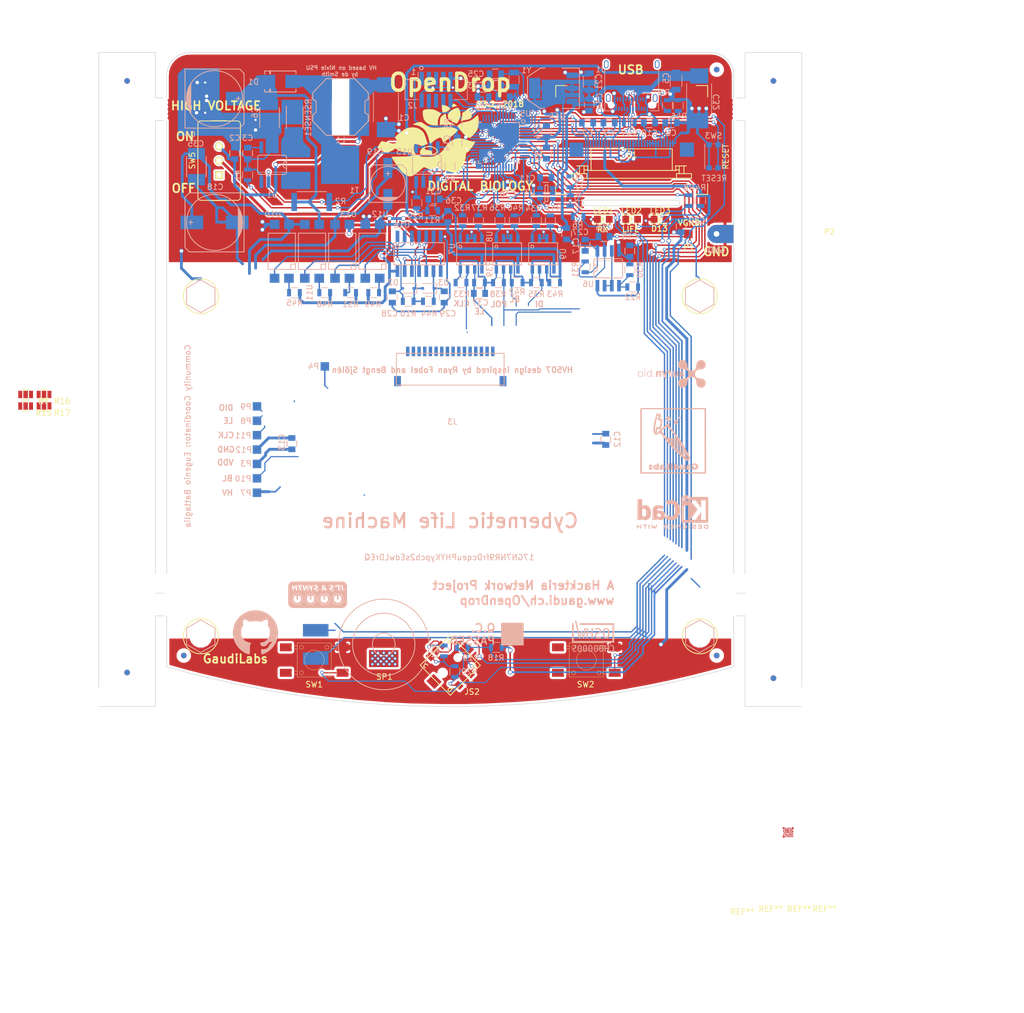
<source format=kicad_pcb>
(kicad_pcb (version 20171130) (host pcbnew 5.0.2-bee76a0~70~ubuntu18.04.1)
  (layers (0 F.Cu signal) (31 B.Cu signal) (34 B.Paste user) (35 F.Paste user) (36 B.SilkS user) (37 F.SilkS user) (38 B.Mask user) (39 F.Mask user) (44 Edge.Cuts user))
  (net 0 "")
  (net 1 "Net-(C1-Pad1)")
  (net 2 "Net-(D1-Pad2)")
  (net 3 GND)
  (net 4 V_HV)
  (net 5 "Net-(RSENSE1-Pad1)")
  (net 6 "Net-(T1-Pad1)")
  (net 7 "Net-(C7-Pad1)")
  (net 8 "Net-(C7-Pad2)")
  (net 9 "Net-(C8-Pad1)")
  (net 10 "Net-(C9-Pad1)")
  (net 11 "Net-(C9-Pad2)")
  (net 12 "Net-(C10-Pad1)")
  (net 13 "Net-(LED1-Pad2)")
  (net 14 CLK)
  (net 15 LE)
  (net 16 DISP_CS)
  (net 17 DISP_RES)
  (net 18 "Net-(LED2-Pad2)")
  (net 19 DISP_SCL)
  (net 20 DISP_SDA)
  (net 21 SW1)
  (net 22 SW2)
  (net 23 DISP_DC)
  (net 24 SPK)
  (net 25 RX_LED)
  (net 26 JOY)
  (net 27 SW3)
  (net 28 BL)
  (net 29 DI)
  (net 30 "Net-(C16-Pad1)")
  (net 31 FEEDBACK)
  (net 32 "Net-(R22-Pad2)")
  (net 33 "Net-(U6-Pad3)")
  (net 34 V_GND)
  (net 35 "Net-(R32-Pad1)")
  (net 36 VDD_C)
  (net 37 CLK_C)
  (net 38 "Net-(R34-Pad1)")
  (net 39 "Net-(R36-Pad1)")
  (net 40 POL)
  (net 41 "Net-(R37-Pad1)")
  (net 42 POL_C)
  (net 43 LE_C)
  (net 44 "Net-(R40-Pad1)")
  (net 45 "Net-(R41-Pad1)")
  (net 46 BL_C)
  (net 47 "Net-(R43-Pad1)")
  (net 48 "Net-(R45-Pad1)")
  (net 49 "Net-(R48-Pad1)")
  (net 50 "Net-(R49-Pad1)")
  (net 51 "Net-(R51-Pad1)")
  (net 52 GND_C)
  (net 53 V_HV_C)
  (net 54 +3V3)
  (net 55 "Net-(C20-Pad1)")
  (net 56 "Net-(C23-Pad2)")
  (net 57 AREF)
  (net 58 "Net-(C25-Pad2)")
  (net 59 AC)
  (net 60 "Net-(R3-Pad1)")
  (net 61 RESET)
  (net 62 SWDIO)
  (net 63 SWCLK)
  (net 64 D+)
  (net 65 "Net-(C3-Pad1)")
  (net 66 D13)
  (net 67 "Net-(R1-Pad1)")
  (net 68 "Net-(R2-Pad2)")
  (net 69 "Net-(LED3-Pad2)")
  (net 70 "Net-(C11-Pad2)")
  (net 71 VSENS)
  (net 72 "Net-(SP1-Pad1)")
  (net 73 "Net-(SP1-Pad2)")
  (net 74 D-)
  (net 75 "Net-(C28-Pad2)")
  (net 76 "Net-(C29-Pad2)")
  (net 77 "Net-(FLUXL_1_4-Pad1)")
  (net 78 "Net-(FLUXL_3_8-Pad1)")
  (net 79 "Net-(C31-Pad2)")
  (net 80 "Net-(D2-Pad1)")
  (net 81 V_SCK)
  (net 82 V_SI)
  (net 83 V_CS)
  (net 84 "Net-(U10-Pad2)")
  (net 85 "Net-(U11-Pad2)")
  (net 86 "Net-(U12-Pad2)")
  (net 87 "Net-(U13-Pad2)")
  (net 88 V_USB)
  (net 89 "Net-(J1-PadS1)")
  (net 90 "Net-(J1-PadA5)")
  (net 91 "Net-(C11-Pad1)")
  (net 92 SENS_PAD)
  (net 93 "Net-(R24-Pad1)")
  (net 94 "Net-(R25-Pad1)")
  (net 95 "Net-(U16-Pad11)")
  (net 96 "Net-(C37-Pad2)")
  (net 97 "Net-(J1-PadB5)")
  (net 98 "Net-(JS2-Pad1)")
  (net 99 "Net-(JS2-Pad3)")
  (net 100 "Net-(JS2-Pad6)")
  (module Fiducials:Fiducial_1mm_Dia_2.54mm_Outer_CopperBottom (layer F.Cu) (at 157 36)
    (fp_text reference REF** hide)
    (fp_text value Fiducial_1mm_Dia_2.54mm_Outer_CopperBottom)
    (pad ~ smd circle (at 0 0) (size 1 1) (layers B.Cu B.Mask) (clearance 0.77))
  )
  (module Fiducials:Fiducial_1mm_Dia_2.54mm_Outer_CopperBottom (layer F.Cu) (at 157 141.4)
    (fp_text reference REF** hide)
    (fp_text value Fiducial_1mm_Dia_2.54mm_Outer_CopperBottom)
    (pad ~ smd circle (at 0 0) (size 1 1) (layers B.Cu B.Mask) (clearance 0.77))
  )
  (module Fiducials:Fiducial_1mm_Dia_2.54mm_Outer_CopperBottom (layer F.Cu) (at 43 140.4)
    (fp_text reference REF** hide)
    (fp_text value Fiducial_1mm_Dia_2.54mm_Outer_CopperBottom)
    (pad ~ smd circle (at 0 0) (size 1 1) (layers B.Cu B.Mask) (clearance 0.77))
  )
  (module Fiducials:Fiducial_1mm_Dia_2.54mm_Outer_CopperBottom (layer F.Cu) (at 43 36)
    (fp_text reference REF** hide)
    (fp_text value Fiducial_1mm_Dia_2.54mm_Outer_CopperBottom)
    (pad ~ smd circle (at 0 0) (size 1 1) (layers B.Cu B.Mask) (clearance 0.77))
  )
  (module Fiducials:Fiducial_1mm_Dia_2.54mm_Outer_CopperBottom (layer B.Cu) (at 43 140.4)
    (fp_text reference REF** hide)
    (fp_text value Fiducial_1mm_Dia_2.54mm_Outer_CopperBottom)
    (pad ~ smd circle (at 0 0) (size 1 1) (layers F.Cu F.Mask) (clearance 0.77))
  )
  (module Fiducials:Fiducial_1mm_Dia_2.54mm_Outer_CopperBottom (layer B.Cu) (at 43 36)
    (fp_text reference REF** hide)
    (fp_text value Fiducial_1mm_Dia_2.54mm_Outer_CopperBottom)
    (pad ~ smd circle (at 0 0) (size 1 1) (layers F.Cu F.Mask) (clearance 0.77))
  )
  (module Fiducials:Fiducial_1mm_Dia_2.54mm_Outer_CopperBottom (layer B.Cu) (at 157 141.4)
    (fp_text reference REF** hide)
    (fp_text value Fiducial_1mm_Dia_2.54mm_Outer_CopperBottom)
    (pad ~ smd circle (at 0 0) (size 1 1) (layers F.Cu F.Mask) (clearance 0.77))
  )
  (module Fiducials:Fiducial_1mm_Dia_2.54mm_Outer_CopperBottom (layer B.Cu) (at 157 36)
    (fp_text reference REF** hide)
    (fp_text value Fiducial_1mm_Dia_2.54mm_Outer_CopperBottom)
    (pad ~ smd circle (at 0 0) (size 1 1) (layers F.Cu F.Mask) (clearance 0.77))
  )
  (module Capacitors_SMD:C_0805 (layer B.Cu) (at 107.95 34.757)
    (fp_text reference C25 (at -3.429 0 180) (layer B.SilkS) (effects (justify mirror)))
    (fp_text value 22pF)
    (pad 2 smd rect (at 1 0) (size 1 1.25) (layers B.Cu B.Paste B.Mask) (net 58 "Net-(C25-Pad2)"))
    (pad 1 smd rect (at -1 0) (size 1 1.25) (layers B.Cu B.Paste B.Mask) (net 3 GND))
  )
  (module Crystals:Crystal_SMD_3215-2pin_3.2x1.5mm (layer B.Cu) (at 111.252 35.773 270)
    (fp_text reference Y1 (at -1.651 -2.159) (layer B.SilkS) (effects (justify mirror)))
    (fp_text value 32.765)
    (pad 2 smd rect (at -1.25 0 270) (size 1 1.8) (layers B.Cu B.Paste B.Mask) (net 58 "Net-(C25-Pad2)"))
    (pad 1 smd rect (at 1.25 0 270) (size 1 1.8) (layers B.Cu B.Paste B.Mask) (net 56 "Net-(C23-Pad2)"))
  )
  (module GaudiLabsLogos:FLUXL_S2 (layer F.Cu) (at 96.266 46.441)
    (fp_text reference G*** hide)
    (fp_text value LOGO hide)
  )
  (module Capacitors_SMD:C_0805 (layer B.Cu) (at 101.219 46.949 270)
    (fp_text reference C14 (at 0 1.778 270) (layer B.SilkS) (effects (justify mirror)))
    (fp_text value 100nF)
    (pad 1 smd rect (at -1 0 270) (size 1 1.25) (layers B.Cu B.Paste B.Mask) (net 54 +3V3))
    (pad 2 smd rect (at 1 0 270) (size 1 1.25) (layers B.Cu B.Paste B.Mask) (net 3 GND))
  )
  (module LEDs:LED-0805 (layer F.Cu) (at 127 60.411)
    (fp_text reference LED1 (at 0 -1.524) (layer F.SilkS))
    (fp_text value LED)
    (pad 2 smd rect (at 1.04902 0 180) (size 1.19888 1.19888) (layers F.Cu F.Paste F.Mask) (net 13 "Net-(LED1-Pad2)"))
    (pad 1 smd rect (at -1.04902 0 180) (size 1.19888 1.19888) (layers F.Cu F.Paste F.Mask) (net 3 GND))
  )
  (module GaudiLabsFootPrints:SMD_DIP4 (layer B.Cu) (at 86.281 66.067 90)
    (fp_text reference U12 (at 6.545 1.349 180) (layer B.SilkS) (effects (justify mirror)))
    (fp_text value AQY210EH)
    (pad 2 smd rect (at -4.75 -1.27 90) (size 1.6 1.7) (layers B.Cu B.Paste B.Mask) (net 86 "Net-(U12-Pad2)"))
    (pad 1 smd rect (at -4.75 1.27 90) (size 1.6 1.7) (layers B.Cu B.Paste B.Mask) (net 50 "Net-(R49-Pad1)"))
    (pad 4 smd rect (at 4.75 1.27 90) (size 1.6 1.7) (layers B.Cu B.Paste B.Mask) (net 52 GND_C))
    (pad 3 smd rect (at 4.75 -1.27 90) (size 1.6 1.7) (layers B.Cu B.Paste B.Mask) (net 3 GND))
  )
  (module Capacitors_SMD:c_elec_10x10 (layer B.Cu) (at 58.42 60.96 180)
    (fp_text reference C18 (at -0.127 6.264 180) (layer B.SilkS) (effects (justify mirror)))
    (fp_text value "4u7, 250V")
    (pad 1 smd rect (at 4.0005 0 180) (size 4.0005 2.4003) (layers B.Cu B.Paste B.Mask) (net 53 V_HV_C))
    (pad 2 smd rect (at -4.0005 0 180) (size 4.0005 2.4003) (layers B.Cu B.Paste B.Mask) (net 52 GND_C))
  )
  (module Resistors_SMD:R_0805 (layer B.Cu) (at 102.156 60.6695 90)
    (fp_text reference R32 (at 2.2905 -0.048 180) (layer B.SilkS) (effects (justify mirror)))
    (fp_text value 220)
    (pad 1 smd rect (at -0.95 0 90) (size 0.7 1.3) (layers B.Cu B.Paste B.Mask) (net 35 "Net-(R32-Pad1)"))
    (pad 2 smd rect (at 0.95 0 90) (size 0.7 1.3) (layers B.Cu B.Paste B.Mask) (net 14 CLK))
  )
  (module GaudiLabsFootPrints:HCPL_Optocoupler_SMD (layer B.Cu) (at 116.38 66.5115)
    (fp_text reference U9 (at 3.508 -0.0045 90) (layer B.SilkS) (effects (justify mirror)))
    (fp_text value HCPL0534)
    (pad 5 smd rect (at 1.905 2.7325) (size 0.61 1.52) (layers B.Cu B.Paste B.Mask) (net 52 GND_C))
    (pad 6 smd rect (at 0.635 2.7325) (size 0.61 1.52) (layers B.Cu B.Paste B.Mask) (net 47 "Net-(R43-Pad1)"))
    (pad 7 smd rect (at -0.635 2.7325) (size 0.61 1.52) (layers B.Cu B.Paste B.Mask) (net 93 "Net-(R24-Pad1)"))
    (pad 8 smd rect (at -1.905 2.7325) (size 0.61 1.52) (layers B.Cu B.Paste B.Mask) (net 36 VDD_C))
    (pad 1 smd rect (at -1.905 -2.7325) (size 0.61 1.52) (layers B.Cu B.Paste B.Mask) (net 38 "Net-(R34-Pad1)"))
    (pad 2 smd rect (at -0.635 -2.7325) (size 0.61 1.52) (layers B.Cu B.Paste B.Mask) (net 3 GND))
    (pad 3 smd rect (at 0.635 -2.7325) (size 0.61 1.52) (layers B.Cu B.Paste B.Mask) (net 3 GND))
    (pad 4 smd rect (at 1.905 -2.7325) (size 0.61 1.52) (layers B.Cu B.Paste B.Mask) (net 45 "Net-(R41-Pad1)"))
  )
  (module GaudiLabsFootPrints:HCPL_Optocoupler_SMD (layer B.Cu) (at 110.03 66.5115)
    (fp_text reference U8 (at -3.096 -3.0525 90) (layer B.SilkS) (effects (justify mirror)))
    (fp_text value HCPL0534)
    (pad 4 smd rect (at 1.905 -2.7325) (size 0.61 1.52) (layers B.Cu B.Paste B.Mask) (net 44 "Net-(R40-Pad1)"))
    (pad 3 smd rect (at 0.635 -2.7325) (size 0.61 1.52) (layers B.Cu B.Paste B.Mask) (net 3 GND))
    (pad 2 smd rect (at -0.635 -2.7325) (size 0.61 1.52) (layers B.Cu B.Paste B.Mask) (net 3 GND))
    (pad 1 smd rect (at -1.905 -2.7325) (size 0.61 1.52) (layers B.Cu B.Paste B.Mask) (net 39 "Net-(R36-Pad1)"))
    (pad 8 smd rect (at -1.905 2.7325) (size 0.61 1.52) (layers B.Cu B.Paste B.Mask) (net 36 VDD_C))
    (pad 7 smd rect (at -0.635 2.7325) (size 0.61 1.52) (layers B.Cu B.Paste B.Mask) (net 42 POL_C))
    (pad 6 smd rect (at 0.635 2.7325) (size 0.61 1.52) (layers B.Cu B.Paste B.Mask) (net 94 "Net-(R25-Pad1)"))
    (pad 5 smd rect (at 1.905 2.7325) (size 0.61 1.52) (layers B.Cu B.Paste B.Mask) (net 52 GND_C))
  )
  (module Resistors_SMD:R_0805 (layer B.Cu) (at 101.902 71.5915 180)
    (fp_text reference R33 (at -0.079 -2.0275 180) (layer B.SilkS) (effects (justify mirror)))
    (fp_text value 2.2k)
    (pad 1 smd rect (at -0.95 0 180) (size 0.7 1.3) (layers B.Cu B.Paste B.Mask) (net 37 CLK_C))
    (pad 2 smd rect (at 0.95 0 180) (size 0.7 1.3) (layers B.Cu B.Paste B.Mask) (net 36 VDD_C))
  )
  (module Resistors_SMD:R_0805 (layer B.Cu) (at 64.262 52.578 90)
    (fp_text reference R1 (at -0.086 -1.651 90) (layer B.SilkS) (effects (justify mirror)))
    (fp_text value 6.8k)
    (pad 1 smd rect (at -0.95 0 90) (size 0.7 1.3) (layers B.Cu B.Paste B.Mask) (net 67 "Net-(R1-Pad1)"))
    (pad 2 smd rect (at 0.95 0 90) (size 0.7 1.3) (layers B.Cu B.Paste B.Mask) (net 3 GND))
  )
  (module Resistors_SMD:R_0805 (layer B.Cu) (at 101.219 43.393 270)
    (fp_text reference R5 (at 0.127 1.651 90) (layer B.SilkS) (effects (justify mirror)))
    (fp_text value 10k)
    (pad 1 smd rect (at -0.95 0 270) (size 0.7 1.3) (layers B.Cu B.Paste B.Mask) (net 61 RESET))
    (pad 2 smd rect (at 0.95 0 270) (size 0.7 1.3) (layers B.Cu B.Paste B.Mask) (net 54 +3V3))
  )
  (module Resistors_SMD:R_0805 (layer B.Cu) (at 108.1278 135.9662)
    (fp_text reference R18 (at -0.0508 1.8288) (layer B.SilkS) (effects (justify mirror)))
    (fp_text value 10k)
    (pad 1 smd rect (at -0.95 0) (size 0.7 1.3) (layers B.Cu B.Paste B.Mask) (net 26 JOY))
    (pad 2 smd rect (at 0.95 0) (size 0.7 1.3) (layers B.Cu B.Paste B.Mask) (net 54 +3V3))
  )
  (module Resistors_SMD:R_0805 (layer B.Cu) (at 102.1334 135.9662)
    (fp_text reference R19 (at 1.4986 1.8288) (layer B.SilkS) (effects (justify mirror)))
    (fp_text value 10k)
    (pad 1 smd rect (at -0.95 0) (size 0.7 1.3) (layers B.Cu B.Paste B.Mask) (net 100 "Net-(JS2-Pad6)"))
    (pad 2 smd rect (at 0.95 0) (size 0.7 1.3) (layers B.Cu B.Paste B.Mask) (net 26 JOY))
  )
  (module Resistors_SMD:R_0805 (layer B.Cu) (at 100.8126 140.2334 270)
    (fp_text reference R20 (at -0.0254 -2.5654) (layer B.SilkS) (effects (justify mirror)))
    (fp_text value 10k)
    (pad 1 smd rect (at -0.95 0 270) (size 0.7 1.3) (layers B.Cu B.Paste B.Mask) (net 99 "Net-(JS2-Pad3)"))
    (pad 2 smd rect (at 0.95 0 270) (size 0.7 1.3) (layers B.Cu B.Paste B.Mask) (net 100 "Net-(JS2-Pad6)"))
  )
  (module Resistors_SMD:R_0805 (layer B.Cu) (at 98.8822 136.5758 270)
    (fp_text reference R21 (at 0.0762 1.6002 270) (layer B.SilkS) (effects (justify mirror)))
    (fp_text value 10k)
    (pad 1 smd rect (at -0.95 0 270) (size 0.7 1.3) (layers B.Cu B.Paste B.Mask) (net 98 "Net-(JS2-Pad1)"))
    (pad 2 smd rect (at 0.95 0 270) (size 0.7 1.3) (layers B.Cu B.Paste B.Mask) (net 99 "Net-(JS2-Pad3)"))
  )
  (module Resistors_SMD:R_0805 (layer B.Cu) (at 132.176 72.36304 180)
    (fp_text reference R22 (at 0 -1.778 180) (layer B.SilkS) (effects (justify mirror)))
    (fp_text value 10k)
    (pad 1 smd rect (at -0.95 0 180) (size 0.7 1.3) (layers B.Cu B.Paste B.Mask) (net 54 +3V3))
    (pad 2 smd rect (at 0.95 0 180) (size 0.7 1.3) (layers B.Cu B.Paste B.Mask) (net 32 "Net-(R22-Pad2)"))
  )
  (module Resistors_SMD:R_0805 (layer B.Cu) (at 131.668 69.31504 90)
    (fp_text reference R30 (at 0 1.778 90) (layer B.SilkS) (effects (justify mirror)))
    (fp_text value 10k)
    (pad 1 smd rect (at -0.95 0 90) (size 0.7 1.3) (layers B.Cu B.Paste B.Mask) (net 32 "Net-(R22-Pad2)"))
    (pad 2 smd rect (at 0.95 0 90) (size 0.7 1.3) (layers B.Cu B.Paste B.Mask) (net 3 GND))
  )
  (module Resistors_SMD:R_0805 (layer B.Cu) (at 123.794 68.80704 90)
    (fp_text reference R31 (at -0.49396 -1.747 90) (layer B.SilkS) (effects (justify mirror)))
    (fp_text value 15k)
    (pad 1 smd rect (at -0.95 0 90) (size 0.7 1.3) (layers B.Cu B.Paste B.Mask) (net 31 FEEDBACK))
    (pad 2 smd rect (at 0.95 0 90) (size 0.7 1.3) (layers B.Cu B.Paste B.Mask) (net 30 "Net-(C16-Pad1)"))
  )
  (module Resistors_SMD:R_0805 (layer B.Cu) (at 115.189 71.587 180)
    (fp_text reference R35 (at 0 -2.032) (layer B.SilkS) (effects (justify mirror)))
    (fp_text value 2.2k)
    (pad 1 smd rect (at -0.95 0 180) (size 0.7 1.3) (layers B.Cu B.Paste B.Mask) (net 93 "Net-(R24-Pad1)"))
    (pad 2 smd rect (at 0.95 0 180) (size 0.7 1.3) (layers B.Cu B.Paste B.Mask) (net 36 VDD_C))
  )
  (module Resistors_SMD:R_0805 (layer B.Cu) (at 108.506 71.5915 180)
    (fp_text reference R38 (at 0.048 -2.0275 180) (layer B.SilkS) (effects (justify mirror)))
    (fp_text value 2.2k)
    (pad 1 smd rect (at -0.95 0 180) (size 0.7 1.3) (layers B.Cu B.Paste B.Mask) (net 42 POL_C))
    (pad 2 smd rect (at 0.95 0 180) (size 0.7 1.3) (layers B.Cu B.Paste B.Mask) (net 36 VDD_C))
  )
  (module Resistors_SMD:R_0805 (layer B.Cu) (at 105.156 71.587)
    (fp_text reference R39 (at 1.778 -2.413 270) (layer B.SilkS) (effects (justify mirror)))
    (fp_text value 5.6k)
    (pad 1 smd rect (at -0.95 0) (size 0.7 1.3) (layers B.Cu B.Paste B.Mask) (net 96 "Net-(C37-Pad2)"))
    (pad 2 smd rect (at 0.95 0) (size 0.7 1.3) (layers B.Cu B.Paste B.Mask) (net 36 VDD_C))
  )
  (module Resistors_SMD:R_0805 (layer B.Cu) (at 111.808 71.5915)
    (fp_text reference R42 (at -0.048 1.6465) (layer B.SilkS) (effects (justify mirror)))
    (fp_text value 2.2k)
    (pad 1 smd rect (at -0.95 0) (size 0.7 1.3) (layers B.Cu B.Paste B.Mask) (net 94 "Net-(R25-Pad1)"))
    (pad 2 smd rect (at 0.95 0) (size 0.7 1.3) (layers B.Cu B.Paste B.Mask) (net 36 VDD_C))
  )
  (module Resistors_SMD:R_0805 (layer B.Cu) (at 96.139 74.889)
    (fp_text reference R44 (at 0.127 2.159) (layer B.SilkS) (effects (justify mirror)))
    (fp_text value 10k)
    (pad 1 smd rect (at -0.95 0) (size 0.7 1.3) (layers B.Cu B.Paste B.Mask) (net 80 "Net-(D2-Pad1)"))
    (pad 2 smd rect (at 0.95 0) (size 0.7 1.3) (layers B.Cu B.Paste B.Mask) (net 76 "Net-(C29-Pad2)"))
  )
  (module Resistors_SMD:R_0805 (layer B.Cu) (at 72.517 73.365)
    (fp_text reference R45 (at 0 1.778) (layer B.SilkS) (effects (justify mirror)))
    (fp_text value 220)
    (pad 1 smd rect (at -0.95 0) (size 0.7 1.3) (layers B.Cu B.Paste B.Mask) (net 48 "Net-(R45-Pad1)"))
    (pad 2 smd rect (at 0.95 0) (size 0.7 1.3) (layers B.Cu B.Paste B.Mask) (net 88 V_USB))
  )
  (module Resistors_SMD:R_0805 (layer B.Cu) (at 77.851 73.365)
    (fp_text reference R48 (at 0 2.032) (layer B.SilkS) (effects (justify mirror)))
    (fp_text value 220)
    (pad 1 smd rect (at -0.95 0) (size 0.7 1.3) (layers B.Cu B.Paste B.Mask) (net 49 "Net-(R48-Pad1)"))
    (pad 2 smd rect (at 0.95 0) (size 0.7 1.3) (layers B.Cu B.Paste B.Mask) (net 88 V_USB))
  )
  (module Resistors_SMD:R_0805 (layer B.Cu) (at 86.487 73.365 180)
    (fp_text reference R49 (at 0.127 -2.032 180) (layer B.SilkS) (effects (justify mirror)))
    (fp_text value 220)
    (pad 1 smd rect (at -0.95 0 180) (size 0.7 1.3) (layers B.Cu B.Paste B.Mask) (net 50 "Net-(R49-Pad1)"))
    (pad 2 smd rect (at 0.95 0 180) (size 0.7 1.3) (layers B.Cu B.Paste B.Mask) (net 88 V_USB))
  )
  (module Resistors_SMD:R_0805 (layer B.Cu) (at 82.423 73.365)
    (fp_text reference R51 (at 0 2.032) (layer B.SilkS) (effects (justify mirror)))
    (fp_text value 220)
    (pad 1 smd rect (at -0.95 0) (size 0.7 1.3) (layers B.Cu B.Paste B.Mask) (net 51 "Net-(R51-Pad1)"))
    (pad 2 smd rect (at 0.95 0) (size 0.7 1.3) (layers B.Cu B.Paste B.Mask) (net 88 V_USB))
  )
  (module Resistors_SMD:R_0805 (layer B.Cu) (at 117.65 60.6695 90)
    (fp_text reference R41 (at 2.2905 0.587 180) (layer B.SilkS) (effects (justify mirror)))
    (fp_text value 220)
    (pad 1 smd rect (at -0.95 0 90) (size 0.7 1.3) (layers B.Cu B.Paste B.Mask) (net 45 "Net-(R41-Pad1)"))
    (pad 2 smd rect (at 0.95 0 90) (size 0.7 1.3) (layers B.Cu B.Paste B.Mask))
  )
  (module Resistors_SMD:R_0805 (layer B.Cu) (at 118.412 71.5915)
    (fp_text reference R43 (at 0.079 2.0275) (layer B.SilkS) (effects (justify mirror)))
    (fp_text value 2.2k)
    (pad 1 smd rect (at -0.95 0) (size 0.7 1.3) (layers B.Cu B.Paste B.Mask) (net 47 "Net-(R43-Pad1)"))
    (pad 2 smd rect (at 0.95 0) (size 0.7 1.3) (layers B.Cu B.Paste B.Mask) (net 36 VDD_C))
  )
  (module Resistors_SMD:R_0805 (layer B.Cu) (at 140.208 40.345 90)
    (fp_text reference R3 (at 2.286 -2.413 180) (layer B.SilkS) (effects (justify mirror)))
    (fp_text value 390k)
    (pad 1 smd rect (at -0.95 0 90) (size 0.7 1.3) (layers B.Cu B.Paste B.Mask) (net 60 "Net-(R3-Pad1)"))
    (pad 2 smd rect (at 0.95 0 90) (size 0.7 1.3) (layers B.Cu B.Paste B.Mask) (net 3 GND))
  )
  (module Resistors_SMD:R_0805 (layer B.Cu) (at 144.145 57.109 270)
    (fp_text reference R4 (at -2.286 0) (layer B.SilkS) (effects (justify mirror)))
    (fp_text value 390)
    (pad 1 smd rect (at -0.95 0 270) (size 0.7 1.3) (layers B.Cu B.Paste B.Mask) (net 54 +3V3))
    (pad 2 smd rect (at 0.95 0 270) (size 0.7 1.3) (layers B.Cu B.Paste B.Mask) (net 18 "Net-(LED2-Pad2)"))
  )
  (module Resistors_SMD:R_0805 (layer B.Cu) (at 122.555 59.903)
    (fp_text reference R6 (at -0.08 1.472) (layer B.SilkS) (effects (justify mirror)))
    (fp_text value 390)
    (pad 1 smd rect (at -0.95 0) (size 0.7 1.3) (layers B.Cu B.Paste B.Mask) (net 25 RX_LED))
    (pad 2 smd rect (at 0.95 0) (size 0.7 1.3) (layers B.Cu B.Paste B.Mask) (net 13 "Net-(LED1-Pad2)"))
  )
  (module Resistors_SMD:R_0805 (layer B.Cu) (at 142.113 57.109 270)
    (fp_text reference R8 (at -2.286 0) (layer B.SilkS) (effects (justify mirror)))
    (fp_text value 390)
    (pad 1 smd rect (at -0.95 0 270) (size 0.7 1.3) (layers B.Cu B.Paste B.Mask) (net 66 D13))
    (pad 2 smd rect (at 0.95 0 270) (size 0.7 1.3) (layers B.Cu B.Paste B.Mask) (net 69 "Net-(LED3-Pad2)"))
  )
  (module Resistors_SMD:R_0805 (layer B.Cu) (at 115.175 60.675 90)
    (fp_text reference R34 (at 2.169 -0.494 180) (layer B.SilkS) (effects (justify mirror)))
    (fp_text value 220)
    (pad 1 smd rect (at -0.95 0 90) (size 0.7 1.3) (layers B.Cu B.Paste B.Mask) (net 38 "Net-(R34-Pad1)"))
    (pad 2 smd rect (at 0.95 0 90) (size 0.7 1.3) (layers B.Cu B.Paste B.Mask) (net 29 DI))
  )
  (module Resistors_SMD:R_0805 (layer B.Cu) (at 108.76 60.6695 90)
    (fp_text reference R36 (at 2.2905 -0.429 180) (layer B.SilkS) (effects (justify mirror)))
    (fp_text value 220)
    (pad 1 smd rect (at -0.95 0 90) (size 0.7 1.3) (layers B.Cu B.Paste B.Mask) (net 39 "Net-(R36-Pad1)"))
    (pad 2 smd rect (at 0.95 0 90) (size 0.7 1.3) (layers B.Cu B.Paste B.Mask) (net 40 POL))
  )
  (module Resistors_SMD:R_0805 (layer B.Cu) (at 104.975 60.675 90)
    (fp_text reference R37 (at 2.296 0.181 180) (layer B.SilkS) (effects (justify mirror)))
    (fp_text value 220)
    (pad 1 smd rect (at -0.95 0 90) (size 0.7 1.3) (layers B.Cu B.Paste B.Mask) (net 41 "Net-(R37-Pad1)"))
    (pad 2 smd rect (at 0.95 0 90) (size 0.7 1.3) (layers B.Cu B.Paste B.Mask) (net 15 LE))
  )
  (module Resistors_SMD:R_0805 (layer B.Cu) (at 111.3 60.6695 90)
    (fp_text reference R40 (at 2.2905 0.206 180) (layer B.SilkS) (effects (justify mirror)))
    (fp_text value 220)
    (pad 1 smd rect (at -0.95 0 90) (size 0.7 1.3) (layers B.Cu B.Paste B.Mask) (net 44 "Net-(R40-Pad1)"))
    (pad 2 smd rect (at 0.95 0 90) (size 0.7 1.3) (layers B.Cu B.Paste B.Mask) (net 28 BL))
  )
  (module Resistors_SMD:R_0805 (layer B.Cu) (at 99.949 51.013 90)
    (fp_text reference R9 (at -2.413 0 180) (layer B.SilkS) (effects (justify mirror)))
    (fp_text value 390k)
    (pad 1 smd rect (at -0.95 0 90) (size 0.7 1.3) (layers B.Cu B.Paste B.Mask) (net 71 VSENS))
    (pad 2 smd rect (at 0.95 0 90) (size 0.7 1.3) (layers B.Cu B.Paste B.Mask) (net 67 "Net-(R1-Pad1)"))
  )
  (module Resistors_SMD:R_0805 (layer B.Cu) (at 92.583 74.889 180)
    (fp_text reference R10 (at 0 -2.159 180) (layer B.SilkS) (effects (justify mirror)))
    (fp_text value 10k)
    (pad 1 smd rect (at -0.95 0 180) (size 0.7 1.3) (layers B.Cu B.Paste B.Mask) (net 80 "Net-(D2-Pad1)"))
    (pad 2 smd rect (at 0.95 0 180) (size 0.7 1.3) (layers B.Cu B.Paste B.Mask) (net 75 "Net-(C28-Pad2)"))
  )
  (module Resistors_SMD:R_0805 (layer B.Cu) (at 96.901 58.887)
    (fp_text reference R11 (at -0.127 1.651) (layer B.SilkS) (effects (justify mirror)))
    (fp_text value 15k)
    (pad 1 smd rect (at -0.95 0) (size 0.7 1.3) (layers B.Cu B.Paste B.Mask) (net 79 "Net-(C31-Pad2)"))
    (pad 2 smd rect (at 0.95 0) (size 0.7 1.3) (layers B.Cu B.Paste B.Mask) (net 54 +3V3))
  )
  (module GaudiLabsFootPrints:D-Pak_TO252AA (layer B.Cu) (at 78.232 50.8 90)
    (fp_text reference T1 (at -4.531 4.826 180) (layer B.SilkS) (effects (justify mirror)))
    (fp_text value TK560P60Y)
    (pad 3 smd rect (at 2.18 -4.3 90) (size 1.55 2.78) (layers B.Cu B.Paste B.Mask) (net 5 "Net-(RSENSE1-Pad1)"))
    (pad 2 smd rect (at 0 2.335 90) (size 6.74 6.73) (layers B.Cu B.Paste B.Mask) (net 2 "Net-(D1-Pad2)"))
    (pad 1 smd rect (at -2.18 -4.3 90) (size 1.55 2.78) (layers B.Cu B.Paste B.Mask) (net 6 "Net-(T1-Pad1)"))
  )
  (module GaudiLabsFootPrints:SMD_DIP4 (layer B.Cu) (at 75.613 66.067 90)
    (fp_text reference U11 (at -7.298 -0.429 90) (layer B.SilkS) (effects (justify mirror)))
    (fp_text value AQY210EH)
    (pad 2 smd rect (at -4.75 -1.27 90) (size 1.6 1.7) (layers B.Cu B.Paste B.Mask) (net 85 "Net-(U11-Pad2)"))
    (pad 1 smd rect (at -4.75 1.27 90) (size 1.6 1.7) (layers B.Cu B.Paste B.Mask) (net 49 "Net-(R48-Pad1)"))
    (pad 4 smd rect (at 4.75 1.27 90) (size 1.6 1.7) (layers B.Cu B.Paste B.Mask) (net 4 V_HV))
    (pad 3 smd rect (at 4.75 -1.27 90) (size 1.6 1.7) (layers B.Cu B.Paste B.Mask) (net 53 V_HV_C))
  )
  (module GaudiLabsFootPrints:SMD_DIP4 (layer B.Cu) (at 70.279 66.067 90)
    (fp_text reference U10 (at 6.545 -1.572) (layer B.SilkS) (effects (justify mirror)))
    (fp_text value AQY210EH)
    (pad 2 smd rect (at -4.75 -1.27 90) (size 1.6 1.7) (layers B.Cu B.Paste B.Mask) (net 84 "Net-(U10-Pad2)"))
    (pad 1 smd rect (at -4.75 1.27 90) (size 1.6 1.7) (layers B.Cu B.Paste B.Mask) (net 48 "Net-(R45-Pad1)"))
    (pad 4 smd rect (at 4.75 1.27 90) (size 1.6 1.7) (layers B.Cu B.Paste B.Mask) (net 53 V_HV_C))
    (pad 3 smd rect (at 4.75 -1.27 90) (size 1.6 1.7) (layers B.Cu B.Paste B.Mask) (net 3 GND))
  )
  (module GaudiLabsFootPrints:SMD_DIP4 (layer B.Cu) (at 80.947 66.067 90)
    (fp_text reference U13 (at 6.545 1.095) (layer B.SilkS) (effects (justify mirror)))
    (fp_text value AQY210EH)
    (pad 2 smd rect (at -4.75 -1.27 90) (size 1.6 1.7) (layers B.Cu B.Paste B.Mask) (net 87 "Net-(U13-Pad2)"))
    (pad 1 smd rect (at -4.75 1.27 90) (size 1.6 1.7) (layers B.Cu B.Paste B.Mask) (net 51 "Net-(R51-Pad1)"))
    (pad 4 smd rect (at 4.75 1.27 90) (size 1.6 1.7) (layers B.Cu B.Paste B.Mask) (net 88 V_USB))
    (pad 3 smd rect (at 4.75 -1.27 90) (size 1.6 1.7) (layers B.Cu B.Paste B.Mask) (net 36 VDD_C))
  )
  (module GaudiLabsFootPrints:HCPL_Optocoupler_SMD (layer B.Cu) (at 103.68 66.5115)
    (fp_text reference U7 (at -3.35 -0.8935 90) (layer B.SilkS) (effects (justify mirror)))
    (fp_text value HCPL0534)
    (pad 5 smd rect (at 1.905 2.7325) (size 0.61 1.52) (layers B.Cu B.Paste B.Mask) (net 52 GND_C))
    (pad 6 smd rect (at 0.635 2.7325) (size 0.61 1.52) (layers B.Cu B.Paste B.Mask) (net 96 "Net-(C37-Pad2)"))
    (pad 7 smd rect (at -0.635 2.7325) (size 0.61 1.52) (layers B.Cu B.Paste B.Mask) (net 37 CLK_C))
    (pad 8 smd rect (at -1.905 2.7325) (size 0.61 1.52) (layers B.Cu B.Paste B.Mask) (net 36 VDD_C))
    (pad 1 smd rect (at -1.905 -2.7325) (size 0.61 1.52) (layers B.Cu B.Paste B.Mask) (net 35 "Net-(R32-Pad1)"))
    (pad 2 smd rect (at -0.635 -2.7325) (size 0.61 1.52) (layers B.Cu B.Paste B.Mask) (net 3 GND))
    (pad 3 smd rect (at 0.635 -2.7325) (size 0.61 1.52) (layers B.Cu B.Paste B.Mask) (net 3 GND))
    (pad 4 smd rect (at 1.905 -2.7325) (size 0.61 1.52) (layers B.Cu B.Paste B.Mask) (net 41 "Net-(R37-Pad1)"))
  )
  (module Capacitors_SMD:C_0805 (layer B.Cu) (at 123.794 64.99704 90)
    (fp_text reference C17 (at -0.11296 -1.62 90) (layer B.SilkS) (effects (justify mirror)))
    (fp_text value 1pF)
    (pad 1 smd rect (at -1 0 90) (size 1 1.25) (layers B.Cu B.Paste B.Mask) (net 31 FEEDBACK))
    (pad 2 smd rect (at 1 0 90) (size 1 1.25) (layers B.Cu B.Paste B.Mask) (net 30 "Net-(C16-Pad1)"))
  )
  (module GaudiLabsFootPrints:Switch_On-On (layer F.Cu) (at 59.23 50.065 90)
    (fp_text reference SW5 (at 0 -4.75 90) (layer F.SilkS))
    (fp_text value SPST)
    (pad 3 thru_hole rect (at -2.54 0 90) (size 1.397 1.397) (drill 0.8128) (layers *.Cu *.Mask F.SilkS))
    (pad 2 thru_hole circle (at 0 0 90) (size 1.397 1.397) (drill 0.8128) (layers *.Cu *.Mask F.SilkS) (net 88 V_USB))
    (pad 1 thru_hole circle (at 2.54 0 90) (size 1.397 1.397) (drill 0.8128) (layers *.Cu *.Mask F.SilkS) (net 1 "Net-(C1-Pad1)"))
  )
  (module GaudiLabsFootPrints:SO08 (layer B.Cu) (at 127.858 69.06104)
    (fp_text reference U6 (at -3.525 2.77996) (layer B.SilkS) (effects (justify mirror)))
    (fp_text value MCP6002)
    (pad 5 smd rect (at 1.905 3.0734) (size 0.6604 2.032) (layers B.Cu B.Paste B.Mask) (net 32 "Net-(R22-Pad2)"))
    (pad 6 smd rect (at 0.635 3.0734) (size 0.6604 2.032) (layers B.Cu B.Paste B.Mask) (net 33 "Net-(U6-Pad3)"))
    (pad 7 smd rect (at -0.635 3.0734) (size 0.6604 2.032) (layers B.Cu B.Paste B.Mask) (net 33 "Net-(U6-Pad3)"))
    (pad 8 smd rect (at -1.905 3.0734) (size 0.6604 2.032) (layers B.Cu B.Paste B.Mask) (net 54 +3V3))
    (pad 1 smd rect (at -1.905 -3.0734) (size 0.6604 2.032) (layers B.Cu B.Paste B.Mask) (net 31 FEEDBACK))
    (pad 2 smd rect (at -0.635 -3.0734) (size 0.6604 2.032) (layers B.Cu B.Paste B.Mask) (net 30 "Net-(C16-Pad1)"))
    (pad 3 smd rect (at 0.635 -3.0734) (size 0.6604 2.032) (layers B.Cu B.Paste B.Mask) (net 33 "Net-(U6-Pad3)"))
    (pad 4 smd rect (at 1.905 -3.0734) (size 0.6604 2.032) (layers B.Cu B.Paste B.Mask) (net 3 GND))
  )
  (module Resistors_SMD:R_2512 (layer B.Cu) (at 75.565 57.363)
    (fp_text reference R2 (at 5.08 -0.127) (layer B.SilkS) (effects (justify mirror)))
    (fp_text value 1M5)
    (pad 1 smd rect (at -3.1 0) (size 1 3.2) (layers B.Cu B.Paste B.Mask) (net 4 V_HV))
    (pad 2 smd rect (at 3.1 0) (size 1 3.2) (layers B.Cu B.Paste B.Mask) (net 68 "Net-(R2-Pad2)"))
  )
  (module Resistors_SMD:R_2010 (layer B.Cu) (at 72.565 42.445 90)
    (fp_text reference RSENSE1 (at -0.059 2.365 90) (layer B.SilkS) (effects (justify mirror)))
    (fp_text value 0R1)
    (pad 1 smd rect (at -2.45 0 90) (size 1 2.5) (layers B.Cu B.Paste B.Mask) (net 5 "Net-(RSENSE1-Pad1)"))
    (pad 2 smd rect (at 2.45 0 90) (size 1 2.5) (layers B.Cu B.Paste B.Mask) (net 3 GND))
  )
  (module Capacitors_SMD:C_0805 (layer B.Cu) (at 61.976 48.768 90)
    (fp_text reference C2 (at 2.708 0 180) (layer B.SilkS) (effects (justify mirror)))
    (fp_text value 100nF)
    (pad 1 smd rect (at -1 0 90) (size 1 1.25) (layers B.Cu B.Paste B.Mask) (net 1 "Net-(C1-Pad1)"))
    (pad 2 smd rect (at 1 0 90) (size 1 1.25) (layers B.Cu B.Paste B.Mask) (net 3 GND))
  )
  (module Capacitors_SMD:C_0805 (layer B.Cu) (at 64.262 48.768 270)
    (fp_text reference C3 (at -2.708 0) (layer B.SilkS) (effects (justify mirror)))
    (fp_text value 100nF)
    (pad 1 smd rect (at -1 0 270) (size 1 1.25) (layers B.Cu B.Paste B.Mask) (net 65 "Net-(C3-Pad1)"))
    (pad 2 smd rect (at 1 0 270) (size 1 1.25) (layers B.Cu B.Paste B.Mask) (net 3 GND))
  )
  (module Capacitors_SMD:C_0805 (layer B.Cu) (at 127.432 99.246 270)
    (fp_text reference C12 (at 0 -2.032 270) (layer B.SilkS) (effects (justify mirror)))
    (fp_text value 100nF)
    (pad 1 smd rect (at -1 0 270) (size 1 1.25) (layers B.Cu B.Paste B.Mask) (net 36 VDD_C))
    (pad 2 smd rect (at 1 0 270) (size 1 1.25) (layers B.Cu B.Paste B.Mask) (net 52 GND_C))
  )
  (module Capacitors_SMD:C_0805 (layer B.Cu) (at 72.06 100.008 90)
    (fp_text reference C13 (at 0.254 -1.778 90) (layer B.SilkS) (effects (justify mirror)))
    (fp_text value 100nF)
    (pad 1 smd rect (at -1 0 90) (size 1 1.25) (layers B.Cu B.Paste B.Mask) (net 36 VDD_C))
    (pad 2 smd rect (at 1 0 90) (size 1 1.25) (layers B.Cu B.Paste B.Mask) (net 52 GND_C))
  )
  (module GaudiLabsFootPrints:DO-214AA (layer B.Cu) (at 70.025 36.095 180)
    (fp_text reference D1 (at 4.747 -0.059 180) (layer B.SilkS) (effects (justify mirror)))
    (fp_text value ES2F)
    (pad 1 smd rect (at 2.15 0 180) (size 2.5 2.3) (layers B.Cu B.Paste B.Mask) (net 4 V_HV))
    (pad 2 smd rect (at -2.15 0 180) (size 2.5 2.3) (layers B.Cu B.Paste B.Mask) (net 2 "Net-(D1-Pad2)"))
  )
  (module Fiducials:Fiducial_1mm_Dia_2.54mm_Outer_CopperTop (layer F.Cu) (at 147 137.4)
    (fp_text reference REF** hide)
    (fp_text value Fiducial_1mm_Dia_2.54mm_Outer_CopperTop)
    (pad ~ smd circle (at 0 0) (size 1 1) (layers F.Cu F.Mask) (clearance 0.77))
  )
  (module Fiducials:Fiducial_1mm_Dia_2.54mm_Outer_CopperBottom (layer F.Cu) (at 147 34)
    (fp_text reference REF** hide)
    (fp_text value Fiducial_1mm_Dia_2.54mm_Outer_CopperBottom)
    (pad ~ smd circle (at 0 0) (size 1 1) (layers B.Cu B.Mask) (clearance 0.77))
  )
  (module Fiducials:Fiducial_1mm_Dia_2.54mm_Outer_CopperTop (layer F.Cu) (at 147 34)
    (fp_text reference REF** hide)
    (fp_text value Fiducial_1mm_Dia_2.54mm_Outer_CopperTop)
    (pad ~ smd circle (at 0 0) (size 1 1) (layers F.Cu F.Mask) (clearance 0.77))
  )
  (module Fiducials:Fiducial_1mm_Dia_2.54mm_Outer_CopperTop (layer F.Cu) (at 53 137.4)
    (fp_text reference REF** hide)
    (fp_text value Fiducial_1mm_Dia_2.54mm_Outer_CopperTop)
    (pad ~ smd circle (at 0 0) (size 1 1) (layers F.Cu F.Mask) (clearance 0.77))
  )
  (module Fiducials:Fiducial_1mm_Dia_2.54mm_Outer_CopperBottom (layer F.Cu) (at 147 137.4)
    (fp_text reference REF** hide)
    (fp_text value Fiducial_1mm_Dia_2.54mm_Outer_CopperBottom)
    (pad ~ smd circle (at 0 0) (size 1 1) (layers B.Cu B.Mask) (clearance 0.77))
  )
  (module Fiducials:Fiducial_1mm_Dia_2.54mm_Outer_CopperBottom (layer F.Cu) (at 53 137.4)
    (fp_text reference REF** hide)
    (fp_text value Fiducial_1mm_Dia_2.54mm_Outer_CopperBottom)
    (pad ~ smd circle (at 0 0) (size 1 1) (layers B.Cu B.Mask) (clearance 0.77))
  )
  (module GaudiLabsFootPrints:PUSH_BUTTON_SMD (layer F.Cu) (at 76 138.2 180)
    (fp_text reference SW1 (at 0.006 -4.3 180) (layer F.SilkS))
    (fp_text value SW_PUSH)
    (pad 3 smd rect (at 5 -2.25 180) (size 2.1 1.4) (layers F.Cu F.Paste F.Mask))
    (pad 4 smd rect (at 5 2.25 180) (size 2.1 1.4) (layers F.Cu F.Paste F.Mask))
    (pad 1 smd rect (at -5 -2.25 180) (size 2.1 1.4) (layers F.Cu F.Paste F.Mask) (net 21 SW1))
    (pad 2 smd rect (at -5 2.25 180) (size 2.1 1.4) (layers F.Cu F.Paste F.Mask) (net 3 GND))
  )
  (module GaudiLabsFootPrints:PUSH_BUTTON_SMD (layer F.Cu) (at 124 138.2 180)
    (fp_text reference SW2 (at 0.127 -4.3 180) (layer F.SilkS))
    (fp_text value SW_PUSH)
    (pad 3 smd rect (at 5 -2.25 180) (size 2.1 1.4) (layers F.Cu F.Paste F.Mask))
    (pad 4 smd rect (at 5 2.25 180) (size 2.1 1.4) (layers F.Cu F.Paste F.Mask))
    (pad 1 smd rect (at -5 -2.25 180) (size 2.1 1.4) (layers F.Cu F.Paste F.Mask) (net 22 SW2))
    (pad 2 smd rect (at -5 2.25 180) (size 2.1 1.4) (layers F.Cu F.Paste F.Mask) (net 3 GND))
  )
  (module Capacitors_SMD:C_0805 (layer B.Cu) (at 131.668 66.01304 270)
    (fp_text reference C15 (at -2.55404 -0.031) (layer B.SilkS) (effects (justify mirror)))
    (fp_text value 1uF)
    (pad 1 smd rect (at -1 0 270) (size 1 1.25) (layers B.Cu B.Paste B.Mask) (net 54 +3V3))
    (pad 2 smd rect (at 1 0 270) (size 1 1.25) (layers B.Cu B.Paste B.Mask) (net 3 GND))
  )
  (module Capacitors_SMD:C_0805 (layer B.Cu) (at 127.127 63.459)
    (fp_text reference C16 (at -0.052 -1.584) (layer B.SilkS) (effects (justify mirror)))
    (fp_text value 1uF)
    (pad 1 smd rect (at -1 0) (size 1 1.25) (layers B.Cu B.Paste B.Mask) (net 30 "Net-(C16-Pad1)"))
    (pad 2 smd rect (at 1 0) (size 1 1.25) (layers B.Cu B.Paste B.Mask) (net 34 V_GND))
  )
  (module Capacitors_SMD:c_elec_10x10 (layer B.Cu) (at 58.42 39.116)
    (fp_text reference C4 (at -4.318 6.309) (layer B.SilkS) (effects (justify mirror)))
    (fp_text value "4u7, 250V")
    (pad 1 smd rect (at 4.0005 0) (size 4.0005 2.4003) (layers B.Cu B.Paste B.Mask) (net 4 V_HV))
    (pad 2 smd rect (at -4.0005 0) (size 4.0005 2.4003) (layers B.Cu B.Paste B.Mask) (net 3 GND))
  )
  (module Capacitors_SMD:C_0805 (layer B.Cu) (at 105.791 38.821 180)
    (fp_text reference C20 (at 0 -1.778 180) (layer B.SilkS) (effects (justify mirror)))
    (fp_text value 1uF)
    (pad 1 smd rect (at -1 0 180) (size 1 1.25) (layers B.Cu B.Paste B.Mask) (net 55 "Net-(C20-Pad1)"))
    (pad 2 smd rect (at 1 0 180) (size 1 1.25) (layers B.Cu B.Paste B.Mask) (net 3 GND))
  )
  (module Capacitors_SMD:C_0805 (layer B.Cu) (at 140.716 61.681 90)
    (fp_text reference C22 (at 1.016 2.794 180) (layer B.SilkS) (effects (justify mirror)))
    (fp_text value 100nF)
    (pad 1 smd rect (at -1 0 90) (size 1 1.25) (layers B.Cu B.Paste B.Mask) (net 3 GND))
    (pad 2 smd rect (at 1 0 90) (size 1 1.25) (layers B.Cu B.Paste B.Mask) (net 54 +3V3))
  )
  (module Capacitors_SMD:C_0805 (layer B.Cu) (at 107.95 36.789)
    (fp_text reference C23 (at -3.429 0 180) (layer B.SilkS) (effects (justify mirror)))
    (fp_text value 22pF)
    (pad 2 smd rect (at 1 0) (size 1 1.25) (layers B.Cu B.Paste B.Mask) (net 56 "Net-(C23-Pad2)"))
    (pad 1 smd rect (at -1 0) (size 1 1.25) (layers B.Cu B.Paste B.Mask) (net 3 GND))
  )
  (module Capacitors_SMD:C_0805 (layer B.Cu) (at 116.967 44.917 90)
    (fp_text reference C24 (at 0.042 -1.582 90) (layer B.SilkS) (effects (justify mirror)))
    (fp_text value 1uF)
    (pad 1 smd rect (at -1 0 90) (size 1 1.25) (layers B.Cu B.Paste B.Mask) (net 3 GND))
    (pad 2 smd rect (at 1 0 90) (size 1 1.25) (layers B.Cu B.Paste B.Mask) (net 57 AREF))
  )
  (module Measurement_Points:Measurement_Point_Square-SMD-Pad_Small (layer F.Cu) (at 143.3 62.525)
    (fp_text reference P1 (at -1.187 2.839) (layer F.SilkS))
    (fp_text value CONN_01X01)
    (pad 1 smd rect (at -1.3 0.475) (size 1.50114 1.50114) (layers F.Cu F.Mask) (net 34 V_GND))
  )
  (module Measurement_Points:Measurement_Point_Square-SMD-Pad_Small (layer B.Cu) (at 65.913 103.591)
    (fp_text reference P3 (at -1.953 -0.068) (layer B.SilkS) (effects (justify mirror)))
    (fp_text value CONN_01X01)
    (pad 1 smd rect (at 0 0) (size 1.50114 1.50114) (layers B.Cu B.Paste B.Mask) (net 36 VDD_C))
  )
  (module Measurement_Points:Measurement_Point_Square-SMD-Pad_Small (layer B.Cu) (at 65.913 108.671)
    (fp_text reference P7 (at -1.953 0.059) (layer B.SilkS) (effects (justify mirror)))
    (fp_text value CONN_01X01)
    (pad 1 smd rect (at 0 0) (size 1.50114 1.50114) (layers B.Cu B.Paste B.Mask) (net 53 V_HV_C))
  )
  (module Measurement_Points:Measurement_Point_Square-SMD-Pad_Small (layer B.Cu) (at 65.913 95.971)
    (fp_text reference P8 (at -1.953 0.059) (layer B.SilkS) (effects (justify mirror)))
    (fp_text value CONN_01X01)
    (pad 1 smd rect (at 0 0) (size 1.50114 1.50114) (layers B.Cu B.Paste B.Mask))
  )
  (module Measurement_Points:Measurement_Point_Square-SMD-Pad_Small (layer B.Cu) (at 65.913 93.431)
    (fp_text reference P9 (at -1.953 0.059) (layer B.SilkS) (effects (justify mirror)))
    (fp_text value CONN_01X01)
    (pad 1 smd rect (at 0 0) (size 1.50114 1.50114) (layers B.Cu B.Paste B.Mask))
  )
  (module Measurement_Points:Measurement_Point_Square-SMD-Pad_Small (layer B.Cu) (at 65.913 106.131)
    (fp_text reference P10 (at -2.461 0.059) (layer B.SilkS) (effects (justify mirror)))
    (fp_text value CONN_01X01)
    (pad 1 smd rect (at 0 0) (size 1.50114 1.50114) (layers B.Cu B.Paste B.Mask))
  )
  (module Measurement_Points:Measurement_Point_Square-SMD-Pad_Small (layer B.Cu) (at 65.913 98.511)
    (fp_text reference P11 (at -2.461 0.059) (layer B.SilkS) (effects (justify mirror)))
    (fp_text value CONN_01X01)
    (pad 1 smd rect (at 0 0) (size 1.50114 1.50114) (layers B.Cu B.Paste B.Mask) (net 37 CLK_C))
  )
  (module Measurement_Points:Measurement_Point_Square-SMD-Pad_Small (layer B.Cu) (at 65.913 101.051)
    (fp_text reference P12 (at -2.334 0.059) (layer B.SilkS) (effects (justify mirror)))
    (fp_text value CONN_01X01)
    (pad 1 smd rect (at 0 0) (size 1.50114 1.50114) (layers B.Cu B.Paste B.Mask) (net 52 GND_C))
  )
  (module Capacitors_SMD:c_elec_6.3x5.8 (layer B.Cu) (at 89 54.125 90)
    (fp_text reference C19 (at 5.652 -2.259 180) (layer B.SilkS) (effects (justify mirror)))
    (fp_text value "22uF, 50V")
    (pad 1 smd rect (at 2.75082 0 90) (size 3.59918 1.6002) (layers B.Cu B.Paste B.Mask) (net 36 VDD_C))
    (pad 2 smd rect (at -2.75082 0 90) (size 3.59918 1.6002) (layers B.Cu B.Paste B.Mask) (net 52 GND_C))
  )
  (module GaudiLabsFootPrints:SRN1060 (layer B.Cu) (at 80.645 40.599 180)
    (fp_text reference L1 (at 0 -5.842) (layer B.SilkS) (effects (justify mirror)))
    (fp_text value 100uH)
    (pad 1 smd rect (at -3.3 0 180) (size 3.5 10.2) (layers B.Cu B.Paste B.Mask) (net 1 "Net-(C1-Pad1)"))
    (pad 2 smd rect (at 3.3 0 180) (size 3.5 10.2) (layers B.Cu B.Paste B.Mask) (net 2 "Net-(D1-Pad2)"))
  )
  (module Capacitors_SMD:C_0805 (layer B.Cu) (at 124.206 43.393)
    (fp_text reference C7 (at 0 1.778) (layer B.SilkS) (effects (justify mirror)))
    (fp_text value 1uF)
    (pad 2 smd rect (at 1 0) (size 1 1.25) (layers B.Cu B.Paste B.Mask) (net 8 "Net-(C7-Pad2)"))
    (pad 1 smd rect (at -1 0) (size 1 1.25) (layers B.Cu B.Paste B.Mask) (net 7 "Net-(C7-Pad1)"))
  )
  (module Capacitors_SMD:C_0805 (layer B.Cu) (at 138.938 43.393)
    (fp_text reference C8 (at 0 1.778) (layer B.SilkS) (effects (justify mirror)))
    (fp_text value 2.2uF)
    (pad 1 smd rect (at -1 0) (size 1 1.25) (layers B.Cu B.Paste B.Mask) (net 9 "Net-(C8-Pad1)"))
    (pad 2 smd rect (at 1 0) (size 1 1.25) (layers B.Cu B.Paste B.Mask) (net 3 GND))
  )
  (module Capacitors_SMD:C_0805 (layer B.Cu) (at 128.016 43.393)
    (fp_text reference C9 (at 0 1.778) (layer B.SilkS) (effects (justify mirror)))
    (fp_text value 1uF)
    (pad 1 smd rect (at -1 0) (size 1 1.25) (layers B.Cu B.Paste B.Mask) (net 10 "Net-(C9-Pad1)"))
    (pad 2 smd rect (at 1 0) (size 1 1.25) (layers B.Cu B.Paste B.Mask) (net 11 "Net-(C9-Pad2)"))
  )
  (module Capacitors_SMD:C_0805 (layer B.Cu) (at 135.128 43.393)
    (fp_text reference C10 (at 0 1.778) (layer B.SilkS) (effects (justify mirror)))
    (fp_text value 2.2uF)
    (pad 2 smd rect (at 1 0) (size 1 1.25) (layers B.Cu B.Paste B.Mask) (net 3 GND))
    (pad 1 smd rect (at -1 0) (size 1 1.25) (layers B.Cu B.Paste B.Mask) (net 12 "Net-(C10-Pad1)"))
  )
  (module Capacitors_SMD:C_0805 (layer B.Cu) (at 116.84 53.045 180)
    (fp_text reference C11 (at 3.265 -0.13 180) (layer B.SilkS) (effects (justify mirror)))
    (fp_text value 1uF)
    (pad 1 smd rect (at -1 0 180) (size 1 1.25) (layers B.Cu B.Paste B.Mask) (net 91 "Net-(C11-Pad1)"))
    (pad 2 smd rect (at 1 0 180) (size 1 1.25) (layers B.Cu B.Paste B.Mask) (net 70 "Net-(C11-Pad2)"))
  )
  (module GaudiLabsFootPrints:C_1913 (layer B.Cu) (at 68.12 42.445 270)
    (fp_text reference C6 (at -0.83 2.588 270) (layer B.SilkS) (effects (justify mirror)))
    (fp_text value "100nF, 250V")
    (pad 1 smd rect (at -2.3 0 270) (size 2 3) (layers B.Cu B.Paste B.Mask) (net 4 V_HV))
    (pad 2 smd rect (at 2.3 0 270) (size 2 3) (layers B.Cu B.Paste B.Mask) (net 3 GND))
  )
  (module Capacitors_SMD:C_0805 (layer B.Cu) (at 120.523 62.951 90)
    (fp_text reference C27 (at 0.276 2.452 180) (layer B.SilkS) (effects (justify mirror)))
    (fp_text value 1uF)
    (pad 1 smd rect (at -1 0 90) (size 1 1.25) (layers B.Cu B.Paste B.Mask) (net 3 GND))
    (pad 2 smd rect (at 1 0 90) (size 1 1.25) (layers B.Cu B.Paste B.Mask) (net 88 V_USB))
  )
  (module GaudiLabsFootPrints:SO08 (layer B.Cu) (at 68.58 50.8 180)
    (fp_text reference U1 (at 0 -5.293 180) (layer B.SilkS) (effects (justify mirror)))
    (fp_text value MAX1771ESA)
    (pad 5 smd rect (at 1.905 3.0734 180) (size 0.6604 2.032) (layers B.Cu B.Paste B.Mask) (net 65 "Net-(C3-Pad1)"))
    (pad 6 smd rect (at 0.635 3.0734 180) (size 0.6604 2.032) (layers B.Cu B.Paste B.Mask) (net 3 GND))
    (pad 7 smd rect (at -0.635 3.0734 180) (size 0.6604 2.032) (layers B.Cu B.Paste B.Mask) (net 3 GND))
    (pad 8 smd rect (at -1.905 3.0734 180) (size 0.6604 2.032) (layers B.Cu B.Paste B.Mask) (net 5 "Net-(RSENSE1-Pad1)"))
    (pad 1 smd rect (at -1.905 -3.0734 180) (size 0.6604 2.032) (layers B.Cu B.Paste B.Mask) (net 6 "Net-(T1-Pad1)"))
    (pad 2 smd rect (at -0.635 -3.0734 180) (size 0.6604 2.032) (layers B.Cu B.Paste B.Mask) (net 1 "Net-(C1-Pad1)"))
    (pad 3 smd rect (at 0.635 -3.0734 180) (size 0.6604 2.032) (layers B.Cu B.Paste B.Mask) (net 68 "Net-(R2-Pad2)"))
    (pad 4 smd rect (at 1.905 -3.0734 180) (size 0.6604 2.032) (layers B.Cu B.Paste B.Mask) (net 3 GND))
  )
  (module GaudiLabsFootPrints:SO08 (layer B.Cu) (at 95.885 50.759 180)
    (fp_text reference U15 (at 3.937 2.286 180) (layer B.SilkS) (effects (justify mirror)))
    (fp_text value MCP41010)
    (pad 5 smd rect (at 1.905 3.0734 180) (size 0.6604 2.032) (layers B.Cu B.Paste B.Mask) (net 68 "Net-(R2-Pad2)"))
    (pad 6 smd rect (at 0.635 3.0734 180) (size 0.6604 2.032) (layers B.Cu B.Paste B.Mask) (net 68 "Net-(R2-Pad2)"))
    (pad 7 smd rect (at -0.635 3.0734 180) (size 0.6604 2.032) (layers B.Cu B.Paste B.Mask) (net 67 "Net-(R1-Pad1)"))
    (pad 8 smd rect (at -1.905 3.0734 180) (size 0.6604 2.032) (layers B.Cu B.Paste B.Mask) (net 54 +3V3))
    (pad 1 smd rect (at -1.905 -3.0734 180) (size 0.6604 2.032) (layers B.Cu B.Paste B.Mask) (net 83 V_CS))
    (pad 2 smd rect (at -0.635 -3.0734 180) (size 0.6604 2.032) (layers B.Cu B.Paste B.Mask) (net 81 V_SCK))
    (pad 3 smd rect (at 0.635 -3.0734 180) (size 0.6604 2.032) (layers B.Cu B.Paste B.Mask) (net 82 V_SI))
    (pad 4 smd rect (at 1.905 -3.0734 180) (size 0.6604 2.032) (layers B.Cu B.Paste B.Mask) (net 3 GND))
  )
  (module LEDs:LED-0805 (layer F.Cu) (at 132 60.411)
    (fp_text reference LED2 (at -0.047 -1.524) (layer F.SilkS))
    (fp_text value LED)
    (pad 2 smd rect (at 1.04902 0 180) (size 1.19888 1.19888) (layers F.Cu F.Paste F.Mask) (net 18 "Net-(LED2-Pad2)"))
    (pad 1 smd rect (at -1.04902 0 180) (size 1.19888 1.19888) (layers F.Cu F.Paste F.Mask) (net 3 GND))
  )
  (module LEDs:LED-0805 (layer F.Cu) (at 137 60.411)
    (fp_text reference LED3 (at 0.033 -1.524) (layer F.SilkS))
    (fp_text value LED)
    (pad 2 smd rect (at 1.04902 0 180) (size 1.19888 1.19888) (layers F.Cu F.Paste F.Mask) (net 69 "Net-(LED3-Pad2)"))
    (pad 1 smd rect (at -1.04902 0 180) (size 1.19888 1.19888) (layers F.Cu F.Paste F.Mask) (net 3 GND))
  )
  (module TO_SOT_Packages_SMD:SOT-23-6 (layer B.Cu) (at 116.967 55.839)
    (fp_text reference U3 (at -2.921 -0.127) (layer B.SilkS) (effects (justify mirror)))
    (fp_text value PAM8301)
    (pad 1 smd rect (at -1.1 0.95) (size 1.06 0.65) (layers B.Cu B.Paste B.Mask) (net 72 "Net-(SP1-Pad1)"))
    (pad 2 smd rect (at -1.1 0) (size 1.06 0.65) (layers B.Cu B.Paste B.Mask) (net 3 GND))
    (pad 3 smd rect (at -1.1 -0.95) (size 1.06 0.65) (layers B.Cu B.Paste B.Mask) (net 70 "Net-(C11-Pad2)"))
    (pad 4 smd rect (at 1.1 -0.95) (size 1.06 0.65) (layers B.Cu B.Paste B.Mask) (net 54 +3V3))
    (pad 6 smd rect (at 1.1 0.95) (size 1.06 0.65) (layers B.Cu B.Paste B.Mask) (net 73 "Net-(SP1-Pad2)"))
    (pad 5 smd rect (at 1.1 0) (size 1.06 0.65) (layers B.Cu B.Paste B.Mask) (net 54 +3V3))
  )
  (module Capacitors_SMD:C_0805 (layer B.Cu) (at 89.789 74.127 90)
    (fp_text reference C28 (at -2.921 -0.508 180) (layer B.SilkS) (effects (justify mirror)))
    (fp_text value 3.3nF)
    (pad 2 smd rect (at 1 0 90) (size 1 1.25) (layers B.Cu B.Paste B.Mask) (net 75 "Net-(C28-Pad2)"))
    (pad 1 smd rect (at -1 0 90) (size 1 1.25) (layers B.Cu B.Paste B.Mask) (net 3 GND))
  )
  (module Capacitors_SMD:C_0805 (layer B.Cu) (at 98.933 74.127 90)
    (fp_text reference C29 (at -2.921 0.635 180) (layer B.SilkS) (effects (justify mirror)))
    (fp_text value 3.3nF)
    (pad 1 smd rect (at -1 0 90) (size 1 1.25) (layers B.Cu B.Paste B.Mask) (net 3 GND))
    (pad 2 smd rect (at 1 0 90) (size 1 1.25) (layers B.Cu B.Paste B.Mask) (net 76 "Net-(C29-Pad2)"))
  )
  (module Capacitors_SMD:C_0805 (layer B.Cu) (at 97.155 56.855 180)
    (fp_text reference C31 (at 0.11 1.415 180) (layer B.SilkS) (effects (justify mirror)))
    (fp_text value 100nF)
    (pad 2 smd rect (at 1 0 180) (size 1 1.25) (layers B.Cu B.Paste B.Mask) (net 79 "Net-(C31-Pad2)"))
    (pad 1 smd rect (at -1 0 180) (size 1 1.25) (layers B.Cu B.Paste B.Mask) (net 59 AC))
  )
  (module Diodes_SMD:D_SOD-323 (layer B.Cu) (at 92.583 72.603 180)
    (fp_text reference D2 (at 2.667 1.016 180) (layer B.SilkS) (effects (justify mirror)))
    (fp_text value 1N4148)
    (pad 2 smd rect (at 1.05 0 180) (size 0.6 0.45) (layers B.Cu B.Paste B.Mask) (net 75 "Net-(C28-Pad2)"))
    (pad 1 smd rect (at -1.05 0 180) (size 0.6 0.45) (layers B.Cu B.Paste B.Mask) (net 80 "Net-(D2-Pad1)"))
  )
  (module Diodes_SMD:D_SOD-323 (layer B.Cu) (at 96.139 72.603 180)
    (fp_text reference D3 (at -2.667 1.016 180) (layer B.SilkS) (effects (justify mirror)))
    (fp_text value 1N4148)
    (pad 1 smd rect (at -1.05 0 180) (size 0.6 0.45) (layers B.Cu B.Paste B.Mask) (net 76 "Net-(C29-Pad2)"))
    (pad 2 smd rect (at 1.05 0 180) (size 0.6 0.45) (layers B.Cu B.Paste B.Mask) (net 80 "Net-(D2-Pad1)"))
  )
  (module GaudiLabsFootPrints:SOIC-14_N (layer B.Cu) (at 94.5 66.5)
    (fp_text reference U16 (at -3.06 -5.073) (layer B.SilkS) (effects (justify mirror)))
    (fp_text value 74xx14)
    (pad 1 smd rect (at -3.81 -3.0734) (size 0.6604 2.032) (layers B.Cu B.Paste B.Mask) (net 75 "Net-(C28-Pad2)"))
    (pad 2 smd rect (at -2.54 -3.0734) (size 0.6604 2.032) (layers B.Cu B.Paste B.Mask) (net 84 "Net-(U10-Pad2)"))
    (pad 3 smd rect (at -1.27 -3.0734) (size 0.6604 2.032) (layers B.Cu B.Paste B.Mask) (net 79 "Net-(C31-Pad2)"))
    (pad 4 smd rect (at 0 -3.0734) (size 0.6604 2.032) (layers B.Cu B.Paste B.Mask) (net 80 "Net-(D2-Pad1)"))
    (pad 5 smd rect (at 1.27 -3.0734) (size 0.6604 2.032) (layers B.Cu B.Paste B.Mask) (net 95 "Net-(U16-Pad11)"))
    (pad 6 smd rect (at 2.54 -3.0734) (size 0.6604 2.032) (layers B.Cu B.Paste B.Mask) (net 85 "Net-(U11-Pad2)"))
    (pad 7 smd rect (at 3.81 -3.0734) (size 0.6604 2.032) (layers B.Cu B.Paste B.Mask) (net 3 GND))
    (pad 8 smd rect (at 3.81 3.0734) (size 0.6604 2.032) (layers B.Cu B.Paste B.Mask) (net 95 "Net-(U16-Pad11)"))
    (pad 9 smd rect (at 2.54 3.0734) (size 0.6604 2.032) (layers B.Cu B.Paste B.Mask) (net 76 "Net-(C29-Pad2)"))
    (pad 11 smd rect (at 0 3.0734) (size 0.6604 2.032) (layers B.Cu B.Paste B.Mask) (net 95 "Net-(U16-Pad11)"))
    (pad 12 smd rect (at -1.27 3.0734) (size 0.6604 2.032) (layers B.Cu B.Paste B.Mask) (net 86 "Net-(U12-Pad2)"))
    (pad 13 smd rect (at -2.54 3.0734) (size 0.6604 2.032) (layers B.Cu B.Paste B.Mask) (net 95 "Net-(U16-Pad11)"))
    (pad 14 smd rect (at -3.81 3.0734) (size 0.6604 2.032) (layers B.Cu B.Paste B.Mask) (net 88 V_USB))
    (pad 10 smd rect (at 1.27 3.0734) (size 0.6604 2.032) (layers B.Cu B.Paste B.Mask) (net 87 "Net-(U13-Pad2)"))
  )
  (module Capacitors_SMD:C_0805 (layer B.Cu) (at 109.474 38.821 180)
    (fp_text reference C26 (at 0.018 -1.598 180) (layer B.SilkS) (effects (justify mirror)))
    (fp_text value 100nF)
    (pad 2 smd rect (at 1 0 180) (size 1 1.25) (layers B.Cu B.Paste B.Mask) (net 3 GND))
    (pad 1 smd rect (at -1 0 180) (size 1 1.25) (layers B.Cu B.Paste B.Mask) (net 54 +3V3))
  )
  (module GaudiLabsFootPrints:TQFP-48_7x7mm_Pitch0.5mm (layer B.Cu) (at 108.585 46.949 180)
    (fp_text reference U5 (at -4.69 5.174 180) (layer B.SilkS) (effects (justify mirror)))
    (fp_text value "SAMD21G18B-A   changed from SAML21")
    (pad 1 smd rect (at -4.35 2.75 180) (size 1.3 0.25) (layers B.Cu B.Paste B.Mask) (net 56 "Net-(C23-Pad2)"))
    (pad 2 smd rect (at -4.35 2.25 180) (size 1.3 0.25) (layers B.Cu B.Paste B.Mask) (net 58 "Net-(C25-Pad2)"))
    (pad 3 smd rect (at -4.35 1.75 180) (size 1.3 0.25) (layers B.Cu B.Paste B.Mask) (net 24 SPK))
    (pad 4 smd rect (at -4.35 1.25 180) (size 1.3 0.25) (layers B.Cu B.Paste B.Mask) (net 57 AREF))
    (pad 5 smd rect (at -4.35 0.75 180) (size 1.3 0.25) (layers B.Cu B.Paste B.Mask) (net 3 GND))
    (pad 6 smd rect (at -4.35 0.25 180) (size 1.3 0.25) (layers B.Cu B.Paste B.Mask) (net 54 +3V3))
    (pad 7 smd rect (at -4.35 -0.25 180) (size 1.3 0.25) (layers B.Cu B.Paste B.Mask) (net 59 AC))
    (pad 8 smd rect (at -4.35 -0.75 180) (size 1.3 0.25) (layers B.Cu B.Paste B.Mask) (net 31 FEEDBACK))
    (pad 9 smd rect (at -4.35 -1.25 180) (size 1.3 0.25) (layers B.Cu B.Paste B.Mask) (net 71 VSENS))
    (pad 10 smd rect (at -4.35 -1.75 180) (size 1.3 0.25) (layers B.Cu B.Paste B.Mask) (net 26 JOY))
    (pad 11 smd rect (at -4.35 -2.25 180) (size 1.3 0.25) (layers B.Cu B.Paste B.Mask) (net 21 SW1))
    (pad 12 smd rect (at -4.35 -2.75 180) (size 1.3 0.25) (layers B.Cu B.Paste B.Mask) (net 28 BL))
    (pad 13 smd rect (at -2.75 -4.35 90) (size 1.3 0.25) (layers B.Cu B.Paste B.Mask) (net 15 LE))
    (pad 14 smd rect (at -2.25 -4.35 90) (size 1.3 0.25) (layers B.Cu B.Paste B.Mask))
    (pad 15 smd rect (at -1.75 -4.35 90) (size 1.3 0.25) (layers B.Cu B.Paste B.Mask))
    (pad 16 smd rect (at -1.25 -4.35 90) (size 1.3 0.25) (layers B.Cu B.Paste B.Mask) (net 23 DISP_DC))
    (pad 17 smd rect (at -0.75 -4.35 90) (size 1.3 0.25) (layers B.Cu B.Paste B.Mask) (net 54 +3V3))
    (pad 18 smd rect (at -0.25 -4.35 90) (size 1.3 0.25) (layers B.Cu B.Paste B.Mask) (net 3 GND))
    (pad 19 smd rect (at 0.25 -4.35 90) (size 1.3 0.25) (layers B.Cu B.Paste B.Mask) (net 29 DI))
    (pad 20 smd rect (at 0.75 -4.35 90) (size 1.3 0.25) (layers B.Cu B.Paste B.Mask) (net 14 CLK))
    (pad 21 smd rect (at 1.25 -4.35 90) (size 1.3 0.25) (layers B.Cu B.Paste B.Mask) (net 16 DISP_CS))
    (pad 22 smd rect (at 1.75 -4.35 90) (size 1.3 0.25) (layers B.Cu B.Paste B.Mask) (net 83 V_CS))
    (pad 23 smd rect (at 2.25 -4.35 90) (size 1.3 0.25) (layers B.Cu B.Paste B.Mask) (net 40 POL))
    (pad 24 smd rect (at 2.75 -4.35 90) (size 1.3 0.25) (layers B.Cu B.Paste B.Mask) (net 17 DISP_RES))
    (pad 25 smd rect (at 4.35 -2.75 180) (size 1.3 0.25) (layers B.Cu B.Paste B.Mask) (net 82 V_SI))
    (pad 26 smd rect (at 4.35 -2.25 180) (size 1.3 0.25) (layers B.Cu B.Paste B.Mask) (net 66 D13))
    (pad 27 smd rect (at 4.35 -1.75 180) (size 1.3 0.25) (layers B.Cu B.Paste B.Mask))
    (pad 28 smd rect (at 4.35 -1.25 180) (size 1.3 0.25) (layers B.Cu B.Paste B.Mask) (net 81 V_SCK))
    (pad 29 smd rect (at 4.35 -0.75 180) (size 1.3 0.25) (layers B.Cu B.Paste B.Mask) (net 22 SW2))
    (pad 30 smd rect (at 4.35 -0.25 180) (size 1.3 0.25) (layers B.Cu B.Paste B.Mask) (net 27 SW3))
    (pad 31 smd rect (at 4.35 0.25 180) (size 1.3 0.25) (layers B.Cu B.Paste B.Mask) (net 20 DISP_SDA))
    (pad 32 smd rect (at 4.35 0.75 180) (size 1.3 0.25) (layers B.Cu B.Paste B.Mask) (net 19 DISP_SCL))
    (pad 33 smd rect (at 4.35 1.25 180) (size 1.3 0.25) (layers B.Cu B.Paste B.Mask) (net 74 D-))
    (pad 34 smd rect (at 4.35 1.75 180) (size 1.3 0.25) (layers B.Cu B.Paste B.Mask) (net 64 D+))
    (pad 35 smd rect (at 4.35 2.25 180) (size 1.3 0.25) (layers B.Cu B.Paste B.Mask) (net 3 GND))
    (pad 36 smd rect (at 4.35 2.75 180) (size 1.3 0.25) (layers B.Cu B.Paste B.Mask) (net 54 +3V3))
    (pad 37 smd rect (at 2.75 4.35 90) (size 1.3 0.25) (layers B.Cu B.Paste B.Mask))
    (pad 38 smd rect (at 2.25 4.35 90) (size 1.3 0.25) (layers B.Cu B.Paste B.Mask))
    (pad 39 smd rect (at 1.75 4.35 90) (size 1.3 0.25) (layers B.Cu B.Paste B.Mask))
    (pad 40 smd rect (at 1.25 4.35 90) (size 1.3 0.25) (layers B.Cu B.Paste B.Mask) (net 61 RESET))
    (pad 41 smd rect (at 0.75 4.35 90) (size 1.3 0.25) (layers B.Cu B.Paste B.Mask))
    (pad 42 smd rect (at 0.25 4.35 90) (size 1.3 0.25) (layers B.Cu B.Paste B.Mask) (net 3 GND))
    (pad 43 smd rect (at -0.25 4.35 90) (size 1.3 0.25) (layers B.Cu B.Paste B.Mask) (net 55 "Net-(C20-Pad1)"))
    (pad 44 smd rect (at -0.75 4.35 90) (size 1.3 0.25) (layers B.Cu B.Paste B.Mask) (net 54 +3V3))
    (pad 45 smd rect (at -1.25 4.35 90) (size 1.3 0.25) (layers B.Cu B.Paste B.Mask) (net 63 SWCLK))
    (pad 46 smd rect (at -1.75 4.35 90) (size 1.3 0.25) (layers B.Cu B.Paste B.Mask) (net 62 SWDIO))
    (pad 47 smd rect (at -2.25 4.35 90) (size 1.3 0.25) (layers B.Cu B.Paste B.Mask))
    (pad 48 smd rect (at -2.75 4.35 90) (size 1.3 0.25) (layers B.Cu B.Paste B.Mask) (net 25 RX_LED))
  )
  (module Capacitors_SMD:C_0805 (layer B.Cu) (at 110.363 54.315 180)
    (fp_text reference C30 (at 0.188 -1.66 180) (layer B.SilkS) (effects (justify mirror)))
    (fp_text value 100nF)
    (pad 1 smd rect (at -1 0 180) (size 1 1.25) (layers B.Cu B.Paste B.Mask) (net 54 +3V3))
    (pad 2 smd rect (at 1 0 180) (size 1 1.25) (layers B.Cu B.Paste B.Mask) (net 3 GND))
  )
  (module Capacitors_SMD:C_0805 (layer B.Cu) (at 116.967 48.727 270)
    (fp_text reference C33 (at 0.048 1.392 270) (layer B.SilkS) (effects (justify mirror)))
    (fp_text value 100nF)
    (pad 1 smd rect (at -1 0 270) (size 1 1.25) (layers B.Cu B.Paste B.Mask) (net 3 GND))
    (pad 2 smd rect (at 1 0 270) (size 1 1.25) (layers B.Cu B.Paste B.Mask) (net 54 +3V3))
  )
  (module GaudiLabsFootPrints:SOT-223 (layer B.Cu) (at 118.2 37.297 270)
    (fp_text reference U14 (at 4.953 -0.672) (layer B.SilkS) (effects (justify mirror)))
    (fp_text value TLV1117-33)
    (pad 2 smd rect (at 0 3.302 270) (size 3.6576 2.032) (layers B.Cu B.Paste B.Mask) (net 54 +3V3))
    (pad 2 smd rect (at 0 -3.302 270) (size 1.016 2.032) (layers B.Cu B.Paste B.Mask) (net 54 +3V3))
    (pad 3 smd rect (at 2.286 -3.302 270) (size 1.016 2.032) (layers B.Cu B.Paste B.Mask) (net 88 V_USB))
    (pad 1 smd rect (at -2.286 -3.302 270) (size 1.016 2.032) (layers B.Cu B.Paste B.Mask) (net 3 GND))
  )
  (module GaudiLabsFootPrints:SW_SPST_KMS221GLFS (layer B.Cu) (at 146.431 49.2985 90)
    (fp_text reference SW3 (at 3.6195 0 180) (layer B.SilkS) (effects (justify mirror)))
    (fp_text value SW_PUSH)
    (pad 1 smd rect (at -2.05 0.8 90) (size 0.9 1) (layers B.Cu B.Paste B.Mask) (net 61 RESET))
    (pad 2 smd rect (at -2.05 -0.8 90) (size 0.9 1) (layers B.Cu B.Paste B.Mask) (net 3 GND))
    (pad 1 smd rect (at 2.05 0.8 90) (size 0.9 1) (layers B.Cu B.Paste B.Mask) (net 61 RESET))
    (pad 2 smd rect (at 2.05 -0.8 90) (size 0.9 1) (layers B.Cu B.Paste B.Mask) (net 3 GND))
  )
  (module Connectors_USB:USB_C_Receptacle_Amphenol_12401610E4-2A (layer B.Cu) (at 132 35.9)
    (fp_text reference J1 (at -5.525 -1.925) (layer B.SilkS) (effects (justify mirror)))
    (fp_text value USB_C_Receptacle)
    (pad S1 thru_hole oval (at -4.13 3.11) (size 0.8 1.4) (drill oval 0.5 1.1) (layers *.Cu *.Mask) (net 89 "Net-(J1-PadS1)"))
    (pad A1 smd rect (at -2.75 5.02) (size 0.3 0.7) (layers B.Cu B.Paste B.Mask) (net 3 GND))
    (pad A2 smd rect (at -2.25 5.02) (size 0.3 0.7) (layers B.Cu B.Paste B.Mask))
    (pad A3 smd rect (at -1.75 5.02) (size 0.3 0.7) (layers B.Cu B.Paste B.Mask))
    (pad A4 smd rect (at -1.25 5.02) (size 0.3 0.7) (layers B.Cu B.Paste B.Mask) (net 88 V_USB))
    (pad A5 smd rect (at -0.75 5.02) (size 0.3 0.7) (layers B.Cu B.Paste B.Mask) (net 90 "Net-(J1-PadA5)"))
    (pad A6 smd rect (at -0.25 5.02) (size 0.3 0.7) (layers B.Cu B.Paste B.Mask) (net 64 D+))
    (pad A7 smd rect (at 0.25 5.02) (size 0.3 0.7) (layers B.Cu B.Paste B.Mask) (net 74 D-))
    (pad A12 smd rect (at 2.75 5.02) (size 0.3 0.7) (layers B.Cu B.Paste B.Mask) (net 3 GND))
    (pad A10 smd rect (at 1.75 5.02) (size 0.3 0.7) (layers B.Cu B.Paste B.Mask))
    (pad A9 smd rect (at 1.25 5.02) (size 0.3 0.7) (layers B.Cu B.Paste B.Mask) (net 88 V_USB))
    (pad A8 smd rect (at 0.75 5.02) (size 0.3 0.7) (layers B.Cu B.Paste B.Mask))
    (pad A11 smd rect (at 2.25 5.02) (size 0.3 0.7) (layers B.Cu B.Paste B.Mask))
    (pad B1 smd rect (at 2.5 3.32) (size 0.3 0.7) (layers B.Cu B.Paste B.Mask) (net 3 GND))
    (pad S1 thru_hole oval (at 4.13 3.11) (size 0.8 1.4) (drill oval 0.5 1.1) (layers *.Cu *.Mask) (net 89 "Net-(J1-PadS1)"))
    (pad S1 thru_hole oval (at 4.49 -2.84) (size 0.8 1.4) (drill oval 0.5 1.1) (layers *.Cu *.Mask) (net 89 "Net-(J1-PadS1)"))
    (pad S1 thru_hole oval (at -4.49 -2.84) (size 0.8 1.4) (drill oval 0.5 1.1) (layers *.Cu *.Mask) (net 89 "Net-(J1-PadS1)"))
    (pad "" np_thru_hole oval (at 3.6 4.36) (size 0.95 0.65) (drill oval 0.95 0.65) (layers *.Cu *.Mask))
    (pad "" np_thru_hole circle (at -3.6 4.36) (size 0.65 0.65) (drill 0.65) (layers *.Cu *.Mask))
    (pad B2 smd rect (at 2 3.32) (size 0.3 0.7) (layers B.Cu B.Paste B.Mask))
    (pad B3 smd rect (at 1.5 3.32) (size 0.3 0.7) (layers B.Cu B.Paste B.Mask))
    (pad B4 smd rect (at 1 3.32) (size 0.3 0.7) (layers B.Cu B.Paste B.Mask) (net 88 V_USB))
    (pad B5 smd rect (at 0.5 3.32) (size 0.3 0.7) (layers B.Cu B.Paste B.Mask) (net 97 "Net-(J1-PadB5)"))
    (pad B6 smd rect (at 0 3.32) (size 0.3 0.7) (layers B.Cu B.Paste B.Mask) (net 64 D+))
    (pad B7 smd rect (at -0.5 3.32) (size 0.3 0.7) (layers B.Cu B.Paste B.Mask) (net 74 D-))
    (pad B8 smd rect (at -1 3.32) (size 0.3 0.7) (layers B.Cu B.Paste B.Mask))
    (pad B9 smd rect (at -1.5 3.32) (size 0.3 0.7) (layers B.Cu B.Paste B.Mask) (net 88 V_USB))
    (pad B10 smd rect (at -2 3.32) (size 0.3 0.7) (layers B.Cu B.Paste B.Mask))
    (pad B11 smd rect (at -2.5 3.32) (size 0.3 0.7) (layers B.Cu B.Paste B.Mask))
    (pad B12 smd rect (at -3 3.32) (size 0.3 0.7) (layers B.Cu B.Paste B.Mask) (net 3 GND))
  )
  (module Capacitors_SMD:C_1206 (layer B.Cu) (at 139.827 36.027 270)
    (fp_text reference C5 (at -0.508 1.778 270) (layer B.SilkS) (effects (justify mirror)))
    (fp_text value 22uF)
    (pad 1 smd rect (at -1.5 0 270) (size 1 1.6) (layers B.Cu B.Paste B.Mask) (net 88 V_USB))
    (pad 2 smd rect (at 1.5 0 270) (size 1 1.6) (layers B.Cu B.Paste B.Mask) (net 3 GND))
  )
  (module Capacitors_SMD:C_1206 (layer B.Cu) (at 124.495 36.145 90)
    (fp_text reference C21 (at 0 1.75 90) (layer B.SilkS) (effects (justify mirror)))
    (fp_text value 22uF)
    (pad 1 smd rect (at -1.5 0 90) (size 1 1.6) (layers B.Cu B.Paste B.Mask) (net 54 +3V3))
    (pad 2 smd rect (at 1.5 0 90) (size 1 1.6) (layers B.Cu B.Paste B.Mask) (net 3 GND))
  )
  (module Capacitors_SMD:C_0805 (layer B.Cu) (at 124.5 40.218 90)
    (fp_text reference C34 (at 0.643 1.861 90) (layer B.SilkS) (effects (justify mirror)))
    (fp_text value 100nF)
    (pad 1 smd rect (at -1 0 90) (size 1 1.25) (layers B.Cu B.Paste B.Mask) (net 3 GND))
    (pad 2 smd rect (at 1 0 90) (size 1 1.25) (layers B.Cu B.Paste B.Mask) (net 54 +3V3))
  )
  (module GaudiLabsFootPrints:Measurement_Point_Croki (layer F.Cu) (at 148.463 63)
    (fp_text reference P2 (at 18.412 -0.375) (layer F.SilkS))
    (fp_text value ScrewPad4)
    (pad 1 smd rect (at 0 0) (size 3 3.2) (layers F.Cu F.Mask) (net 3 GND))
    (pad 1 thru_hole circle (at -1.5 0) (size 3.2 3.2) (drill 1) (layers *.Cu *.Mask) (net 3 GND))
    (pad 1 smd rect (at 0 0) (size 3 3.2) (layers B.Cu B.Mask) (net 3 GND))
  )
  (module GaudiLabsFootPrints:Speaker16mm (layer F.Cu) (at 88.265 135.439)
    (fp_text reference SP1 (at 0.127 5.715) (layer F.SilkS))
    (fp_text value SPEAKER)
    (pad 24 thru_hole circle (at 2 3.5) (size 0.6 0.6) (drill 0.35) (layers *.Cu *.Mask))
    (pad 23 thru_hole circle (at 1 3.5) (size 0.6 0.6) (drill 0.35) (layers *.Cu *.Mask))
    (pad 22 thru_hole circle (at 0 3.5) (size 0.6 0.6) (drill 0.35) (layers *.Cu *.Mask))
    (pad 21 thru_hole circle (at -1 3.5) (size 0.6 0.6) (drill 0.35) (layers *.Cu *.Mask))
    (pad 20 thru_hole circle (at -2 3.5) (size 0.6 0.6) (drill 0.35) (layers *.Cu *.Mask))
    (pad 18 thru_hole circle (at 2 2.5) (size 0.6 0.6) (drill 0.35) (layers *.Cu *.Mask))
    (pad 17 thru_hole circle (at 1.5 3) (size 0.6 0.6) (drill 0.35) (layers *.Cu *.Mask))
    (pad 16 thru_hole circle (at 1 2.5) (size 0.6 0.6) (drill 0.35) (layers *.Cu *.Mask))
    (pad 15 thru_hole circle (at 0.5 3) (size 0.6 0.6) (drill 0.35) (layers *.Cu *.Mask))
    (pad 14 thru_hole circle (at 0 2.5) (size 0.6 0.6) (drill 0.35) (layers *.Cu *.Mask))
    (pad 13 thru_hole circle (at -0.5 3) (size 0.6 0.6) (drill 0.35) (layers *.Cu *.Mask))
    (pad 12 thru_hole circle (at -1 2.5) (size 0.6 0.6) (drill 0.35) (layers *.Cu *.Mask))
    (pad 11 thru_hole circle (at -1.5 3) (size 0.6 0.6) (drill 0.35) (layers *.Cu *.Mask))
    (pad 10 thru_hole circle (at -2 2.5) (size 0.6 0.6) (drill 0.35) (layers *.Cu *.Mask))
    (pad 9 thru_hole circle (at 2 1.5) (size 0.6 0.6) (drill 0.35) (layers *.Cu *.Mask))
    (pad 8 thru_hole circle (at 1.5 2) (size 0.6 0.6) (drill 0.35) (layers *.Cu *.Mask))
    (pad 7 thru_hole circle (at 1 1.5) (size 0.6 0.6) (drill 0.35) (layers *.Cu *.Mask))
    (pad 6 thru_hole circle (at 0.5 2) (size 0.6 0.6) (drill 0.35) (layers *.Cu *.Mask))
    (pad 5 thru_hole circle (at 0 1.5) (size 0.6 0.6) (drill 0.35) (layers *.Cu *.Mask))
    (pad 4 thru_hole circle (at -0.5 2) (size 0.6 0.6) (drill 0.35) (layers *.Cu *.Mask))
    (pad 3 thru_hole circle (at -1 1.5) (size 0.6 0.6) (drill 0.35) (layers *.Cu *.Mask))
    (pad 26 thru_hole circle (at -1.5 2) (size 0.6 0.6) (drill 0.35) (layers *.Cu *.Mask))
    (pad 25 thru_hole circle (at -2 1.5) (size 0.6 0.6) (drill 0.35) (layers *.Cu *.Mask))
    (pad 27 smd rect (at 0 2.5) (size 5.2 3) (layers F.Cu F.Mask))
    (pad 1 smd rect (at -12 -2.5) (size 4.5 2.2) (layers B.Cu B.Paste B.Mask) (net 72 "Net-(SP1-Pad1)"))
    (pad 2 smd rect (at -12 2.5) (size 4.5 2.2) (layers B.Cu B.Paste B.Mask) (net 73 "Net-(SP1-Pad2)"))
  )
  (module GaudiLabsFootPrints:OLED_096_1_Flip (layer F.Cu) (at 132 46.025)
    (fp_text reference S1 (at 0 2.984) (layer F.SilkS))
    (fp_text value OLED_DISPLAY)
    (pad 30 smd rect (at 7.25 1) (size 0.3 1.25) (layers B.Cu B.Paste B.Mask) (net 3 GND))
    (pad 26 smd rect (at 5.25 1) (size 0.3 1.25) (layers B.Cu B.Paste B.Mask) (net 60 "Net-(R3-Pad1)"))
    (pad 27 smd rect (at 5.75 1) (size 0.3 1.25) (layers B.Cu B.Paste B.Mask) (net 12 "Net-(C10-Pad1)"))
    (pad 29 smd rect (at 6.75 1) (size 0.3 1.25) (layers B.Cu B.Paste B.Mask) (net 3 GND))
    (pad 28 smd rect (at 6.25 1) (size 0.3 1.25) (layers B.Cu B.Paste B.Mask) (net 9 "Net-(C8-Pad1)"))
    (pad 24 smd rect (at 4.25 1) (size 0.3 1.25) (layers B.Cu B.Paste B.Mask) (net 3 GND))
    (pad 25 smd rect (at 4.75 1) (size 0.3 1.25) (layers B.Cu B.Paste B.Mask) (net 3 GND))
    (pad 23 smd rect (at 3.75 1) (size 0.3 1.25) (layers B.Cu B.Paste B.Mask) (net 3 GND))
    (pad 22 smd rect (at 3.25 1) (size 0.3 1.25) (layers B.Cu B.Paste B.Mask) (net 3 GND))
    (pad 16 smd rect (at 0.25 1) (size 0.3 1.25) (layers B.Cu B.Paste B.Mask) (net 3 GND))
    (pad 17 smd rect (at 0.75 1) (size 0.3 1.25) (layers B.Cu B.Paste B.Mask) (net 3 GND))
    (pad 19 smd rect (at 1.75 1) (size 0.3 1.25) (layers B.Cu B.Paste B.Mask) (net 20 DISP_SDA))
    (pad 18 smd rect (at 1.25 1) (size 0.3 1.25) (layers B.Cu B.Paste B.Mask) (net 19 DISP_SCL))
    (pad 21 smd rect (at 2.75 1) (size 0.3 1.25) (layers B.Cu B.Paste B.Mask) (net 3 GND))
    (pad 20 smd rect (at 2.25 1) (size 0.3 1.25) (layers B.Cu B.Paste B.Mask))
    (pad 5 smd rect (at -5.25 1) (size 0.3 1.25) (layers B.Cu B.Paste B.Mask) (net 11 "Net-(C9-Pad2)"))
    (pad 6 smd rect (at -4.75 1) (size 0.3 1.25) (layers B.Cu B.Paste B.Mask) (net 54 +3V3))
    (pad 3 smd rect (at -6.25 1) (size 0.3 1.25) (layers B.Cu B.Paste B.Mask) (net 8 "Net-(C7-Pad2)"))
    (pad 4 smd rect (at -5.75 1) (size 0.3 1.25) (layers B.Cu B.Paste B.Mask) (net 10 "Net-(C9-Pad1)"))
    (pad 2 smd rect (at -6.75 1) (size 0.3 1.25) (layers B.Cu B.Paste B.Mask) (net 7 "Net-(C7-Pad1)"))
    (pad 1 smd rect (at -7.25 1) (size 0.3 1.25) (layers B.Cu B.Paste B.Mask))
    (pad 7 smd rect (at -4.25 1) (size 0.3 1.25) (layers B.Cu B.Paste B.Mask))
    (pad 8 smd rect (at -3.75 1) (size 0.3 1.25) (layers B.Cu B.Paste B.Mask) (net 3 GND))
    (pad 10 smd rect (at -2.75 1) (size 0.3 1.25) (layers B.Cu B.Paste B.Mask) (net 3 GND))
    (pad 9 smd rect (at -3.25 1) (size 0.3 1.25) (layers B.Cu B.Paste B.Mask) (net 54 +3V3))
    (pad 13 smd rect (at -1.25 1) (size 0.3 1.25) (layers B.Cu B.Paste B.Mask) (net 16 DISP_CS))
    (pad 14 smd rect (at -0.75 1) (size 0.3 1.25) (layers B.Cu B.Paste B.Mask) (net 17 DISP_RES))
    (pad 12 smd rect (at -1.75 1) (size 0.3 1.25) (layers B.Cu B.Paste B.Mask) (net 3 GND))
    (pad 11 smd rect (at -2.25 1) (size 0.3 1.25) (layers B.Cu B.Paste B.Mask) (net 3 GND))
    (pad "" smd rect (at -9.75 2.1) (size 2.5 2.5) (layers B.Cu B.Paste B.Mask))
    (pad "" smd rect (at 9.75 2.1) (size 2.5 2.5) (layers B.Cu B.Paste B.Mask))
    (pad 15 smd rect (at -0.25 1) (size 0.3 1.25) (layers B.Cu B.Paste B.Mask) (net 23 DISP_DC))
  )
  (module Resistors_SMD:R_0805 (layer B.Cu) (at 121.158 53.807 90)
    (fp_text reference R12 (at 0 1.65 90) (layer B.SilkS) (effects (justify mirror)))
    (fp_text value 2.2k)
    (pad 1 smd rect (at -0.95 0 90) (size 0.7 1.3) (layers B.Cu B.Paste B.Mask) (net 91 "Net-(C11-Pad1)"))
    (pad 2 smd rect (at 0.95 0 90) (size 0.7 1.3) (layers B.Cu B.Paste B.Mask) (net 24 SPK))
  )
  (module Resistors_SMD:R_0805 (layer B.Cu) (at 121.158 57.109 270)
    (fp_text reference R13 (at 0 -1.617 270) (layer B.SilkS) (effects (justify mirror)))
    (fp_text value 390)
    (pad 1 smd rect (at -0.95 0 270) (size 0.7 1.3) (layers B.Cu B.Paste B.Mask) (net 91 "Net-(C11-Pad1)"))
    (pad 2 smd rect (at 0.95 0 270) (size 0.7 1.3) (layers B.Cu B.Paste B.Mask) (net 3 GND))
  )
  (module Measurement_Points:Measurement_Point_Square-SMD-Pad_Small (layer B.Cu) (at 77.875 86.375)
    (fp_text reference P4 (at -2 0) (layer B.SilkS) (effects (justify mirror)))
    (fp_text value CONN_PSEUDO_AC)
    (pad 1 smd rect (at 0 0) (size 1.5 1.5) (layers B.Cu B.Mask))
  )
  (module GaudiLabsLogos:GitHubCat (layer B.Cu) (at 65.659 133.28 180)
    (fp_text reference G*** hide)
    (fp_text value LOGO hide)
  )
  (module Symbols:KiCad-Logo2_6mm_SilkScreen (layer B.Cu) (at 139.2174 112.0238 180)
    (fp_text reference REF*** hide)
    (fp_text value KiCad-Logo2_6mm_SilkScreen hide)
  )
  (module GaudiLabsLogos:AurynBio (layer B.Cu) (at 139.1158 87.7414 180)
    (fp_text reference G*** hide)
    (fp_text value LOGO hide)
  )
  (module GaudiLabsLogos:ItsASynth (layer B.Cu) (at 76.581 126.676 180)
    (fp_text reference G*** hide)
    (fp_text value LOGO hide)
  )
  (module GaudiLabsFootPrints:C_1913 (layer B.Cu) (at 55.225 51.125 270)
    (fp_text reference C35 (at -4.049 0.107) (layer B.SilkS) (effects (justify mirror)))
    (fp_text value "100nF, 250V")
    (pad 1 smd rect (at -2.3 0 270) (size 2 3) (layers B.Cu B.Paste B.Mask) (net 53 V_HV_C))
    (pad 2 smd rect (at 2.3 0 270) (size 2 3) (layers B.Cu B.Paste B.Mask) (net 52 GND_C))
  )
  (module Capacitors_SMD:C_0805 (layer B.Cu) (at 99.568 59.903 270)
    (fp_text reference C36 (at -2.794 -1.016) (layer B.SilkS) (effects (justify mirror)))
    (fp_text value 100nF)
    (pad 1 smd rect (at -1 0 270) (size 1 1.25) (layers B.Cu B.Paste B.Mask) (net 36 VDD_C))
    (pad 2 smd rect (at 1 0 270) (size 1 1.25) (layers B.Cu B.Paste B.Mask) (net 52 GND_C))
  )
  (module GaudiLabsFootPrints:C_2512_HandSoldering (layer B.Cu) (at 143.9 39.075 270)
    (fp_text reference C32 (at 0.635 -3.039 90) (layer B.SilkS) (effects (justify mirror)))
    (fp_text value 100uF,35V)
    (pad 1 smd rect (at -3.95 0 270) (size 2.7 3.2) (layers B.Cu B.Paste B.Mask) (net 88 V_USB))
    (pad 2 smd rect (at 3.95 0 270) (size 2.7 3.2) (layers B.Cu B.Paste B.Mask) (net 3 GND))
  )
  (module GaudiLabsFootPrints:C_2512_HandSoldering (layer B.Cu) (at 88.646 40.64 270)
    (fp_text reference C1 (at 1.864 -3.175) (layer B.SilkS) (effects (justify mirror)))
    (fp_text value "100uF, 35V")
    (pad 1 smd rect (at -3.95 0 270) (size 2.7 3.2) (layers B.Cu B.Paste B.Mask) (net 1 "Net-(C1-Pad1)"))
    (pad 2 smd rect (at 3.95 0 270) (size 2.7 3.2) (layers B.Cu B.Paste B.Mask) (net 3 GND))
  )
  (module GaudiLabsFootPrints:Pin_Header_Straight_2x05_Pitch1.27mm_SMD (layer B.Cu) (at 97.5 37.5256 270)
    (fp_text reference J2 (at 2.8194 4.155) (layer B.SilkS) (effects (justify mirror)))
    (fp_text value Conn_02x05_Odd_Even)
    (fp_text user 1 (at -3.1 4 180) (layer B.SilkS) (effects (justify mirror)))
    (pad 10 smd rect (at 1.95 -2.54 270) (size 2.4 0.74) (layers B.Cu B.Paste B.Mask) (net 61 RESET))
    (pad 9 smd rect (at -1.95 -2.54 270) (size 2.4 0.74) (layers B.Cu B.Paste B.Mask) (net 3 GND))
    (pad 8 smd rect (at 1.95 -1.27 270) (size 2.4 0.74) (layers B.Cu B.Paste B.Mask))
    (pad 7 smd rect (at -1.95 -1.27 270) (size 2.4 0.74) (layers B.Cu B.Paste B.Mask))
    (pad 6 smd rect (at 1.95 0 270) (size 2.4 0.74) (layers B.Cu B.Paste B.Mask))
    (pad 5 smd rect (at -1.95 0 270) (size 2.4 0.74) (layers B.Cu B.Paste B.Mask) (net 3 GND))
    (pad 4 smd rect (at 1.95 1.27 270) (size 2.4 0.74) (layers B.Cu B.Paste B.Mask) (net 63 SWCLK))
    (pad 3 smd rect (at -1.95 1.27 270) (size 2.4 0.74) (layers B.Cu B.Paste B.Mask) (net 3 GND))
    (pad 2 smd rect (at 1.95 2.54 270) (size 2.4 0.74) (layers B.Cu B.Paste B.Mask) (net 62 SWDIO))
    (pad 1 smd rect (at -1.95 2.54 270) (size 2.4 0.74) (layers B.Cu B.Paste B.Mask) (net 54 +3V3))
  )
  (module Resistors_SMD:R_0805 (layer B.Cu) (at 94.107 57.49 270)
    (fp_text reference R29 (at 2.413 0.254) (layer B.SilkS) (effects (justify mirror)))
    (fp_text value 680k?)
    (pad 1 smd rect (at -0.95 0 270) (size 0.7 1.3) (layers B.Cu B.Paste B.Mask) (net 3 GND))
    (pad 2 smd rect (at 0.95 0 270) (size 0.7 1.3) (layers B.Cu B.Paste B.Mask) (net 79 "Net-(C31-Pad2)"))
  )
  (module Capacitors_SMD:C_0805 (layer B.Cu) (at 105.156 73.492 180)
    (fp_text reference C37 (at -0.127 -1.651 180) (layer B.SilkS) (effects (justify mirror)))
    (fp_text value 470pF)
    (pad 1 smd rect (at -1 0 180) (size 1 1.25) (layers B.Cu B.Paste B.Mask) (net 36 VDD_C))
    (pad 2 smd rect (at 1 0 180) (size 1 1.25) (layers B.Cu B.Paste B.Mask) (net 96 "Net-(C37-Pad2)"))
  )
  (module Resistors_SMD:R_0805 (layer B.Cu) (at 138.303 40.345 90)
    (fp_text reference R46 (at -1.905 2.032 180) (layer B.SilkS) (effects (justify mirror)))
    (fp_text value 5k)
    (pad 1 smd rect (at -0.95 0 90) (size 0.7 1.3) (layers B.Cu B.Paste B.Mask) (net 97 "Net-(J1-PadB5)"))
    (pad 2 smd rect (at 0.95 0 90) (size 0.7 1.3) (layers B.Cu B.Paste B.Mask) (net 3 GND))
  )
  (module GaudiLabsLogos:OSHW_Logo_OpenDrop (layer B.Cu) (at 125.222 134.042 180)
    (fp_text reference G*** hide)
    (fp_text value LOGO hide)
  )
  (module GaudiLabsFootPrints:Pad_0_3 (layer F.Cu) (at 158.7898 169.3838)
    (fp_text reference REF** (at 7.2352 12.7412) (layer F.SilkS))
    (fp_text value Pad_0_3)
    (pad 1 smd rect (at 0 0) (size 0.3 0.3) (layers F.Cu F.Paste F.Mask))
  )
  (module GaudiLabsFootPrints:Pad_0_3 (layer F.Cu) (at 158.7898 167.8598)
    (fp_text reference REF** (at -2.2648 14.2652) (layer F.SilkS))
    (fp_text value Pad_0_3)
    (pad 1 smd rect (at 0 0) (size 0.3 0.3) (layers F.Cu F.Paste F.Mask))
  )
  (module GaudiLabsFootPrints:Pad_0_3 (layer F.Cu) (at 160.4154 167.8598)
    (fp_text reference REF** (at -8.8904 14.7652) (layer F.SilkS))
    (fp_text value Pad_0_3)
    (pad 1 smd rect (at 0 0) (size 0.3 0.3) (layers F.Cu F.Paste F.Mask))
  )
  (module GaudiLabsFootPrints:Pad_0_3 (layer F.Cu) (at 159.6026 168.571)
    (fp_text reference REF** (at 1.9224 13.554) (layer F.SilkS))
    (fp_text value Pad_0_3)
    (pad 1 smd rect (at 0 0) (size 0.3 0.3) (layers F.Cu F.Paste F.Mask))
  )
  (module GaudiLabsFootPrints:SKRHABE010 (layer F.Cu) (at 99.9998 139.1158 315)
    (fp_text reference JS2 (at 6.034732 0.589727) (layer F.SilkS))
    (fp_text value JoystickSMD_SKRH)
    (fp_text user d (at 3 3 315) (layer F.SilkS))
    (fp_text user c (at -3 3 315) (layer F.SilkS))
    (fp_text user b (at 3 -3 315) (layer F.SilkS))
    (fp_text user a (at -3 -3 315) (layer F.SilkS))
    (pad "" np_thru_hole circle (at 0 -1.9 315) (size 0.75 0.75) (drill 0.75) (layers *.Cu *.Mask))
    (pad "" np_thru_hole circle (at 0 1.9 315) (size 1.05 1.05) (drill 1.05) (layers *.Cu *.Mask))
    (pad "" smd rect (at 0 -4.049999 315) (size 2 1.8) (layers F.Cu F.Paste F.Mask))
    (pad "" smd rect (at 0 4.049999 315) (size 2 1.8) (layers F.Cu F.Paste F.Mask))
    (pad 1 smd rect (at -3.575 -1.425 315) (size 1.35 1) (layers F.Cu F.Paste F.Mask) (net 98 "Net-(JS2-Pad1)"))
    (pad 2 smd rect (at -3.575 0 315) (size 1.35 1) (layers F.Cu F.Paste F.Mask) (net 27 SW3))
    (pad 3 smd rect (at -3.575 1.425 315) (size 1.35 1) (layers F.Cu F.Paste F.Mask) (net 99 "Net-(JS2-Pad3)"))
    (pad 4 smd rect (at 3.575 -1.425 315) (size 1.35 1) (layers F.Cu F.Paste F.Mask) (net 26 JOY))
    (pad 5 smd rect (at 3.575 0 315) (size 1.35 1) (layers F.Cu F.Paste F.Mask) (net 3 GND))
    (pad 6 smd rect (at 3.575 1.425 315) (size 1.35 1) (layers F.Cu F.Paste F.Mask) (net 100 "Net-(JS2-Pad6)"))
  )
  (module GaudiLabsLogos:GaudiLabs_12 (layer B.Cu) (at 139.319 99.527 180)
    (fp_text reference G*** hide)
    (fp_text value LOGO hide)
  )
  (module Resistors_SMD:R_0805 (layer B.Cu) (at 131.572 43.393)
    (fp_text reference R47 (at 0 1.905) (layer B.SilkS) (effects (justify mirror)))
    (fp_text value 5k)
    (pad 1 smd rect (at -0.95 0) (size 0.7 1.3) (layers B.Cu B.Paste B.Mask) (net 90 "Net-(J1-PadA5)"))
    (pad 2 smd rect (at 0.95 0) (size 0.7 1.3) (layers B.Cu B.Paste B.Mask) (net 3 GND))
  )
  (module GaudiLabsFootPrints:drillhole_0_5 (layer F.Cu) (at 150.3 39)
    (fp_text reference REF** hide)
    (fp_text value drillhole_0.3 hide)
    (pad "" np_thru_hole circle (at 0 0) (size 0.5 0.5) (drill 0.5) (layers *.Cu *.Mask))
  )
  (module GaudiLabsFootPrints:drillhole_0_5 (layer F.Cu) (at 150.3 39.8)
    (fp_text reference REF** hide)
    (fp_text value drillhole_0.3 hide)
    (pad "" np_thru_hole circle (at 0 0) (size 0.5 0.5) (drill 0.5) (layers *.Cu *.Mask))
  )
  (module GaudiLabsFootPrints:drillhole_0_5 (layer F.Cu) (at 49.7 39)
    (fp_text reference REF** hide)
    (fp_text value drillhole_0.3 hide)
    (pad "" np_thru_hole circle (at 0 0) (size 0.5 0.5) (drill 0.5) (layers *.Cu *.Mask))
  )
  (module GaudiLabsFootPrints:drillhole_0_5 (layer F.Cu) (at 150.3 40.6)
    (fp_text reference REF** hide)
    (fp_text value drillhole_0.3 hide)
    (pad "" np_thru_hole circle (at 0 0) (size 0.5 0.5) (drill 0.5) (layers *.Cu *.Mask))
  )
  (module GaudiLabsFootPrints:drillhole_0_5 (layer F.Cu) (at 150.3 41.4)
    (fp_text reference REF** hide)
    (fp_text value drillhole_0.3 hide)
    (pad "" np_thru_hole circle (at 0 0) (size 0.5 0.5) (drill 0.5) (layers *.Cu *.Mask))
  )
  (module GaudiLabsFootPrints:drillhole_0_5 (layer F.Cu) (at 150.3 42.2)
    (fp_text reference REF** hide)
    (fp_text value drillhole_0.3 hide)
    (pad "" np_thru_hole circle (at 0 0) (size 0.5 0.5) (drill 0.5) (layers *.Cu *.Mask))
  )
  (module GaudiLabsFootPrints:drillhole_0_5 (layer F.Cu) (at 150.3 43)
    (fp_text reference REF** hide)
    (fp_text value drillhole_0.3 hide)
    (pad "" np_thru_hole circle (at 0 0) (size 0.5 0.5) (drill 0.5) (layers *.Cu *.Mask))
  )
  (module GaudiLabsFootPrints:drillhole_0_5 (layer F.Cu) (at 150.3 126.4)
    (fp_text reference REF** hide)
    (fp_text value drillhole_0.3 hide)
    (pad "" np_thru_hole circle (at 0 0) (size 0.5 0.5) (drill 0.5) (layers *.Cu *.Mask))
  )
  (module GaudiLabsFootPrints:drillhole_0_5 (layer F.Cu) (at 150.3 127.2)
    (fp_text reference REF** hide)
    (fp_text value drillhole_0.3 hide)
    (pad "" np_thru_hole circle (at 0 0) (size 0.5 0.5) (drill 0.5) (layers *.Cu *.Mask))
  )
  (module GaudiLabsFootPrints:drillhole_0_5 (layer F.Cu) (at 150.3 128)
    (fp_text reference REF** hide)
    (fp_text value drillhole_0.3 hide)
    (pad "" np_thru_hole circle (at 0 0) (size 0.5 0.5) (drill 0.5) (layers *.Cu *.Mask))
  )
  (module GaudiLabsFootPrints:drillhole_0_5 (layer F.Cu) (at 150.3 128.8)
    (fp_text reference REF** hide)
    (fp_text value drillhole_0.3 hide)
    (pad "" np_thru_hole circle (at 0 0) (size 0.5 0.5) (drill 0.5) (layers *.Cu *.Mask))
  )
  (module GaudiLabsFootPrints:drillhole_0_5 (layer F.Cu) (at 150.3 129.6)
    (fp_text reference REF** hide)
    (fp_text value drillhole_0.3 hide)
    (pad "" np_thru_hole circle (at 0 0) (size 0.5 0.5) (drill 0.5) (layers *.Cu *.Mask))
  )
  (module GaudiLabsFootPrints:drillhole_0_5 (layer F.Cu) (at 150.3 130.4)
    (fp_text reference REF** hide)
    (fp_text value drillhole_0.3 hide)
    (pad "" np_thru_hole circle (at 0 0) (size 0.5 0.5) (drill 0.5) (layers *.Cu *.Mask))
  )
  (module GaudiLabsFootPrints:drillhole_0_5 (layer F.Cu) (at 49.7 39.8)
    (fp_text reference REF** hide)
    (fp_text value drillhole_0.3 hide)
    (pad "" np_thru_hole circle (at 0 0) (size 0.5 0.5) (drill 0.5) (layers *.Cu *.Mask))
  )
  (module GaudiLabsFootPrints:drillhole_0_5 (layer F.Cu) (at 49.7 40.6)
    (fp_text reference REF** hide)
    (fp_text value drillhole_0.3 hide)
    (pad "" np_thru_hole circle (at 0 0) (size 0.5 0.5) (drill 0.5) (layers *.Cu *.Mask))
  )
  (module GaudiLabsFootPrints:drillhole_0_5 (layer F.Cu) (at 49.7 41.4)
    (fp_text reference REF** hide)
    (fp_text value drillhole_0.3 hide)
    (pad "" np_thru_hole circle (at 0 0) (size 0.5 0.5) (drill 0.5) (layers *.Cu *.Mask))
  )
  (module GaudiLabsFootPrints:drillhole_0_5 (layer F.Cu) (at 49.7 42.2)
    (fp_text reference REF** hide)
    (fp_text value drillhole_0.3 hide)
    (pad "" np_thru_hole circle (at 0 0) (size 0.5 0.5) (drill 0.5) (layers *.Cu *.Mask))
  )
  (module GaudiLabsFootPrints:drillhole_0_5 (layer F.Cu) (at 49.7 43)
    (fp_text reference REF** hide)
    (fp_text value drillhole_0.3 hide)
    (pad "" np_thru_hole circle (at 0 0) (size 0.5 0.5) (drill 0.5) (layers *.Cu *.Mask))
  )
  (module GaudiLabsFootPrints:drillhole_0_5 (layer F.Cu) (at 49.7 126.4)
    (fp_text reference REF** hide)
    (fp_text value drillhole_0.3 hide)
    (pad "" np_thru_hole circle (at 0 0) (size 0.5 0.5) (drill 0.5) (layers *.Cu *.Mask))
  )
  (module GaudiLabsFootPrints:drillhole_0_5 (layer F.Cu) (at 49.7 127.2)
    (fp_text reference REF** hide)
    (fp_text value drillhole_0.3 hide)
    (pad "" np_thru_hole circle (at 0 0) (size 0.5 0.5) (drill 0.5) (layers *.Cu *.Mask))
  )
  (module GaudiLabsFootPrints:drillhole_0_5 (layer F.Cu) (at 49.7 128)
    (fp_text reference REF** hide)
    (fp_text value drillhole_0.3 hide)
    (pad "" np_thru_hole circle (at 0 0) (size 0.5 0.5) (drill 0.5) (layers *.Cu *.Mask))
  )
  (module GaudiLabsFootPrints:drillhole_0_5 (layer F.Cu) (at 49.7 128.8)
    (fp_text reference REF** hide)
    (fp_text value drillhole_0.3 hide)
    (pad "" np_thru_hole circle (at 0 0) (size 0.5 0.5) (drill 0.5) (layers *.Cu *.Mask))
  )
  (module GaudiLabsFootPrints:drillhole_0_5 (layer F.Cu) (at 49.7 129.6)
    (fp_text reference REF** hide)
    (fp_text value drillhole_0.3 hide)
    (pad "" np_thru_hole circle (at 0 0) (size 0.5 0.5) (drill 0.5) (layers *.Cu *.Mask))
  )
  (module GaudiLabsFootPrints:drillhole_0_5 (layer F.Cu) (at 49.7 130.4)
    (fp_text reference REF** hide)
    (fp_text value drillhole_0.3 hide)
    (pad "" np_thru_hole circle (at 0 0) (size 0.5 0.5) (drill 0.5) (layers *.Cu *.Mask))
  )
  (module GaudiLabsFootPrints:MountingHoleM3 (layer F.Cu) (at 56 74)
    (fp_text reference P13 hide)
    (fp_text value ScrewPad1)
    (pad "" np_thru_hole circle (at 0 0 90) (size 3.2 3.2) (drill 3.2) (layers *.Cu *.Mask))
  )
  (module GaudiLabsFootPrints:MountingHoleM3 (layer F.Cu) (at 144 74)
    (fp_text reference P14 hide)
    (fp_text value ScrewPad2)
    (pad "" np_thru_hole circle (at 0 0 90) (size 3.2 3.2) (drill 3.2) (layers *.Cu *.Mask))
  )
  (module GaudiLabsFootPrints:MountingHoleM3 (layer F.Cu) (at 56 134)
    (fp_text reference P15 hide)
    (fp_text value ScrewPad3)
    (pad "" np_thru_hole circle (at 0 0 90) (size 3.2 3.2) (drill 3.2) (layers *.Cu *.Mask))
  )
  (module GaudiLabsFootPrints:MountingHoleM3 (layer F.Cu) (at 144 134)
    (fp_text reference P16 hide)
    (fp_text value ScrewPad4)
    (pad "" np_thru_hole circle (at 0 0 90) (size 3.2 3.2) (drill 3.2) (layers *.Cu *.Mask))
  )
  (module GaudiLabsFootPrints:FFC_NONZIF_1mm_16 (layer B.Cu) (at 100 89.675 180)
    (fp_text reference J3 (at -0.381 -6.477 180) (layer B.SilkS) (effects (justify mirror)))
    (fp_text value Conn_01x16_Female)
    (pad 9 smd rect (at 0.5 5.95 180) (size 0.6 1.7) (layers B.Cu B.Paste B.Mask))
    (pad 8 smd rect (at -0.5 5.95 180) (size 0.6 1.7) (layers B.Cu B.Paste B.Mask))
    (pad 10 smd rect (at 1.5 5.95 180) (size 0.6 1.7) (layers B.Cu B.Paste B.Mask))
    (pad 11 smd rect (at 2.5 5.95 180) (size 0.6 1.7) (layers B.Cu B.Paste B.Mask))
    (pad 12 smd rect (at 3.5 5.95 180) (size 0.6 1.7) (layers B.Cu B.Paste B.Mask))
    (pad 13 smd rect (at 4.5 5.95 180) (size 0.6 1.7) (layers B.Cu B.Paste B.Mask))
    (pad 14 smd rect (at 5.5 5.95 180) (size 0.6 1.7) (layers B.Cu B.Paste B.Mask))
    (pad 15 smd rect (at 6.5 5.95 180) (size 0.6 1.7) (layers B.Cu B.Paste B.Mask))
    (pad 16 smd rect (at 7.5 5.95 180) (size 0.6 1.7) (layers B.Cu B.Paste B.Mask))
    (pad 7 smd rect (at -1.5 5.95 180) (size 0.6 1.7) (layers B.Cu B.Paste B.Mask))
    (pad 6 smd rect (at -2.5 5.95 180) (size 0.6 1.7) (layers B.Cu B.Paste B.Mask))
    (pad 5 smd rect (at -3.5 5.95 180) (size 0.6 1.7) (layers B.Cu B.Paste B.Mask))
    (pad 4 smd rect (at -4.5 5.95 180) (size 0.6 1.7) (layers B.Cu B.Paste B.Mask))
    (pad 3 smd rect (at -5.5 5.95 180) (size 0.6 1.7) (layers B.Cu B.Paste B.Mask))
    (pad 2 smd rect (at -6.5 5.95 180) (size 0.6 1.7) (layers B.Cu B.Paste B.Mask))
    (pad 1 smd rect (at -7.5 5.95 180) (size 0.6 1.7) (layers B.Cu B.Paste B.Mask))
    (pad "" smd rect (at -9.3 0.7 180) (size 1.2 1.8) (layers B.Cu B.Paste B.Mask))
    (pad "" smd rect (at 9.3 0.7 180) (size 1.2 1.8) (layers B.Cu B.Paste B.Mask))
  )
  (module GaudiLabsFootPrints:R_0805_HeatPad (layer F.Cu) (at 25.100001 91.325001)
    (fp_text reference R7 (at 3.2 1.2) (layer F.SilkS))
    (fp_text value 10R)
    (pad 3 smd rect (at 0 0) (size 0.8 1.3) (layers F.Cu F.Mask))
    (pad 1 smd rect (at -0.95 0) (size 0.7 1.3) (layers F.Cu F.Paste F.Mask))
    (pad 2 smd rect (at 0.95 0) (size 0.7 1.3) (layers F.Cu F.Paste F.Mask))
  )
  (module GaudiLabsFootPrints:R_0805_HeatPad (layer F.Cu) (at 25.100001 93.375001)
    (fp_text reference R15 (at 3.2 1.2) (layer F.SilkS))
    (fp_text value 10R)
    (pad 2 smd rect (at 0.95 0) (size 0.7 1.3) (layers F.Cu F.Paste F.Mask))
    (pad 1 smd rect (at -0.95 0) (size 0.7 1.3) (layers F.Cu F.Paste F.Mask))
    (pad 3 smd rect (at 0 0) (size 0.8 1.3) (layers F.Cu F.Mask))
  )
  (module GaudiLabsFootPrints:R_0805_HeatPad (layer F.Cu) (at 28.350001 91.325001)
    (fp_text reference R16 (at 3.2 1.2) (layer F.SilkS))
    (fp_text value 10R)
    (pad 3 smd rect (at 0 0) (size 0.8 1.3) (layers F.Cu F.Mask))
    (pad 1 smd rect (at -0.95 0) (size 0.7 1.3) (layers F.Cu F.Paste F.Mask))
    (pad 2 smd rect (at 0.95 0) (size 0.7 1.3) (layers F.Cu F.Paste F.Mask))
  )
  (module GaudiLabsFootPrints:R_0805_HeatPad (layer F.Cu) (at 28.350001 93.375001)
    (fp_text reference R17 (at 3.2 1.2) (layer F.SilkS))
    (fp_text value 10R)
    (pad 2 smd rect (at 0.95 0) (size 0.7 1.3) (layers F.Cu F.Paste F.Mask))
    (pad 1 smd rect (at -0.95 0) (size 0.7 1.3) (layers F.Cu F.Paste F.Mask))
    (pad 3 smd rect (at 0 0) (size 0.8 1.3) (layers F.Cu F.Mask))
  )
  (gr_line (start 48 130.4) (end 48 146.4) (angle 90) (layer Edge.Cuts) (width 0.1))
  (gr_line (start 48 43) (end 48 123) (angle 90) (layer Edge.Cuts) (width 0.1))
  (gr_line (start 48 31) (end 48 39) (angle 90) (layer Edge.Cuts) (width 0.1))
  (gr_line (start 152 39) (end 152 31) (angle 90) (layer Edge.Cuts) (width 0.1))
  (gr_line (start 152 123) (end 152 43) (angle 90) (layer Edge.Cuts) (width 0.1))
  (gr_line (start 152 146.4) (end 152 130.4) (angle 90) (layer Edge.Cuts) (width 0.1))
  (gr_line (start 50 39) (end 50 35) (angle 90) (layer Edge.Cuts) (width 0.1))
  (gr_line (start 50 123) (end 50 43) (angle 90) (layer Edge.Cuts) (width 0.1))
  (gr_line (start 48 130.4) (end 50 130.4) (angle 90) (layer Edge.Cuts) (width 0.1))
  (gr_line (start 48 126.4) (end 50 126.4) (angle 90) (layer Edge.Cuts) (width 0.1))
  (gr_line (start 48 43) (end 50 43) (angle 90) (layer Edge.Cuts) (width 0.1))
  (gr_line (start 48 39) (end 50 39) (angle 90) (layer Edge.Cuts) (width 0.1))
  (gr_line (start 150 39) (end 150 35) (angle 90) (layer Edge.Cuts) (width 0.1))
  (gr_line (start 150 123) (end 150 43) (angle 90) (layer Edge.Cuts) (width 0.1))
  (gr_line (start 150 126.4) (end 152 126.4) (angle 90) (layer Edge.Cuts) (width 0.1))
  (gr_line (start 150 130.4) (end 152 130.4) (angle 90) (layer Edge.Cuts) (width 0.1))
  (gr_line (start 150 133.4) (end 150 130.4) (angle 90) (layer Edge.Cuts) (width 0.1))
  (gr_line (start 152 43) (end 150 43) (angle 90) (layer Edge.Cuts) (width 0.1))
  (gr_line (start 152 39) (end 150 39) (angle 90) (layer Edge.Cuts) (width 0.1))
  (gr_line (start 152 146.4) (end 162 146.4) (angle 90) (layer Edge.Cuts) (width 0.1))
  (gr_line (start 162 31) (end 152 31) (angle 90) (layer Edge.Cuts) (width 0.1))
  (gr_line (start 38 31) (end 48 31) (angle 90) (layer Edge.Cuts) (width 0.1))
  (gr_line (start 38 146.4) (end 48 146.4) (angle 90) (layer Edge.Cuts) (width 0.1))
  (gr_line (start 38 31) (end 38 143) (angle 90) (layer Edge.Cuts) (width 0.1))
  (gr_line (start 162 31) (end 162 143) (angle 90) (layer Edge.Cuts) (width 0.1))
  (gr_line (start 150 130.4) (end 150 139.386) (angle 90) (layer Edge.Cuts) (width 0.1))
  (gr_text RESET (at 148.59 49.362 90) (layer F.SilkS) (effects (font (size 1 1))))
  (gr_text "Q.C.\nPASSED" (at 108.077 133.661) (layer B.SilkS) (effects (font (size 1.4 1.4) (thickness 0.25)) (justify left mirror)))
  (gr_text RESET (at 146.558 53.172) (layer B.SilkS) (effects (font (size 1 1)) (justify mirror)))
  (gr_text HV (at 60.706 108.671) (layer B.SilkS) (effects (font (size 1 1) (thickness 0.2)) (justify mirror)))
  (gr_text VDD (at 60.325 103.337) (layer B.SilkS) (effects (font (size 1 1) (thickness 0.2)) (justify mirror)))
  (gr_text GND (at 60.452 101.051) (layer B.SilkS) (effects (font (size 1 1) (thickness 0.2)) (justify mirror)))
  (gr_text CLK (at 60.452 98.511) (layer B.SilkS) (effects (font (size 1 1) (thickness 0.2)) (justify mirror)))
  (gr_text LE (at 60.833 95.971) (layer B.SilkS) (effects (font (size 1 1) (thickness 0.2)) (justify mirror)))
  (gr_text DIO (at 60.452 93.685) (layer B.SilkS) (effects (font (size 1 1) (thickness 0.2)) (justify mirror)))
  (gr_text BL (at 60.706 106.131) (layer B.SilkS) (effects (font (size 1 1) (thickness 0.2)) (justify mirror)))
  (gr_text CLK (at 101.981 75.27) (layer B.SilkS) (effects (font (size 1 1) (thickness 0.2)) (justify mirror)))
  (gr_text LE (at 105.156 76.667) (layer B.SilkS) (effects (font (size 1 1) (thickness 0.2)) (justify mirror)))
  (gr_text POL (at 108.585 75.397) (layer B.SilkS) (effects (font (size 1 1) (thickness 0.2)) (justify mirror)))
  (gr_text BL (at 111.379 74.508) (layer B.SilkS) (effects (font (size 1 1) (thickness 0.2)) (justify mirror)))
  (gr_text DI (at 115.697 75.397) (layer B.SilkS) (effects (font (size 1 1) (thickness 0.2)) (justify mirror)))
  (gr_text GND (at 146.975 65.872) (layer B.SilkS) (effects (font (size 1 1) (thickness 0.2)) (justify mirror)))
  (gr_text VGND (at 142.113 61.046) (layer F.SilkS) (effects (font (size 1 1) (thickness 0.2))))
  (gr_text D13 (at 136.906 62.062) (layer F.SilkS) (effects (font (size 1 1) (thickness 0.2))))
  (gr_text LIFE (at 131.826 62.189) (layer F.SilkS) (effects (font (size 1 1) (thickness 0.2))))
  (gr_arc (start 140 57.525) (end 140 58.025) (angle -180) (layer Edge.Cuts) (width 0.1))
  (gr_arc (start 124 57.525) (end 124 57.025) (angle -180) (layer Edge.Cuts) (width 0.1))
  (gr_line (start 140 58.025) (end 124 58.025) (angle 90) (layer Edge.Cuts) (width 0.1))
  (gr_line (start 124 57.025) (end 140 57.025) (angle 90) (layer Edge.Cuts) (width 0.1))
  (gr_text 17GN7NR9frDcqeuPHYKypcb2sEdwLDrEQ (at 99.822 120.072) (layer B.SilkS) (effects (font (size 1 1)) (justify mirror)))
  (gr_text "Cybernetic Life Machine" (at 99.949 113.624) (layer B.SilkS) (effects (font (size 2.5 2.5) (thickness 0.4)) (justify mirror)))
  (gr_text "Community Coordinator: Eugenio Battaglia" (at 53.675 98.675 90) (layer B.SilkS) (effects (font (size 1 1)) (justify mirror)))
  (gr_text "HV507 design inspired by Ryan Fobel and Bengt Sjölén\n" (at 100.375 87) (layer B.SilkS) (effects (font (size 1 1) (thickness 0.2)) (justify mirror)))
  (gr_text "HV based on Nixie PSU \nby de Smith" (at 80.518 34.249) (layer B.SilkS) (effects (font (size 0.7 0.7)) (justify mirror)))
  (gr_text "A Hackteria Network Project" (at 112.903 125.025) (layer B.SilkS) (effects (font (size 1.5 1.5) (thickness 0.3)) (justify mirror)))
  (gr_text www.gaudi.ch/OpenDrop (at 115.316 127.692) (layer B.SilkS) (effects (font (size 1.5 1.5) (thickness 0.3)) (justify mirror)))
  (gr_text USB (at 131.826 34.036) (layer F.SilkS) (effects (font (size 1.5 1.5) (thickness 0.3))))
  (gr_text GaudiLabs (at 62.103 137.979) (layer F.SilkS) (effects (font (size 1.5 1.5) (thickness 0.3))))
  (gr_text "V3.2, 2018\n" (at 108.839 40.091) (layer F.SilkS) (effects (font (size 1 1) (thickness 0.2))))
  (gr_text GND (at 146.939 66.126) (layer F.SilkS) (effects (font (size 1.5 1.5) (thickness 0.3))))
  (gr_text RX (at 126.873 62.189) (layer F.SilkS) (effects (font (size 1 1) (thickness 0.2))))
  (gr_text OFF (at 52.959 54.95) (layer F.SilkS) (effects (font (size 1.5 1.5) (thickness 0.3))))
  (gr_text ON (at 53.213 45.806) (layer F.SilkS) (effects (font (size 1.5 1.5) (thickness 0.3))))
  (gr_text "HIGH VOLTAGE" (at 58.674 40.386) (layer F.SilkS) (effects (font (size 1.5 1.5) (thickness 0.3))))
  (gr_text OpenDrop (at 100 36.281) (layer F.SilkS) (effects (font (size 3 3) (thickness 0.6))))
  (gr_text "DIGITAL BIOLOGY" (at 105.283 54.569) (layer F.SilkS) (effects (font (size 1.5 1.5) (thickness 0.3))))
  (gr_line (start 53.312 140.316) (end 50 139.386) (angle 90) (layer Edge.Cuts) (width 0.1))
  (gr_line (start 56.532 141.136) (end 53.312 140.316) (angle 90) (layer Edge.Cuts) (width 0.1))
  (gr_line (start 61.712 142.336) (end 56.532 141.136) (angle 90) (layer Edge.Cuts) (width 0.1))
  (gr_line (start 67.632 143.516) (end 61.712 142.336) (angle 90) (layer Edge.Cuts) (width 0.1))
  (gr_line (start 72.892 144.396) (end 67.632 143.516) (angle 90) (layer Edge.Cuts) (width 0.1))
  (gr_line (start 78.192 145.116) (end 72.892 144.396) (angle 90) (layer Edge.Cuts) (width 0.1))
  (gr_line (start 83.552 145.676) (end 78.192 145.116) (angle 90) (layer Edge.Cuts) (width 0.1))
  (gr_line (start 88.742 146.086) (end 83.552 145.676) (angle 90) (layer Edge.Cuts) (width 0.1))
  (gr_line (start 92.882 146.296) (end 88.742 146.086) (angle 90) (layer Edge.Cuts) (width 0.1))
  (gr_line (start 98.602 146.406) (end 92.882 146.296) (angle 90) (layer Edge.Cuts) (width 0.1))
  (gr_line (start 102.582 146.406) (end 98.602 146.406) (angle 90) (layer Edge.Cuts) (width 0.1))
  (gr_line (start 106.212 146.316) (end 102.582 146.406) (angle 90) (layer Edge.Cuts) (width 0.1))
  (gr_line (start 111.462 146.056) (end 106.212 146.316) (angle 90) (layer Edge.Cuts) (width 0.1))
  (gr_line (start 115.842 145.736) (end 111.462 146.056) (angle 90) (layer Edge.Cuts) (width 0.1))
  (gr_line (start 120.962 145.196) (end 115.842 145.736) (angle 90) (layer Edge.Cuts) (width 0.1))
  (gr_line (start 124.962 144.696) (end 120.962 145.196) (angle 90) (layer Edge.Cuts) (width 0.1))
  (gr_line (start 130.032 143.916) (end 124.962 144.696) (angle 90) (layer Edge.Cuts) (width 0.1))
  (gr_line (start 135.352 142.936) (end 130.032 143.916) (angle 90) (layer Edge.Cuts) (width 0.1))
  (gr_line (start 139.252 142.116) (end 135.352 142.936) (angle 90) (layer Edge.Cuts) (width 0.1))
  (gr_line (start 142.962 141.256) (end 139.252 142.116) (angle 90) (layer Edge.Cuts) (width 0.1))
  (gr_line (start 147.202 140.166) (end 142.962 141.256) (angle 90) (layer Edge.Cuts) (width 0.1))
  (gr_line (start 149.992 139.386) (end 147.202 140.166) (angle 90) (layer Edge.Cuts) (width 0.1))
  (gr_arc (start 146 35) (end 146 31) (angle 90) (layer Edge.Cuts) (width 0.1))
  (gr_arc (start 54 35) (end 50 35) (angle 90) (layer Edge.Cuts) (width 0.1))
  (gr_line (start 50 130.4) (end 50 139.386) (angle 90) (layer Edge.Cuts) (width 0.1))
  (gr_line (start 54 31) (end 146 31) (angle 90) (layer Edge.Cuts) (width 0.1))
  (segment (start 160.3138 168.4694) (end 160.3138 168.571) (width 0.1016) (layer F.Cu) (net 0))
  (segment (start 160.4154 168.571) (end 160.3138 168.571) (width 0.1016) (layer F.Cu) (net 0))
  (segment (start 160.4154 168.571) (end 160.4154 168.4694) (width 0.1016) (layer F.Cu) (net 0))
  (segment (start 160.1106 168.1646) (end 160.2122 168.1646) (width 0.1016) (layer F.Cu) (net 0))
  (segment (start 160.2122 168.2662) (end 160.1106 168.2662) (width 0.1016) (layer F.Cu) (net 0))
  (segment (start 160.2122 168.1646) (end 160.2122 168.2662) (width 0.1016) (layer F.Cu) (net 0))
  (segment (start 159.1962 169.3838) (end 158.7898 169.3838) (width 0.1016) (layer F.Cu) (net 0))
  (segment (start 158.993 168.1646) (end 159.0946 168.1646) (width 0.1016) (layer F.Cu) (net 0))
  (segment (start 158.7898 168.1646) (end 158.993 168.1646) (width 0.1016) (layer F.Cu) (net 0))
  (segment (start 158.7898 168.4694) (end 158.7898 168.1646) (width 0.1016) (layer F.Cu) (net 0))
  (segment (start 158.7898 169.3838) (end 158.7898 168.9774) (width 0.1016) (layer F.Cu) (net 0))
  (segment (start 159.0946 168.1646) (end 159.7042 168.1646) (width 0.1016) (layer F.Cu) (net 0))
  (segment (start 158.8914 168.4694) (end 158.8914 168.9774) (width 0.1016) (layer F.Cu) (net 0))
  (segment (start 158.8914 168.9774) (end 158.7898 168.9774) (width 0.1016) (layer F.Cu) (net 0))
  (segment (start 158.7898 168.4694) (end 158.8914 168.4694) (width 0.1016) (layer F.Cu) (net 0))
  (segment (start 159.9074 168.8758) (end 159.8058 168.8758) (width 0.1016) (layer F.Cu) (net 0))
  (segment (start 159.8058 168.9774) (end 159.9074 168.9774) (width 0.1016) (layer F.Cu) (net 0))
  (segment (start 159.8058 168.8758) (end 159.8058 168.9774) (width 0.1016) (layer F.Cu) (net 0))
  (segment (start 159.3994 168.4694) (end 159.6026 168.4694) (width 0.1016) (layer F.Cu) (net 0))
  (segment (start 159.2978 168.571) (end 159.2978 168.4694) (width 0.1016) (layer F.Cu) (net 0))
  (segment (start 159.2978 168.4694) (end 159.3994 168.4694) (width 0.1016) (layer F.Cu) (net 0))
  (segment (start 159.3994 168.4694) (end 159.501 168.4694) (width 0.1016) (layer F.Cu) (net 0))
  (segment (start 159.7042 168.1646) (end 159.7042 168.063) (width 0.1016) (layer F.Cu) (net 0))
  (segment (start 159.7042 168.063) (end 159.9074 168.063) (width 0.1016) (layer F.Cu) (net 0))
  (segment (start 159.501 167.9614) (end 159.501 167.8598) (width 0.1016) (layer F.Cu) (net 0))
  (segment (start 159.501 167.8598) (end 159.6026 167.8598) (width 0.1016) (layer F.Cu) (net 0))
  (segment (start 159.0946 167.8598) (end 159.0946 167.9614) (width 0.1016) (layer F.Cu) (net 0))
  (segment (start 159.0946 167.9614) (end 159.2978 167.9614) (width 0.1016) (layer F.Cu) (net 0))
  (segment (start 159.6026 167.8598) (end 159.9074 167.8598) (width 0.1016) (layer F.Cu) (net 0))
  (segment (start 159.0946 169.1806) (end 159.3994 169.1806) (width 0.1016) (layer F.Cu) (net 0))
  (segment (start 159.3994 169.1806) (end 159.3994 169.3838) (width 0.1016) (layer F.Cu) (net 0))
  (segment (start 159.2978 168.9774) (end 159.6026 168.9774) (width 0.1016) (layer F.Cu) (net 0))
  (segment (start 159.2978 168.9774) (end 159.2978 168.571) (width 0.1016) (layer F.Cu) (net 0))
  (segment (start 159.9074 168.2662) (end 159.9074 168.8758) (width 0.1016) (layer F.Cu) (net 0))
  (segment (start 160.1106 167.8598) (end 160.1106 168.1646) (width 0.1016) (layer F.Cu) (net 0))
  (segment (start 160.1106 168.2662) (end 159.9074 168.2662) (width 0.1016) (layer F.Cu) (net 0))
  (segment (start 159.9074 167.8598) (end 160.1106 167.8598) (width 0.1016) (layer F.Cu) (net 0))
  (segment (start 159.9074 169.1806) (end 159.6026 169.1806) (width 0.1016) (layer F.Cu) (net 0))
  (segment (start 160.2122 168.9774) (end 160.2122 169.1806) (width 0.1016) (layer F.Cu) (net 0))
  (segment (start 160.2122 169.1806) (end 159.9074 169.1806) (width 0.1016) (layer F.Cu) (net 0))
  (segment (start 159.9074 168.9774) (end 160.2122 168.9774) (width 0.1016) (layer F.Cu) (net 0))
  (segment (start 159.6026 168.9774) (end 159.6026 169.1806) (width 0.1016) (layer F.Cu) (net 0))
  (segment (start 159.7042 168.2662) (end 159.0946 168.2662) (width 0.1016) (layer F.Cu) (net 0))
  (segment (start 159.7042 168.1646) (end 159.7042 168.2662) (width 0.1016) (layer F.Cu) (net 0))
  (segment (start 158.7898 167.8598) (end 159.0946 167.8598) (width 0.1016) (layer F.Cu) (net 0))
  (segment (start 159.2978 167.9614) (end 159.501 167.9614) (width 0.1016) (layer F.Cu) (net 0))
  (segment (start 159.0946 168.2662) (end 159.0946 168.3678) (width 0.1016) (layer F.Cu) (net 0))
  (segment (start 160.1106 168.7742) (end 160.4154 168.7742) (width 0.1016) (layer F.Cu) (net 0))
  (segment (start 160.4154 169.3838) (end 160.1106 169.3838) (width 0.1016) (layer F.Cu) (net 0))
  (segment (start 160.4154 168.7742) (end 160.4154 169.3838) (width 0.1016) (layer F.Cu) (net 0))
  (segment (start 159.0946 168.3678) (end 159.0946 169.1806) (width 0.1016) (layer F.Cu) (net 0))
  (segment (start 159.3994 169.3838) (end 160.1106 169.3838) (width 0.1016) (layer F.Cu) (net 0))
  (segment (start 160.1106 168.4694) (end 160.3138 168.4694) (width 0.1016) (layer F.Cu) (net 0))
  (segment (start 160.4154 167.9614) (end 160.4154 168.4694) (width 0.1016) (layer F.Cu) (net 0))
  (segment (start 160.1106 168.7742) (end 160.1106 168.4694) (width 0.1016) (layer F.Cu) (net 0))
  (via (at 110.109 57.9) (size 0.6) (drill 0.4) (layers F.Cu B.Cu) (net 0))
  (segment (start 146.431 42.25) (end 146.685 42.25) (width 0.25) (layer B.Cu) (net 0))
  (segment (start 146.05 42.631) (end 146.431 42.25) (width 0.25) (layer F.Cu) (net 0))
  (segment (start 123.063 42.631) (end 133.477 42.631) (width 0.25) (layer F.Cu) (net 0))
  (via (at 146.431 42.25) (size 0.6) (drill 0.4) (layers F.Cu B.Cu) (net 0))
  (segment (start 113.772998 42.230998) (end 113.919 42.377) (width 0.25) (layer F.Cu) (net 0))
  (segment (start 113.157 41.615) (end 113.772998 42.230998) (width 0.25) (layer F.Cu) (net 0))
  (segment (start 112.014 41.615) (end 113.157 41.615) (width 0.25) (layer F.Cu) (net 0))
  (segment (start 122.047 41.615) (end 123.063 42.631) (width 0.25) (layer F.Cu) (net 0))
  (segment (start 120.904 41.615) (end 122.047 41.615) (width 0.25) (layer F.Cu) (net 0))
  (segment (start 120.523 41.996) (end 120.904 41.615) (width 0.25) (layer F.Cu) (net 0))
  (segment (start 117.856 41.996) (end 120.523 41.996) (width 0.25) (layer F.Cu) (net 0))
  (segment (start 117.475 42.377) (end 117.856 41.996) (width 0.25) (layer F.Cu) (net 0))
  (segment (start 113.919 42.377) (end 117.475 42.377) (width 0.25) (layer F.Cu) (net 0))
  (segment (start 133.477 42.631) (end 143.129 42.631) (width 0.25) (layer F.Cu) (net 0))
  (segment (start 143.256 42.631) (end 143.129 42.631) (width 0.25) (layer F.Cu) (net 0))
  (segment (start 143.256 42.631) (end 146.05 42.631) (width 0.25) (layer F.Cu) (net 0))
  (segment (start 146.685 42.25) (end 148.336 43.901) (width 0.25) (layer B.Cu) (net 0))
  (segment (start 142.494 81.112) (end 142.494 120.394) (width 0.25) (layer B.Cu) (net 0))
  (segment (start 139.446 78.064) (end 142.494 81.112) (width 0.25) (layer B.Cu) (net 0))
  (segment (start 143.129 61.681) (end 142.24 62.57) (width 0.25) (layer B.Cu) (net 0))
  (segment (start 142.24 62.57) (end 142.24 63.332) (width 0.25) (layer B.Cu) (net 0))
  (segment (start 142.24 63.332) (end 141.478 64.094) (width 0.25) (layer B.Cu) (net 0))
  (segment (start 141.478 64.094) (end 141.478 64.602) (width 0.25) (layer B.Cu) (net 0))
  (segment (start 141.478 64.602) (end 140.208 65.872) (width 0.25) (layer B.Cu) (net 0))
  (segment (start 140.208 65.872) (end 140.208 68.285) (width 0.25) (layer B.Cu) (net 0))
  (segment (start 140.208 68.285) (end 138.811 69.682) (width 0.25) (layer B.Cu) (net 0))
  (segment (start 138.811 69.682) (end 138.811 77.429) (width 0.25) (layer B.Cu) (net 0))
  (segment (start 138.811 77.429) (end 139.446 78.064) (width 0.25) (layer B.Cu) (net 0))
  (segment (start 148.336 57.871) (end 144.526 61.681) (width 0.25) (layer B.Cu) (net 0))
  (segment (start 148.336 43.901) (end 148.336 57.871) (width 0.25) (layer B.Cu) (net 0))
  (segment (start 144.526 61.681) (end 143.129 61.681) (width 0.25) (layer B.Cu) (net 0))
  (segment (start 110.835 42.599) (end 110.835 41.778) (width 0.25) (layer B.Cu) (net 0))
  (segment (start 112.014 41.615) (end 112.141 41.742) (width 0.25) (layer F.Cu) (net 0))
  (via (at 112.014 41.615) (size 0.6) (drill 0.4) (layers F.Cu B.Cu) (net 0))
  (segment (start 110.998 41.615) (end 112.014 41.615) (width 0.25) (layer B.Cu) (net 0))
  (segment (start 110.835 41.778) (end 110.998 41.615) (width 0.25) (layer B.Cu) (net 0))
  (segment (start 76.073 50.359001) (end 76.472999 50.359001) (width 0.5) (layer F.Cu) (net 1))
  (segment (start 83.945 46.443) (end 83.945 40.599) (width 0.5) (layer B.Cu) (net 1))
  (segment (start 83.693 46.695) (end 83.945 46.443) (width 0.5) (layer B.Cu) (net 1))
  (via (at 83.693 46.695) (size 0.8) (drill 0.6) (layers F.Cu B.Cu) (net 1))
  (segment (start 80.137 46.695) (end 83.693 46.695) (width 0.5) (layer F.Cu) (net 1))
  (segment (start 76.472999 50.359001) (end 80.137 46.695) (width 0.5) (layer F.Cu) (net 1))
  (segment (start 69.215 50.759) (end 69.614999 50.359001) (width 0.5) (layer F.Cu) (net 1))
  (segment (start 69.614999 50.359001) (end 76.073 50.359001) (width 0.5) (layer F.Cu) (net 1))
  (segment (start 76.073 50.359001) (end 76.218999 50.359001) (width 0.5) (layer F.Cu) (net 1))
  (segment (start 69.215 53.8734) (end 69.215 50.759) (width 0.5) (layer B.Cu) (net 1))
  (via (at 69.215 50.759) (size 0.8) (drill 0.6) (layers F.Cu B.Cu) (net 1))
  (segment (start 68.707 56.093) (end 69.215 55.585) (width 0.5) (layer B.Cu) (net 1))
  (segment (start 69.215 55.585) (end 69.215 53.8734) (width 0.5) (layer B.Cu) (net 1))
  (segment (start 63.627 56.093) (end 68.707 56.093) (width 0.5) (layer B.Cu) (net 1))
  (segment (start 61.976 54.442) (end 63.627 56.093) (width 0.5) (layer B.Cu) (net 1))
  (segment (start 61.976 49.768) (end 61.976 54.442) (width 0.5) (layer B.Cu) (net 1))
  (segment (start 60.833 49.128) (end 60.833 49.75) (width 0.5) (layer B.Cu) (net 1))
  (segment (start 60.833 49.75) (end 60.851 49.768) (width 0.5) (layer B.Cu) (net 1))
  (segment (start 60.851 49.768) (end 61.976 49.768) (width 0.5) (layer B.Cu) (net 1))
  (segment (start 59.23 47.525) (end 60.833 49.128) (width 0.5) (layer B.Cu) (net 1))
  (segment (start 88.646 36.69) (end 87.335 36.69) (width 0.5) (layer B.Cu) (net 1))
  (segment (start 87.335 36.69) (end 83.485 40.54) (width 0.5) (layer B.Cu) (net 1))
  (segment (start 76.885 40.54) (end 76.885 43.951) (width 0.25) (layer B.Cu) (net 2))
  (segment (start 76.885 43.951) (end 80.567 47.633) (width 0.25) (layer B.Cu) (net 2))
  (segment (start 80.567 47.633) (end 80.567 50.8) (width 0.25) (layer B.Cu) (net 2))
  (segment (start 72.175 36.095) (end 74.109 36.095) (width 0.25) (layer B.Cu) (net 2))
  (segment (start 74.109 36.095) (end 76.885 38.871) (width 0.25) (layer B.Cu) (net 2))
  (segment (start 76.885 38.871) (end 76.885 40.54) (width 0.25) (layer B.Cu) (net 2))
  (segment (start 103.342 44.699) (end 103.088 44.699) (width 0.3) (layer B.Cu) (net 3))
  (segment (start 104.235 44.699) (end 103.342 44.699) (width 0.3) (layer B.Cu) (net 3))
  (via (at 102.743 45.933) (size 0.8) (drill 0.6) (layers F.Cu B.Cu) (net 3))
  (segment (start 102.743 45.044) (end 102.743 45.933) (width 0.3) (layer B.Cu) (net 3))
  (segment (start 103.088 44.699) (end 102.743 45.044) (width 0.3) (layer B.Cu) (net 3))
  (segment (start 100.457 37.17) (end 100.203 37.17) (width 0.3) (layer B.Cu) (net 3))
  (via (at 100.457 37.17) (size 0.6) (drill 0.4) (layers F.Cu B.Cu) (net 3))
  (segment (start 100.04 37.007) (end 100.04 35.5756) (width 0.3) (layer B.Cu) (net 3))
  (segment (start 100.203 37.17) (end 100.04 37.007) (width 0.3) (layer B.Cu) (net 3))
  (segment (start 141.986 41.742) (end 142.113 41.742) (width 0.3) (layer B.Cu) (net 3))
  (segment (start 141.986 42.771) (end 141.986 41.742) (width 0.5) (layer B.Cu) (net 3))
  (segment (start 142.24 41.869) (end 142.24 44.282) (width 0.3) (layer B.Cu) (net 3))
  (segment (start 142.113 41.742) (end 142.24 41.869) (width 0.3) (layer B.Cu) (net 3))
  (segment (start 138.303 39.395) (end 140.208 39.395) (width 0.3) (layer B.Cu) (net 3))
  (segment (start 132.522 43.393) (end 132.522 43.078) (width 0.3) (layer B.Cu) (net 3))
  (segment (start 132.522 43.078) (end 133.731 41.869) (width 0.3) (layer B.Cu) (net 3))
  (segment (start 133.731 41.869) (end 135.128 41.869) (width 0.3) (layer B.Cu) (net 3))
  (segment (start 135.128 41.869) (end 135.509 41.869) (width 0.3) (layer B.Cu) (net 3))
  (segment (start 134.75 41.618) (end 135.128 41.869) (width 0.3) (layer B.Cu) (net 3))
  (via (at 135.128 41.869) (size 0.8) (drill 0.6) (layers F.Cu B.Cu) (net 3))
  (segment (start 134.75 40.92) (end 134.75 41.618) (width 0.3) (layer B.Cu) (net 3))
  (segment (start 136.128 42.488) (end 136.128 43.393) (width 0.3) (layer B.Cu) (net 3))
  (segment (start 135.509 41.869) (end 136.128 42.488) (width 0.3) (layer B.Cu) (net 3))
  (segment (start 139.938 43.393) (end 141.986 43.393) (width 0.5) (layer B.Cu) (net 3))
  (segment (start 141.986 43.393) (end 141.986 43.279) (width 0.5) (layer B.Cu) (net 3))
  (segment (start 93.98 55.585) (end 93.345 55.585) (width 0.3) (layer B.Cu) (net 3))
  (via (at 93.345 55.585) (size 0.6) (drill 0.4) (layers F.Cu B.Cu) (net 3))
  (segment (start 93.98 53.8324) (end 93.98 55.585) (width 0.3) (layer B.Cu) (net 3))
  (segment (start 93.98 55.585) (end 93.98 56.413) (width 0.3) (layer B.Cu) (net 3))
  (segment (start 93.98 56.413) (end 94.107 56.54) (width 0.3) (layer B.Cu) (net 3))
  (segment (start 123.095 34.465) (end 123.095 34.785) (width 0.5) (layer B.Cu) (net 3))
  (via (at 123.095 34.465) (size 0.8) (drill 0.6) (layers F.Cu B.Cu) (net 3))
  (segment (start 123.095 34.785) (end 122.869 35.011) (width 0.5) (layer B.Cu) (net 3))
  (segment (start 97.5 35.5756) (end 97.5 37.17) (width 0.3) (layer B.Cu) (net 3))
  (segment (start 97.536 37.043) (end 97.536 37.17) (width 0.3) (layer B.Cu) (net 3))
  (segment (start 97.536 37.134) (end 97.536 37.043) (width 0.3) (layer B.Cu) (net 3))
  (segment (start 97.5 37.17) (end 97.536 37.134) (width 0.3) (layer B.Cu) (net 3))
  (segment (start 96.901 37.17) (end 96.266 37.17) (width 0.3) (layer B.Cu) (net 3))
  (segment (start 100.421 37.134) (end 100.457 37.17) (width 0.3) (layer B.Cu) (net 3))
  (via (at 96.901 37.17) (size 0.6) (drill 0.4) (layers F.Cu B.Cu) (net 3))
  (segment (start 96.901 37.17) (end 97.536 37.17) (width 0.3) (layer B.Cu) (net 3))
  (segment (start 97.536 37.17) (end 100.457 37.17) (width 0.3) (layer B.Cu) (net 3))
  (segment (start 96.23 37.134) (end 96.23 35.5756) (width 0.3) (layer B.Cu) (net 3))
  (segment (start 96.266 37.17) (end 96.23 37.134) (width 0.3) (layer B.Cu) (net 3))
  (segment (start 100.0966 35.519) (end 101.854 35.519) (width 0.5) (layer B.Cu) (net 3))
  (segment (start 101.854 35.519) (end 101.7974 35.5756) (width 0.5) (layer B.Cu) (net 3))
  (via (at 101.854 35.519) (size 0.8) (drill 0.6) (layers F.Cu B.Cu) (net 3))
  (segment (start 100.0966 35.519) (end 100.04 35.5756) (width 0.5) (layer B.Cu) (net 3))
  (segment (start 143.59525 45.21275) (end 143.59525 43.22975) (width 0.5) (layer B.Cu) (net 3))
  (segment (start 143.59525 43.22975) (end 143.8 43.025) (width 0.5) (layer B.Cu) (net 3))
  (segment (start 141.986 44.155) (end 141.986 42.771) (width 0.5) (layer B.Cu) (net 3))
  (segment (start 143.8 43.025) (end 142.24 43.025) (width 0.5) (layer B.Cu) (net 3))
  (segment (start 142.24 43.025) (end 141.986 43.279) (width 0.5) (layer B.Cu) (net 3))
  (segment (start 141.986 43.279) (end 141.986 44.155) (width 0.5) (layer B.Cu) (net 3))
  (segment (start 141.986 44.155) (end 141.986 45.044) (width 0.5) (layer B.Cu) (net 3))
  (segment (start 145.161 40.853) (end 145.161 41.664) (width 0.5) (layer B.Cu) (net 3))
  (via (at 145.161 40.853) (size 0.8) (drill 0.6) (layers F.Cu B.Cu) (net 3))
  (segment (start 145.161 41.664) (end 143.8 43.025) (width 0.5) (layer B.Cu) (net 3))
  (segment (start 143.891 40.853) (end 143.891 42.934) (width 0.5) (layer B.Cu) (net 3))
  (via (at 143.891 40.853) (size 0.8) (drill 0.6) (layers F.Cu B.Cu) (net 3))
  (segment (start 143.891 42.934) (end 143.8 43.025) (width 0.5) (layer B.Cu) (net 3))
  (segment (start 142.621 40.853) (end 142.621 41.846) (width 0.5) (layer B.Cu) (net 3))
  (via (at 142.621 40.853) (size 0.8) (drill 0.6) (layers F.Cu B.Cu) (net 3))
  (segment (start 142.621 41.846) (end 143.8 43.025) (width 0.5) (layer B.Cu) (net 3))
  (segment (start 139.827 37.527) (end 139.827 37.551) (width 0.5) (layer B.Cu) (net 3))
  (segment (start 139.827 37.551) (end 139.319 38.059) (width 0.5) (layer B.Cu) (net 3))
  (segment (start 139.319 38.059) (end 139.319 38.76) (width 0.5) (layer B.Cu) (net 3))
  (segment (start 139.827 37.527) (end 139.089 37.527) (width 0.5) (layer B.Cu) (net 3))
  (segment (start 139.089 37.527) (end 138.811 37.805) (width 0.5) (layer B.Cu) (net 3))
  (segment (start 138.811 37.805) (end 138.811 38.313) (width 0.5) (layer B.Cu) (net 3))
  (segment (start 148.463 53.045) (end 146.685 53.045) (width 0.5) (layer F.Cu) (net 3))
  (segment (start 143.5535 45.171) (end 143.59525 45.21275) (width 0.3) (layer B.Cu) (net 3))
  (segment (start 143.59525 45.21275) (end 145.631 47.2485) (width 0.3) (layer B.Cu) (net 3))
  (segment (start 145.631 47.2485) (end 145.631 51.3485) (width 0.3) (layer B.Cu) (net 3))
  (segment (start 69.009 61.317) (end 67.801 61.317) (width 0.5) (layer B.Cu) (net 3))
  (via (at 66.8655 62.2525) (size 0.8) (drill 0.6) (layers F.Cu B.Cu) (net 3))
  (segment (start 67.801 61.317) (end 66.8655 62.2525) (width 0.5) (layer B.Cu) (net 3))
  (segment (start 69.009 61.317) (end 67.327 61.317) (width 0.5) (layer B.Cu) (net 3))
  (via (at 66.8655 60.8555) (size 0.8) (drill 0.6) (layers F.Cu B.Cu) (net 3))
  (segment (start 67.327 61.317) (end 66.8655 60.8555) (width 0.5) (layer B.Cu) (net 3))
  (segment (start 85.011 61.317) (end 85.011 60.617) (width 0.5) (layer B.Cu) (net 3))
  (segment (start 85.011 60.617) (end 85.725 59.903) (width 0.5) (layer B.Cu) (net 3))
  (via (at 85.725 59.903) (size 0.8) (drill 0.6) (layers F.Cu B.Cu) (net 3))
  (segment (start 85.011 61.317) (end 85.011 60.205) (width 0.5) (layer B.Cu) (net 3))
  (via (at 84.709 59.903) (size 0.8) (drill 0.6) (layers F.Cu B.Cu) (net 3))
  (segment (start 85.011 60.205) (end 84.709 59.903) (width 0.5) (layer B.Cu) (net 3))
  (segment (start 129.75 47.025) (end 129.75 49.406) (width 0.3) (layer B.Cu) (net 3))
  (segment (start 141.986 42.771) (end 141.986 41.615) (width 0.5) (layer B.Cu) (net 3))
  (segment (start 138.557 78.318) (end 141.732 81.493) (width 0.5) (layer B.Cu) (net 3))
  (segment (start 140.716 64.094) (end 139.446 65.364) (width 0.5) (layer B.Cu) (net 3))
  (segment (start 139.446 65.364) (end 139.446 67.777) (width 0.5) (layer B.Cu) (net 3))
  (via (at 137.16 135.439) (size 0.8) (drill 0.6) (layers F.Cu B.Cu) (net 3))
  (segment (start 140.716 64.094) (end 140.716 62.681) (width 0.5) (layer B.Cu) (net 3))
  (segment (start 138.176 76.032) (end 138.176 69.047) (width 0.5) (layer B.Cu) (net 3))
  (segment (start 138.176 69.047) (end 139.446 67.777) (width 0.5) (layer B.Cu) (net 3))
  (segment (start 138.557 78.318) (end 138.176 77.937) (width 0.5) (layer B.Cu) (net 3))
  (segment (start 138.176 77.937) (end 138.176 76.032) (width 0.5) (layer B.Cu) (net 3))
  (segment (start 138.176 134.423) (end 137.16 135.439) (width 0.5) (layer B.Cu) (net 3))
  (segment (start 138.176 125.787) (end 138.176 134.423) (width 0.5) (layer B.Cu) (net 3))
  (segment (start 141.732 81.493) (end 141.732 118.831) (width 0.5) (layer B.Cu) (net 3))
  (segment (start 121.158 58.059) (end 121.158 57.109) (width 0.25) (layer B.Cu) (net 3))
  (via (at 121.158 57.109) (size 0.6) (drill 0.4) (layers F.Cu B.Cu) (net 3))
  (segment (start 56 70.9) (end 54.431 70.9) (width 0.5) (layer B.Cu) (net 3))
  (via (at 52.578 65.999) (size 0.8) (drill 0.6) (layers F.Cu B.Cu) (net 3))
  (segment (start 52.578 69.047) (end 52.578 65.999) (width 0.5) (layer B.Cu) (net 3))
  (segment (start 54.431 70.9) (end 52.578 69.047) (width 0.5) (layer B.Cu) (net 3))
  (segment (start 116.586 41.361) (end 116.586 41.615) (width 0.5) (layer B.Cu) (net 3))
  (via (at 116.586 41.361) (size 0.8) (drill 0.6) (layers F.Cu B.Cu) (net 3))
  (segment (start 116.84 41.869) (end 119.335598 41.869) (width 0.5) (layer B.Cu) (net 3))
  (segment (start 116.586 41.615) (end 116.84 41.869) (width 0.5) (layer B.Cu) (net 3))
  (segment (start 140.716 62.681) (end 139.462 62.681) (width 0.5) (layer B.Cu) (net 3))
  (via (at 139.446 62.697) (size 0.8) (drill 0.6) (layers F.Cu B.Cu) (net 3))
  (segment (start 139.462 62.681) (end 139.446 62.697) (width 0.5) (layer B.Cu) (net 3))
  (segment (start 115.867 55.839) (end 114.935 55.839) (width 0.5) (layer B.Cu) (net 3))
  (via (at 114.681 54.442) (size 0.8) (drill 0.6) (layers F.Cu B.Cu) (net 3))
  (segment (start 114.681 55.585) (end 114.681 54.442) (width 0.5) (layer B.Cu) (net 3))
  (segment (start 114.935 55.839) (end 114.681 55.585) (width 0.5) (layer B.Cu) (net 3))
  (segment (start 88.646 44.59) (end 88.646 42.631) (width 0.5) (layer B.Cu) (net 3))
  (via (at 88.646 42.631) (size 0.8) (drill 0.6) (layers F.Cu B.Cu) (net 3))
  (segment (start 88.646 44.59) (end 89.081 44.59) (width 0.5) (layer B.Cu) (net 3))
  (segment (start 88.646 44.59) (end 90.224 44.59) (width 0.5) (layer B.Cu) (net 3))
  (segment (start 90.224 44.59) (end 90.424 44.79) (width 0.5) (layer B.Cu) (net 3))
  (via (at 90.932 44.79) (size 0.8) (drill 0.6) (layers F.Cu B.Cu) (net 3))
  (segment (start 90.424 44.79) (end 90.932 44.79) (width 0.5) (layer B.Cu) (net 3))
  (segment (start 88.646 44.59) (end 89.227 44.59) (width 0.5) (layer B.Cu) (net 3))
  (segment (start 89.227 44.59) (end 90.17 43.647) (width 0.5) (layer B.Cu) (net 3))
  (segment (start 90.17 43.647) (end 90.932 43.647) (width 0.5) (layer B.Cu) (net 3))
  (via (at 90.932 43.647) (size 0.8) (drill 0.6) (layers F.Cu B.Cu) (net 3))
  (segment (start 68.12 44.745) (end 65.741 44.745) (width 0.5) (layer B.Cu) (net 3))
  (via (at 65.659 44.663) (size 0.8) (drill 0.6) (layers F.Cu B.Cu) (net 3))
  (segment (start 65.741 44.745) (end 65.659 44.663) (width 0.5) (layer B.Cu) (net 3))
  (segment (start 54.4195 39.116) (end 54.4195 40.7895) (width 0.5) (layer B.Cu) (net 3))
  (via (at 55.245 41.615) (size 0.8) (drill 0.6) (layers F.Cu B.Cu) (net 3))
  (segment (start 54.4195 40.7895) (end 55.245 41.615) (width 0.5) (layer B.Cu) (net 3))
  (segment (start 54.4195 39.116) (end 54.4195 37.2335) (width 0.5) (layer B.Cu) (net 3))
  (via (at 55.372 36.281) (size 0.8) (drill 0.6) (layers F.Cu B.Cu) (net 3))
  (segment (start 54.4195 37.2335) (end 55.372 36.281) (width 0.5) (layer B.Cu) (net 3))
  (segment (start 54.4195 39.116) (end 56.048 39.116) (width 0.5) (layer B.Cu) (net 3))
  (segment (start 56.048 39.116) (end 56.388 39.456) (width 0.5) (layer B.Cu) (net 3))
  (segment (start 56.388 39.456) (end 57.023 39.456) (width 0.5) (layer B.Cu) (net 3))
  (via (at 57.023 39.456) (size 0.8) (drill 0.6) (layers F.Cu B.Cu) (net 3))
  (segment (start 54.4195 39.116) (end 55.966 39.116) (width 0.5) (layer B.Cu) (net 3))
  (segment (start 55.966 39.116) (end 56.388 38.694) (width 0.5) (layer B.Cu) (net 3))
  (segment (start 56.388 38.694) (end 57.023 38.694) (width 0.5) (layer B.Cu) (net 3))
  (via (at 57.023 38.694) (size 0.8) (drill 0.6) (layers F.Cu B.Cu) (net 3))
  (segment (start 132.207 49.489) (end 132.207 49.616) (width 0.3) (layer B.Cu) (net 3))
  (via (at 132.334 49.743) (size 0.8) (drill 0.6) (layers F.Cu B.Cu) (net 3))
  (segment (start 131.445 50.251) (end 132.207 49.489) (width 0.3) (layer B.Cu) (net 3))
  (segment (start 130.175 50.251) (end 131.445 50.251) (width 0.3) (layer B.Cu) (net 3))
  (segment (start 129.75 49.826) (end 130.175 50.251) (width 0.3) (layer B.Cu) (net 3))
  (segment (start 129.75 49.406) (end 129.75 49.826) (width 0.3) (layer B.Cu) (net 3))
  (segment (start 132.207 49.616) (end 132.334 49.743) (width 0.3) (layer B.Cu) (net 3))
  (segment (start 148.463 63) (end 148.463 65.491) (width 0.5) (layer F.Cu) (net 3))
  (segment (start 148.463 65.491) (end 147.447 66.507) (width 0.5) (layer F.Cu) (net 3))
  (segment (start 148.463 63) (end 148.463 59.268) (width 0.5) (layer F.Cu) (net 3))
  (segment (start 148.463 59.268) (end 148.463 53.045) (width 0.5) (layer F.Cu) (net 3))
  (segment (start 146.644 62.681) (end 146.963 63) (width 0.5) (layer B.Cu) (net 3))
  (via (at 129.667 64.475) (size 0.8) (drill 0.6) (layers F.Cu B.Cu) (net 3))
  (segment (start 129.763 64.571) (end 129.667 64.475) (width 0.5) (layer B.Cu) (net 3))
  (segment (start 129.763 65.98764) (end 129.763 64.571) (width 0.5) (layer B.Cu) (net 3))
  (via (at 138.811 38.313) (size 0.8) (drill 0.6) (layers F.Cu B.Cu) (net 3))
  (segment (start 104.902 38.71) (end 104.902 37.805) (width 0.5) (layer B.Cu) (net 3))
  (segment (start 104.902 36.916) (end 104.902 37.678) (width 0.5) (layer B.Cu) (net 3))
  (via (at 104.902 36.916) (size 0.8) (drill 0.6) (layers F.Cu B.Cu) (net 3))
  (segment (start 104.902 36.916) (end 106.823 36.916) (width 0.5) (layer B.Cu) (net 3))
  (via (at 104.902 37.805) (size 0.8) (drill 0.6) (layers F.Cu B.Cu) (net 3))
  (segment (start 104.902 37.678) (end 104.902 37.805) (width 0.5) (layer B.Cu) (net 3))
  (segment (start 104.902 38.71) (end 104.791 38.821) (width 0.5) (layer B.Cu) (net 3))
  (segment (start 106.95 34.757) (end 106.95 36.789) (width 0.5) (layer B.Cu) (net 3))
  (segment (start 106.95 36.789) (end 106.823 36.916) (width 0.5) (layer B.Cu) (net 3))
  (segment (start 109.363 54.315) (end 109.474 54.315) (width 0.5) (layer B.Cu) (net 3))
  (segment (start 109.474 54.315) (end 110.109 54.95) (width 0.5) (layer B.Cu) (net 3))
  (via (at 110.109 54.95) (size 0.8) (drill 0.6) (layers F.Cu B.Cu) (net 3))
  (segment (start 109.363 54.315) (end 109.601 54.315) (width 0.5) (layer B.Cu) (net 3))
  (segment (start 109.601 54.315) (end 110.109 53.807) (width 0.5) (layer B.Cu) (net 3))
  (via (at 110.109 53.807) (size 0.8) (drill 0.6) (layers F.Cu B.Cu) (net 3))
  (segment (start 102.743 45.933) (end 102.743 46.425) (width 0.5) (layer B.Cu) (net 3))
  (segment (start 102.743 46.425) (end 101.219 47.949) (width 0.5) (layer B.Cu) (net 3))
  (segment (start 116.967 45.917) (end 118.253 45.917) (width 0.5) (layer B.Cu) (net 3))
  (via (at 118.872 41.107) (size 0.8) (drill 0.6) (layers F.Cu B.Cu) (net 3))
  (segment (start 119.335598 41.570598) (end 118.872 41.107) (width 0.5) (layer B.Cu) (net 3))
  (segment (start 119.335598 44.834402) (end 119.335598 41.869) (width 0.5) (layer B.Cu) (net 3))
  (segment (start 119.335598 41.869) (end 119.335598 41.570598) (width 0.5) (layer B.Cu) (net 3))
  (segment (start 118.253 45.917) (end 119.335598 44.834402) (width 0.5) (layer B.Cu) (net 3))
  (segment (start 116.967 45.917) (end 116.967 47.727) (width 0.5) (layer B.Cu) (net 3))
  (segment (start 116.685 46.199) (end 115.443 46.199) (width 0.5) (layer B.Cu) (net 3))
  (segment (start 113.885 46.199) (end 112.935 46.199) (width 0.3) (layer B.Cu) (net 3))
  (segment (start 115.443 46.199) (end 113.885 46.199) (width 0.3) (layer B.Cu) (net 3))
  (segment (start 116.685 46.199) (end 116.967 45.917) (width 0.5) (layer B.Cu) (net 3))
  (segment (start 124.714 41.218) (end 123.841 41.218) (width 0.5) (layer B.Cu) (net 3))
  (via (at 123.571 41.488) (size 0.8) (drill 0.6) (layers F.Cu B.Cu) (net 3))
  (segment (start 123.841 41.218) (end 123.571 41.488) (width 0.5) (layer B.Cu) (net 3))
  (segment (start 121.793 35.011) (end 120.777 35.011) (width 0.5) (layer B.Cu) (net 3))
  (segment (start 120.777 35.011) (end 120.269 34.503) (width 0.5) (layer B.Cu) (net 3))
  (via (at 120.269 34.503) (size 0.8) (drill 0.6) (layers F.Cu B.Cu) (net 3))
  (segment (start 121.793 35.011) (end 122.869 35.011) (width 0.5) (layer B.Cu) (net 3))
  (segment (start 122.869 35.011) (end 123.444 35.011) (width 0.5) (layer B.Cu) (net 3))
  (segment (start 123.444 35.011) (end 124.357 35.011) (width 0.5) (layer B.Cu) (net 3))
  (segment (start 124.357 35.011) (end 124.714 34.654) (width 0.5) (layer B.Cu) (net 3))
  (segment (start 134.5 39.22) (end 134.5 39.195) (width 0.3) (layer B.Cu) (net 3))
  (segment (start 134.5 39.195) (end 134.874 38.821) (width 0.3) (layer B.Cu) (net 3))
  (via (at 134.874 38.821) (size 0.8) (drill 0.6) (layers F.Cu B.Cu) (net 3))
  (segment (start 129 39.22) (end 129 38.281) (width 0.3) (layer B.Cu) (net 3))
  (via (at 128.905 38.186) (size 0.8) (drill 0.6) (layers F.Cu B.Cu) (net 3))
  (segment (start 129 38.281) (end 128.905 38.186) (width 0.3) (layer B.Cu) (net 3))
  (segment (start 129.25 40.92) (end 129.092 40.92) (width 0.3) (layer B.Cu) (net 3))
  (segment (start 128.651 41.361) (end 128.524 41.361) (width 0.3) (layer F.Cu) (net 3))
  (via (at 128.651 41.361) (size 0.8) (drill 0.6) (layers F.Cu B.Cu) (net 3))
  (segment (start 129.092 40.92) (end 128.651 41.361) (width 0.3) (layer B.Cu) (net 3))
  (segment (start 101.219 47.949) (end 101.489 47.949) (width 0.3) (layer B.Cu) (net 3))
  (segment (start 102.834 45.842) (end 102.743 45.933) (width 0.3) (layer B.Cu) (net 3))
  (segment (start 134.75 41.872) (end 134.75 40.92) (width 0.3) (layer B.Cu) (net 3))
  (segment (start 134.858 41.98) (end 134.75 41.872) (width 0.3) (layer B.Cu) (net 3))
  (segment (start 134.75 40.92) (end 134.75 40.221) (width 0.3) (layer B.Cu) (net 3))
  (segment (start 134.5 39.971) (end 134.5 39.22) (width 0.3) (layer B.Cu) (net 3))
  (segment (start 134.75 40.221) (end 134.5 39.971) (width 0.3) (layer B.Cu) (net 3))
  (segment (start 129.25 40.92) (end 129.25 40.182) (width 0.3) (layer B.Cu) (net 3))
  (segment (start 129 39.932) (end 129 39.22) (width 0.3) (layer B.Cu) (net 3))
  (segment (start 129.25 40.182) (end 129 39.932) (width 0.3) (layer B.Cu) (net 3))
  (segment (start 139.7 47.025) (end 139.7 46.187) (width 0.3) (layer B.Cu) (net 3))
  (segment (start 139.25 47.025) (end 139.7 47.025) (width 0.3) (layer B.Cu) (net 3))
  (segment (start 141.986 45.044) (end 141.986 44.917) (width 0.3) (layer B.Cu) (net 3))
  (segment (start 141.986 44.917) (end 141.986 42.771) (width 0.3) (layer B.Cu) (net 3))
  (segment (start 141.859 45.171) (end 141.986 45.044) (width 0.5) (layer B.Cu) (net 3))
  (segment (start 140.716 45.171) (end 141.859 45.171) (width 0.5) (layer B.Cu) (net 3))
  (segment (start 139.7 46.187) (end 140.716 45.171) (width 0.3) (layer B.Cu) (net 3))
  (segment (start 108.335 42.599) (end 108.335 41.492) (width 0.3) (layer B.Cu) (net 3))
  (segment (start 108.335 41.492) (end 107.569 40.726) (width 0.3) (layer B.Cu) (net 3))
  (segment (start 107.569 40.726) (end 106.553 40.726) (width 0.3) (layer B.Cu) (net 3))
  (segment (start 106.553 40.726) (end 105.791 39.964) (width 0.3) (layer B.Cu) (net 3))
  (segment (start 105.791 39.964) (end 105.791 38.948) (width 0.3) (layer B.Cu) (net 3))
  (segment (start 105.791 38.948) (end 105.664 38.821) (width 0.3) (layer B.Cu) (net 3))
  (segment (start 105.664 38.821) (end 104.791 38.821) (width 0.3) (layer B.Cu) (net 3))
  (segment (start 108.474 38.821) (end 108.474 38.313) (width 0.2) (layer B.Cu) (net 3))
  (segment (start 108.474 38.313) (end 106.95 36.789) (width 0.2) (layer B.Cu) (net 3))
  (segment (start 109.363 54.315) (end 109.363 54.172) (width 0.2) (layer B.Cu) (net 3))
  (segment (start 108.835 51.299) (end 108.835 52.66) (width 0.3) (layer B.Cu) (net 3))
  (segment (start 108.835 52.66) (end 109.363 53.188) (width 0.3) (layer B.Cu) (net 3))
  (segment (start 109.363 53.188) (end 109.363 54.315) (width 0.3) (layer B.Cu) (net 3))
  (segment (start 130.95098 60.411) (end 130.95098 59.15498) (width 0.3) (layer F.Cu) (net 3))
  (segment (start 130.95098 59.15498) (end 130.937 59.141) (width 0.3) (layer F.Cu) (net 3))
  (via (at 130.937 59.141) (size 0.6) (drill 0.4) (layers F.Cu B.Cu) (net 3))
  (segment (start 99.441 71.333) (end 99.908001 71.800001) (width 0.3) (layer B.Cu) (net 3))
  (segment (start 99.908001 71.800001) (end 99.908001 74.276999) (width 0.3) (layer B.Cu) (net 3))
  (segment (start 99.908001 74.276999) (end 99.058 75.127) (width 0.3) (layer B.Cu) (net 3))
  (segment (start 99.058 75.127) (end 98.933 75.127) (width 0.3) (layer B.Cu) (net 3))
  (segment (start 99.441 64.265264) (end 99.441 71.333) (width 0.3) (layer B.Cu) (net 3))
  (segment (start 99.075 63.899264) (end 99.441 64.265264) (width 0.3) (layer B.Cu) (net 3))
  (segment (start 120.523 63.951) (end 120.951 63.951) (width 0.3) (layer B.Cu) (net 3))
  (segment (start 120.951 63.951) (end 121.575 64.575) (width 0.3) (layer B.Cu) (net 3))
  (via (at 121.575 64.575) (size 0.6) (drill 0.4) (layers F.Cu B.Cu) (net 3))
  (segment (start 125.95098 60.5) (end 124.93 60.5) (width 0.3) (layer F.Cu) (net 3))
  (segment (start 124.93 60.5) (end 124.841 60.411) (width 0.3) (layer F.Cu) (net 3))
  (via (at 124.841 60.411) (size 0.6) (drill 0.4) (layers F.Cu B.Cu) (net 3))
  (segment (start 135.95098 60.5) (end 134.658 60.5) (width 0.3) (layer F.Cu) (net 3))
  (segment (start 134.658 60.5) (end 134.493 60.665) (width 0.3) (layer F.Cu) (net 3))
  (via (at 134.493 60.665) (size 0.6) (drill 0.4) (layers F.Cu B.Cu) (net 3))
  (segment (start 120.523 63.6715) (end 120.523 64.1575) (width 0.3) (layer B.Cu) (net 3))
  (segment (start 68.12 44.745) (end 67.62 44.745) (width 0.3) (layer B.Cu) (net 3))
  (via (at 65.659 42.885) (size 0.6) (drill 0.4) (layers F.Cu B.Cu) (net 3))
  (segment (start 67.62 44.745) (end 65.76 42.885) (width 0.3) (layer B.Cu) (net 3))
  (segment (start 65.76 42.885) (end 65.659 42.885) (width 0.3) (layer B.Cu) (net 3))
  (segment (start 55.2196 39.116) (end 56.769 40.6654) (width 0.3) (layer B.Cu) (net 3))
  (segment (start 56.769 40.6654) (end 56.769 41.615) (width 0.3) (layer B.Cu) (net 3))
  (via (at 56.769 41.615) (size 0.6) (drill 0.4) (layers F.Cu B.Cu) (net 3))
  (segment (start 55.2196 39.116) (end 56.769 37.5666) (width 0.3) (layer B.Cu) (net 3))
  (segment (start 56.769 37.5666) (end 56.769 36.281) (width 0.3) (layer B.Cu) (net 3))
  (via (at 56.769 36.281) (size 0.6) (drill 0.4) (layers F.Cu B.Cu) (net 3))
  (segment (start 93.98 53.8324) (end 93.98 54.95) (width 0.3) (layer B.Cu) (net 3))
  (segment (start 88.973 44.917) (end 88.646 44.59) (width 0.3) (layer B.Cu) (net 3))
  (segment (start 89.335 43.901) (end 88.646 44.59) (width 0.3) (layer B.Cu) (net 3))
  (segment (start 88.646 44.59) (end 89.208 44.59) (width 0.3) (layer B.Cu) (net 3))
  (segment (start 103.759 63.779) (end 104.315 63.779) (width 0.3) (layer B.Cu) (net 3))
  (segment (start 103.045 63.779) (end 103.759 63.779) (width 0.3) (layer B.Cu) (net 3))
  (segment (start 103.759 63.779) (end 103.759 62.6335) (width 0.3) (layer B.Cu) (net 3))
  (via (at 103.759 62.6335) (size 0.6) (drill 0.4) (layers F.Cu B.Cu) (net 3))
  (segment (start 110.109 63.779) (end 110.665 63.779) (width 0.3) (layer B.Cu) (net 3))
  (segment (start 109.395 63.779) (end 110.109 63.779) (width 0.3) (layer B.Cu) (net 3))
  (segment (start 110.109 63.779) (end 110.109 62.6335) (width 0.3) (layer B.Cu) (net 3))
  (via (at 110.109 62.6335) (size 0.6) (drill 0.4) (layers F.Cu B.Cu) (net 3))
  (segment (start 116.459 63.779) (end 117.015 63.779) (width 0.3) (layer B.Cu) (net 3))
  (segment (start 115.745 63.779) (end 116.459 63.779) (width 0.3) (layer B.Cu) (net 3))
  (segment (start 116.459 63.779) (end 116.459 62.6335) (width 0.3) (layer B.Cu) (net 3))
  (via (at 116.459 62.6335) (size 0.6) (drill 0.4) (layers F.Cu B.Cu) (net 3))
  (segment (start 131.668 67.01304) (end 130.7884 67.01304) (width 0.3) (layer B.Cu) (net 3))
  (segment (start 130.7884 67.01304) (end 129.763 65.98764) (width 0.3) (layer B.Cu) (net 3))
  (segment (start 89.789 75.127) (end 89.789 75.927) (width 0.3) (layer B.Cu) (net 3))
  (segment (start 89.789 75.927) (end 90.529 76.667) (width 0.3) (layer B.Cu) (net 3))
  (segment (start 90.529 76.667) (end 98.193 76.667) (width 0.3) (layer B.Cu) (net 3))
  (segment (start 98.193 76.667) (end 98.933 75.927) (width 0.3) (layer B.Cu) (net 3))
  (segment (start 98.933 75.927) (end 98.933 75.127) (width 0.3) (layer B.Cu) (net 3))
  (segment (start 108.347 42.587) (end 108.335 42.599) (width 0.3) (layer B.Cu) (net 3))
  (segment (start 138.557 49.489) (end 136.271 49.489) (width 0.3) (layer B.Cu) (net 3))
  (segment (start 136.271 49.489) (end 132.207 49.489) (width 0.3) (layer B.Cu) (net 3))
  (segment (start 136.25 47.025) (end 136.25 49.468) (width 0.3) (layer B.Cu) (net 3))
  (segment (start 136.25 49.468) (end 136.271 49.489) (width 0.3) (layer B.Cu) (net 3))
  (segment (start 132.25 47.025) (end 132.25 49.446) (width 0.3) (layer B.Cu) (net 3))
  (segment (start 132.25 49.446) (end 132.207 49.489) (width 0.3) (layer B.Cu) (net 3))
  (segment (start 129.667 49.489) (end 128.397 49.489) (width 0.3) (layer B.Cu) (net 3))
  (segment (start 128.25 48.072) (end 128.25 47.025) (width 0.3) (layer B.Cu) (net 3))
  (segment (start 128.25 49.342) (end 128.25 48.072) (width 0.3) (layer B.Cu) (net 3))
  (segment (start 128.397 49.489) (end 128.25 49.342) (width 0.3) (layer B.Cu) (net 3))
  (segment (start 129.75 49.406) (end 129.667 49.489) (width 0.3) (layer B.Cu) (net 3))
  (segment (start 138.75 47.025) (end 138.75 49.296) (width 0.3) (layer B.Cu) (net 3))
  (segment (start 138.75 49.296) (end 138.557 49.489) (width 0.3) (layer B.Cu) (net 3))
  (segment (start 132.25 47.025) (end 132.75 47.025) (width 0.3) (layer B.Cu) (net 3))
  (segment (start 129.75 47.025) (end 130.25 47.025) (width 0.3) (layer B.Cu) (net 3))
  (segment (start 129.25 47.025) (end 129.75 47.025) (width 0.3) (layer B.Cu) (net 3))
  (segment (start 135.25 47.025) (end 134.75 47.025) (width 0.3) (layer B.Cu) (net 3))
  (segment (start 135.75 47.025) (end 135.25 47.025) (width 0.3) (layer B.Cu) (net 3))
  (segment (start 136.25 47.025) (end 135.75 47.025) (width 0.3) (layer B.Cu) (net 3))
  (segment (start 136.75 47.025) (end 136.25 47.025) (width 0.3) (layer B.Cu) (net 3))
  (segment (start 139.25 47.025) (end 138.75 47.025) (width 0.3) (layer B.Cu) (net 3))
  (segment (start 61.976 47.768) (end 61.976 45.8724) (width 0.3) (layer B.Cu) (net 3))
  (segment (start 61.976 45.8724) (end 55.2196 39.116) (width 0.3) (layer B.Cu) (net 3))
  (segment (start 55.2196 39.116) (end 54.4195 39.116) (width 0.3) (layer B.Cu) (net 3))
  (segment (start 64.262 49.768) (end 64.101 49.768) (width 0.3) (layer B.Cu) (net 3))
  (segment (start 64.101 49.768) (end 62.101 47.768) (width 0.3) (layer B.Cu) (net 3))
  (segment (start 62.101 47.768) (end 61.976 47.768) (width 0.3) (layer B.Cu) (net 3))
  (segment (start 71.501 42.885) (end 72.565 41.821) (width 0.3) (layer B.Cu) (net 3))
  (segment (start 72.565 41.821) (end 72.565 39.995) (width 0.3) (layer B.Cu) (net 3))
  (segment (start 68.68 42.885) (end 71.501 42.885) (width 0.3) (layer B.Cu) (net 3))
  (segment (start 68.12 44.745) (end 68.12 43.445) (width 0.3) (layer B.Cu) (net 3))
  (segment (start 68.12 43.445) (end 68.68 42.885) (width 0.3) (layer B.Cu) (net 3))
  (segment (start 67.945 47.7266) (end 67.945 44.92) (width 0.3) (layer B.Cu) (net 3))
  (segment (start 67.945 44.92) (end 68.12 44.745) (width 0.3) (layer B.Cu) (net 3))
  (segment (start 67.945 47.7266) (end 67.945 48.981) (width 0.3) (layer B.Cu) (net 3))
  (segment (start 67.945 48.981) (end 67.158 49.768) (width 0.3) (layer B.Cu) (net 3))
  (segment (start 67.158 49.768) (end 64.262 49.768) (width 0.3) (layer B.Cu) (net 3))
  (segment (start 65.766 51.628) (end 66.675 52.537) (width 0.3) (layer B.Cu) (net 3))
  (segment (start 66.675 52.537) (end 66.675 53.8734) (width 0.3) (layer B.Cu) (net 3))
  (segment (start 64.262 51.628) (end 65.766 51.628) (width 0.3) (layer B.Cu) (net 3))
  (segment (start 64.262 49.768) (end 64.262 51.628) (width 0.3) (layer B.Cu) (net 3))
  (segment (start 67.945 47.7266) (end 69.215 47.7266) (width 0.3) (layer B.Cu) (net 3))
  (segment (start 130.937 60.51398) (end 130.95098 60.5) (width 0.25) (layer F.Cu) (net 3))
  (segment (start 129.763 65.98764) (end 129.763 65.12404) (width 0.3) (layer B.Cu) (net 3))
  (segment (start 131.668 68.36504) (end 131.668 67.01304) (width 0.3) (layer B.Cu) (net 3))
  (segment (start 127.975 135.95) (end 128.059 136.034) (width 0.2) (layer F.Cu) (net 3))
  (segment (start 99.075 63.475) (end 99.075 63.899264) (width 0.3) (layer B.Cu) (net 3))
  (via (at 99.075 63.475) (size 0.6) (drill 0.4) (layers F.Cu B.Cu) (net 3))
  (segment (start 99.075 63.475) (end 98.3584 63.475) (width 0.3) (layer B.Cu) (net 3))
  (segment (start 98.3584 63.475) (end 98.31 63.4266) (width 0.3) (layer B.Cu) (net 3))
  (segment (start 141.986 42.771) (end 141.986 39.583) (width 0.5) (layer B.Cu) (net 3))
  (segment (start 141.986 39.583) (end 141.986 39.71) (width 0.5) (layer B.Cu) (net 3))
  (segment (start 141.986 39.71) (end 142.367 40.091) (width 0.5) (layer B.Cu) (net 3))
  (segment (start 141.671 39.268) (end 141.986 39.583) (width 0.5) (layer B.Cu) (net 3))
  (segment (start 141.671 39.268) (end 141.798 39.268) (width 0.5) (layer B.Cu) (net 3))
  (segment (start 142.367 39.837) (end 142.367 40.345) (width 0.5) (layer B.Cu) (net 3))
  (segment (start 141.798 39.268) (end 142.367 39.837) (width 0.5) (layer B.Cu) (net 3))
  (segment (start 142.367 40.091) (end 142.367 40.345) (width 0.5) (layer B.Cu) (net 3))
  (segment (start 142.367 40.345) (end 142.367 41.615) (width 0.5) (layer B.Cu) (net 3))
  (segment (start 139.319 38.76) (end 138.811 39.268) (width 0.5) (layer B.Cu) (net 3))
  (segment (start 141.671 39.268) (end 138.811 39.268) (width 0.5) (layer B.Cu) (net 3))
  (segment (start 138.811 38.313) (end 138.811 39.268) (width 0.5) (layer B.Cu) (net 3))
  (segment (start 141.732 122.231) (end 138.176 125.787) (width 0.5) (layer B.Cu) (net 3))
  (segment (start 76.883 61.317) (end 76.883 59.189) (width 0.5) (layer B.Cu) (net 4))
  (segment (start 76.883 59.189) (end 75.057 57.363) (width 0.5) (layer B.Cu) (net 4))
  (segment (start 74.803 46.187) (end 76.327 47.711) (width 0.5) (layer B.Cu) (net 4))
  (segment (start 67.875 38.567) (end 74.295 38.567) (width 0.5) (layer B.Cu) (net 4))
  (segment (start 74.295 38.567) (end 74.803 39.075) (width 0.5) (layer B.Cu) (net 4))
  (segment (start 74.803 39.075) (end 74.803 46.187) (width 0.5) (layer B.Cu) (net 4))
  (segment (start 75.057 57.363) (end 72.465 57.363) (width 0.5) (layer B.Cu) (net 4))
  (segment (start 76.327 56.093) (end 75.057 57.363) (width 0.5) (layer B.Cu) (net 4))
  (segment (start 76.327 47.711) (end 76.327 56.093) (width 0.5) (layer B.Cu) (net 4))
  (segment (start 67.875 38.567) (end 67.875 39.075) (width 0.5) (layer B.Cu) (net 4))
  (segment (start 67.875 36.095) (end 67.875 38.567) (width 0.5) (layer B.Cu) (net 4))
  (segment (start 72.465 57.363) (end 72.263 57.363) (width 0.5) (layer B.Cu) (net 4))
  (segment (start 67.875 39.075) (end 67.875 39.9) (width 0.5) (layer B.Cu) (net 4))
  (segment (start 62.4205 39.116) (end 67.834 39.116) (width 0.5) (layer B.Cu) (net 4))
  (segment (start 67.834 39.116) (end 67.875 39.075) (width 0.5) (layer B.Cu) (net 4))
  (segment (start 67.875 39.9) (end 68.12 40.145) (width 0.5) (layer B.Cu) (net 4))
  (segment (start 70.485 47.7266) (end 72.517 47.7266) (width 0.25) (layer B.Cu) (net 5))
  (segment (start 72.517 47.7266) (end 73.0386 47.7266) (width 0.25) (layer B.Cu) (net 5))
  (segment (start 72.565 44.895) (end 72.565 47.6786) (width 0.25) (layer B.Cu) (net 5))
  (segment (start 72.565 47.6786) (end 72.517 47.7266) (width 0.25) (layer B.Cu) (net 5))
  (segment (start 73.0386 47.7266) (end 73.932 48.62) (width 0.25) (layer B.Cu) (net 5))
  (segment (start 70.485 53.8734) (end 71.0652 53.8734) (width 0.25) (layer B.Cu) (net 6))
  (segment (start 71.0652 53.8734) (end 71.9586 52.98) (width 0.25) (layer B.Cu) (net 6))
  (segment (start 71.9586 52.98) (end 73.932 52.98) (width 0.25) (layer B.Cu) (net 6))
  (segment (start 125.25 47.025) (end 125.25 45.834) (width 0.25) (layer B.Cu) (net 7))
  (segment (start 125.25 45.834) (end 123.206 43.79) (width 0.25) (layer B.Cu) (net 7))
  (segment (start 123.206 43.79) (end 123.206 43.393) (width 0.25) (layer B.Cu) (net 7))
  (segment (start 125.75 47.025) (end 125.75 44.937) (width 0.25) (layer B.Cu) (net 8))
  (segment (start 125.206 44.393) (end 125.206 43.393) (width 0.25) (layer B.Cu) (net 8))
  (segment (start 125.75 44.937) (end 125.206 44.393) (width 0.25) (layer B.Cu) (net 8))
  (segment (start 137.541 45.044) (end 137.541 43.79) (width 0.25) (layer B.Cu) (net 9))
  (segment (start 137.541 43.79) (end 137.938 43.393) (width 0.25) (layer B.Cu) (net 9))
  (segment (start 138.25 47.025) (end 138.25 45.753) (width 0.25) (layer B.Cu) (net 9))
  (segment (start 138.25 45.753) (end 137.541 45.044) (width 0.25) (layer B.Cu) (net 9))
  (segment (start 126.25 45.679) (end 126.25 45.032) (width 0.25) (layer B.Cu) (net 10))
  (segment (start 127.016 44.266) (end 127.016 43.393) (width 0.25) (layer B.Cu) (net 10))
  (segment (start 126.25 45.032) (end 127.016 44.266) (width 0.25) (layer B.Cu) (net 10))
  (segment (start 126.25 46.15) (end 126.25 47.025) (width 0.25) (layer B.Cu) (net 10))
  (segment (start 126.25 45.669) (end 126.25 45.679) (width 0.25) (layer B.Cu) (net 10))
  (segment (start 126.25 45.679) (end 126.25 46.15) (width 0.25) (layer B.Cu) (net 10))
  (segment (start 127.889 44.917) (end 128.524 44.917) (width 0.25) (layer B.Cu) (net 11))
  (segment (start 126.75 47.025) (end 126.75 46.056) (width 0.25) (layer B.Cu) (net 11))
  (segment (start 127.889 44.917) (end 126.75 46.056) (width 0.25) (layer B.Cu) (net 11))
  (segment (start 129.016 44.425) (end 129.016 43.393) (width 0.25) (layer B.Cu) (net 11))
  (segment (start 128.524 44.917) (end 129.016 44.425) (width 0.25) (layer B.Cu) (net 11))
  (segment (start 134.128 43.393) (end 134.128 44.141) (width 0.25) (layer B.Cu) (net 12))
  (segment (start 134.128 44.141) (end 134.904 44.917) (width 0.25) (layer B.Cu) (net 12))
  (segment (start 136.779 44.917) (end 134.904 44.917) (width 0.25) (layer B.Cu) (net 12))
  (segment (start 137.75 45.888) (end 136.779 44.917) (width 0.25) (layer B.Cu) (net 12))
  (segment (start 137.75 47.025) (end 137.75 45.888) (width 0.25) (layer B.Cu) (net 12))
  (segment (start 123.952 61.173) (end 123.444 60.665) (width 0.25) (layer B.Cu) (net 13))
  (segment (start 123.952 61.173) (end 124.46 61.681) (width 0.25) (layer B.Cu) (net 13))
  (segment (start 128.143 60.59398) (end 128.143 61.681) (width 0.25) (layer F.Cu) (net 13))
  (segment (start 124.46 61.681) (end 128.143 61.681) (width 0.25) (layer B.Cu) (net 13))
  (via (at 128.143 61.681) (size 0.6) (drill 0.4) (layers F.Cu B.Cu) (net 13))
  (segment (start 123.444 60.665) (end 123.444 59.964) (width 0.25) (layer B.Cu) (net 13))
  (segment (start 123.444 59.964) (end 123.505 59.903) (width 0.25) (layer B.Cu) (net 13))
  (segment (start 128.143 60.59398) (end 128.04902 60.5) (width 0.25) (layer F.Cu) (net 13))
  (segment (start 102.156 58.194) (end 102.156 58.077) (width 0.25) (layer B.Cu) (net 14))
  (segment (start 102.156 59.7195) (end 102.156 59.1195) (width 0.25) (layer B.Cu) (net 14))
  (segment (start 107.835 54.466002) (end 106.326002 55.975) (width 0.25) (layer B.Cu) (net 14))
  (segment (start 107.835 54.466002) (end 107.835 51.299) (width 0.25) (layer B.Cu) (net 14))
  (segment (start 102.156 58.194) (end 102.156 59.1195) (width 0.25) (layer B.Cu) (net 14))
  (segment (start 105.573002 56.728) (end 106.326002 55.975) (width 0.25) (layer B.Cu) (net 14))
  (segment (start 103.505 56.728) (end 105.573002 56.728) (width 0.25) (layer B.Cu) (net 14))
  (segment (start 102.156 58.077) (end 103.505 56.728) (width 0.25) (layer B.Cu) (net 14))
  (segment (start 107.835 51.299) (end 107.835 51.824) (width 0.25) (layer B.Cu) (net 14))
  (segment (start 105.029 57.363) (end 106.553 57.363) (width 0.25) (layer F.Cu) (net 15))
  (segment (start 107.315 56.601) (end 110.617 56.601) (width 0.25) (layer F.Cu) (net 15))
  (via (at 110.617 56.601) (size 0.6) (drill 0.4) (layers F.Cu B.Cu) (net 15))
  (segment (start 107.315 56.601) (end 106.553 57.363) (width 0.25) (layer F.Cu) (net 15))
  (via (at 105.029 57.363) (size 0.6) (drill 0.4) (layers F.Cu B.Cu) (net 15))
  (segment (start 110.617 56.601) (end 111.379 56.601) (width 0.25) (layer B.Cu) (net 15))
  (segment (start 111.335 52.493) (end 111.335 51.299) (width 0.25) (layer B.Cu) (net 15))
  (segment (start 111.506 52.664) (end 111.335 52.493) (width 0.25) (layer B.Cu) (net 15))
  (segment (start 112.014 52.664) (end 111.506 52.664) (width 0.25) (layer B.Cu) (net 15))
  (segment (start 112.395 53.045) (end 112.014 52.664) (width 0.25) (layer B.Cu) (net 15))
  (segment (start 112.395 55.585) (end 112.395 53.045) (width 0.25) (layer B.Cu) (net 15))
  (segment (start 111.379 56.601) (end 112.395 55.585) (width 0.25) (layer B.Cu) (net 15))
  (segment (start 110.677 56.541) (end 110.617 56.601) (width 0.25) (layer B.Cu) (net 15))
  (segment (start 104.975 57.375) (end 104.975 59.725) (width 0.25) (layer B.Cu) (net 15))
  (segment (start 107.335 50.378) (end 107.335 49.128) (width 0.25) (layer B.Cu) (net 16))
  (segment (start 108.077 48.219) (end 130.429 48.219) (width 0.25) (layer F.Cu) (net 16))
  (segment (start 130.75 47.8214) (end 130.75 47.025) (width 0.25) (layer B.Cu) (net 16))
  (segment (start 130.75 47.8214) (end 130.429 48.219) (width 0.25) (layer B.Cu) (net 16))
  (via (at 130.429 48.219) (size 0.6) (drill 0.4) (layers F.Cu B.Cu) (net 16))
  (segment (start 107.696 48.219) (end 107.061 48.854) (width 0.25) (layer F.Cu) (net 16))
  (via (at 107.061 48.854) (size 0.6) (drill 0.4) (layers F.Cu B.Cu) (net 16))
  (segment (start 108.077 48.219) (end 107.696 48.219) (width 0.25) (layer F.Cu) (net 16))
  (segment (start 107.335 49.128) (end 107.061 48.854) (width 0.25) (layer B.Cu) (net 16))
  (segment (start 107.335 51.299) (end 107.335 50.378) (width 0.25) (layer B.Cu) (net 16))
  (segment (start 107.335 50.378) (end 107.335 50.358) (width 0.25) (layer B.Cu) (net 16))
  (segment (start 131.25 48.16) (end 131.25 48.287) (width 0.25) (layer B.Cu) (net 17))
  (segment (start 130.81 48.727) (end 130.556 48.981) (width 0.25) (layer B.Cu) (net 17))
  (segment (start 130.556 48.981) (end 130.556 49.235) (width 0.25) (layer B.Cu) (net 17))
  (segment (start 129.413 48.727) (end 129.54 48.727) (width 0.25) (layer F.Cu) (net 17))
  (segment (start 130.048 49.235) (end 130.556 49.235) (width 0.25) (layer F.Cu) (net 17))
  (segment (start 129.54 48.727) (end 130.048 49.235) (width 0.25) (layer F.Cu) (net 17))
  (segment (start 108.839 48.727) (end 108.204 48.727) (width 0.25) (layer F.Cu) (net 17))
  (segment (start 131.25 47.025) (end 131.25 48.0656) (width 0.25) (layer B.Cu) (net 17))
  (via (at 130.556 49.235) (size 0.6) (drill 0.4) (layers F.Cu B.Cu) (net 17))
  (segment (start 131.25 48.0656) (end 131.25 48.16) (width 0.25) (layer B.Cu) (net 17))
  (segment (start 108.839 48.727) (end 129.413 48.727) (width 0.25) (layer F.Cu) (net 17))
  (segment (start 108.204 48.727) (end 107.061 49.87) (width 0.25) (layer F.Cu) (net 17))
  (segment (start 105.835 50.505) (end 105.835 50.399) (width 0.25) (layer B.Cu) (net 17))
  (segment (start 107.061 49.87) (end 106.299 49.87) (width 0.25) (layer F.Cu) (net 17))
  (via (at 106.299 49.87) (size 0.6) (drill 0.4) (layers F.Cu B.Cu) (net 17))
  (segment (start 106.299 49.87) (end 105.835 50.334) (width 0.25) (layer B.Cu) (net 17))
  (segment (start 105.835 50.334) (end 105.835 50.399) (width 0.25) (layer B.Cu) (net 17))
  (segment (start 105.835 50.505) (end 105.835 51.299) (width 0.25) (layer B.Cu) (net 17))
  (segment (start 131.25 48.287) (end 130.81 48.727) (width 0.25) (layer B.Cu) (net 17))
  (segment (start 131.25 47.025) (end 131.25 47.652) (width 0.25) (layer B.Cu) (net 17))
  (segment (start 139.065 59.649) (end 138.811 59.649) (width 0.25) (layer B.Cu) (net 18))
  (segment (start 141.351 59.649) (end 140.589 59.649) (width 0.25) (layer B.Cu) (net 18))
  (segment (start 143.637 59.649) (end 141.351 59.649) (width 0.25) (layer B.Cu) (net 18))
  (segment (start 144.145 59.141) (end 143.637 59.649) (width 0.25) (layer B.Cu) (net 18))
  (segment (start 144.145 58.059) (end 144.145 59.141) (width 0.25) (layer B.Cu) (net 18))
  (segment (start 140.589 59.649) (end 139.065 59.649) (width 0.25) (layer B.Cu) (net 18))
  (segment (start 138.811 59.649) (end 136.779 61.681) (width 0.25) (layer B.Cu) (net 18))
  (segment (start 136.779 61.681) (end 133.223 61.681) (width 0.25) (layer B.Cu) (net 18))
  (segment (start 133.04902 60.411) (end 133.04902 61.50702) (width 0.25) (layer F.Cu) (net 18))
  (segment (start 133.04902 61.50702) (end 133.223 61.681) (width 0.25) (layer F.Cu) (net 18))
  (via (at 133.223 61.681) (size 0.6) (drill 0.4) (layers F.Cu B.Cu) (net 18))
  (segment (start 133.223 46.998) (end 133.223 45.044) (width 0.25) (layer B.Cu) (net 19))
  (via (at 133.223 45.044) (size 0.6) (drill 0.4) (layers F.Cu B.Cu) (net 19))
  (segment (start 132.842 45.425) (end 107.061 45.425) (width 0.25) (layer F.Cu) (net 19))
  (segment (start 106.287 46.199) (end 104.235 46.199) (width 0.25) (layer B.Cu) (net 19))
  (segment (start 107.061 45.425) (end 106.553 45.933) (width 0.25) (layer F.Cu) (net 19))
  (via (at 106.553 45.933) (size 0.6) (drill 0.4) (layers F.Cu B.Cu) (net 19))
  (segment (start 106.287 46.199) (end 106.553 45.933) (width 0.25) (layer B.Cu) (net 19))
  (segment (start 133.223 45.044) (end 132.842 45.425) (width 0.25) (layer F.Cu) (net 19))
  (segment (start 133.223 46.998) (end 133.25 47.025) (width 0.25) (layer B.Cu) (net 19))
  (segment (start 104.247 46.187) (end 104.235 46.199) (width 0.25) (layer B.Cu) (net 19))
  (segment (start 108.077 45.933) (end 107.823 45.933) (width 0.25) (layer F.Cu) (net 20))
  (segment (start 133.604 45.933) (end 115.443 45.933) (width 0.25) (layer F.Cu) (net 20))
  (segment (start 115.443 45.933) (end 108.077 45.933) (width 0.25) (layer F.Cu) (net 20))
  (via (at 133.985 45.679) (size 0.6) (drill 0.4) (layers F.Cu B.Cu) (net 20))
  (segment (start 133.985 45.679) (end 133.75 45.914) (width 0.25) (layer B.Cu) (net 20))
  (segment (start 133.75 47.025) (end 133.75 45.914) (width 0.25) (layer B.Cu) (net 20))
  (segment (start 133.731 45.933) (end 133.985 45.679) (width 0.25) (layer F.Cu) (net 20))
  (segment (start 133.604 45.933) (end 133.731 45.933) (width 0.25) (layer F.Cu) (net 20))
  (segment (start 107.057 46.699) (end 107.569 46.187) (width 0.25) (layer B.Cu) (net 20))
  (via (at 107.569 46.187) (size 0.6) (drill 0.4) (layers F.Cu B.Cu) (net 20))
  (segment (start 107.057 46.699) (end 104.235 46.699) (width 0.25) (layer B.Cu) (net 20))
  (segment (start 107.823 45.933) (end 107.569 46.187) (width 0.25) (layer F.Cu) (net 20))
  (segment (start 104.239 46.695) (end 104.235 46.699) (width 0.25) (layer B.Cu) (net 20))
  (segment (start 133.75 45.952) (end 133.731 45.933) (width 0.25) (layer B.Cu) (net 20))
  (segment (start 137.287 79.207) (end 140.081 82.001) (width 0.25) (layer B.Cu) (net 21))
  (segment (start 140.335 121.469) (end 135.509 126.295) (width 0.25) (layer B.Cu) (net 21))
  (segment (start 140.335 82.255) (end 140.335 118.069) (width 0.25) (layer B.Cu) (net 21))
  (segment (start 140.081 82.001) (end 140.335 82.255) (width 0.25) (layer B.Cu) (net 21))
  (segment (start 117.856 51.902) (end 117.729 51.902) (width 0.25) (layer F.Cu) (net 21))
  (segment (start 116.586 51.775) (end 115.824 51.013) (width 0.25) (layer F.Cu) (net 21))
  (segment (start 117.602 51.775) (end 116.586 51.775) (width 0.25) (layer F.Cu) (net 21))
  (segment (start 117.729 51.902) (end 117.602 51.775) (width 0.25) (layer F.Cu) (net 21))
  (segment (start 140.843 54.569) (end 142.113 55.839) (width 0.25) (layer F.Cu) (net 21))
  (segment (start 143.891 60.919) (end 143.891 62.062) (width 0.25) (layer F.Cu) (net 21))
  (segment (start 142.113 59.141) (end 143.891 60.919) (width 0.25) (layer F.Cu) (net 21))
  (segment (start 142.113 55.839) (end 142.113 59.141) (width 0.25) (layer F.Cu) (net 21))
  (segment (start 136.779 78.699) (end 136.779 76.921) (width 0.25) (layer B.Cu) (net 21))
  (segment (start 137.287 79.207) (end 136.779 78.699) (width 0.25) (layer B.Cu) (net 21))
  (segment (start 136.779 68.031) (end 137.287 67.523) (width 0.25) (layer B.Cu) (net 21))
  (segment (start 136.779 76.921) (end 136.779 68.031) (width 0.25) (layer B.Cu) (net 21))
  (segment (start 122.555 55.077) (end 121.031 55.077) (width 0.25) (layer F.Cu) (net 21))
  (segment (start 114.172998 49.826736) (end 114.172998 50.378002) (width 0.25) (layer B.Cu) (net 21))
  (segment (start 113.919 50.505) (end 115.316 50.505) (width 0.25) (layer F.Cu) (net 21))
  (segment (start 115.316 50.505) (end 115.824 51.013) (width 0.25) (layer F.Cu) (net 21))
  (segment (start 113.835 49.199) (end 114.172998 49.536998) (width 0.25) (layer B.Cu) (net 21))
  (segment (start 114.172998 49.536998) (end 114.172998 49.826736) (width 0.25) (layer B.Cu) (net 21))
  (segment (start 113.835 49.199) (end 112.935 49.199) (width 0.25) (layer B.Cu) (net 21))
  (via (at 113.919 50.505) (size 0.6) (drill 0.4) (layers F.Cu B.Cu) (net 21))
  (segment (start 114.172998 50.378002) (end 113.919 50.505) (width 0.25) (layer B.Cu) (net 21))
  (segment (start 121.031 55.077) (end 117.856 51.902) (width 0.25) (layer F.Cu) (net 21))
  (segment (start 123.063 55.077) (end 122.555 55.077) (width 0.25) (layer F.Cu) (net 21))
  (segment (start 143.891 62.062) (end 143.891 64.846) (width 0.25) (layer F.Cu) (net 21))
  (segment (start 123.063 55.077) (end 139.19059 55.077) (width 0.25) (layer F.Cu) (net 21))
  (segment (start 139.19059 55.077) (end 139.69859 54.569) (width 0.25) (layer F.Cu) (net 21))
  (segment (start 139.69859 54.569) (end 140.843 54.569) (width 0.25) (layer F.Cu) (net 21))
  (segment (start 138.42 65.608) (end 138.283 65.745) (width 0.25) (layer F.Cu) (net 21))
  (segment (start 143.891 64.846) (end 143.129 65.608) (width 0.25) (layer F.Cu) (net 21))
  (segment (start 143.129 65.608) (end 138.42 65.608) (width 0.25) (layer F.Cu) (net 21))
  (segment (start 138.283 65.745) (end 137.795 65.745) (width 0.25) (layer F.Cu) (net 21))
  (via (at 137.795 65.745) (size 0.6) (drill 0.4) (layers F.Cu B.Cu) (net 21))
  (segment (start 137.287 67.523) (end 137.795 67.015) (width 0.25) (layer B.Cu) (net 21))
  (segment (start 137.795 67.015) (end 137.795 65.745) (width 0.25) (layer B.Cu) (net 21))
  (segment (start 122.555 55.077) (end 122.428 55.077) (width 0.25) (layer F.Cu) (net 21))
  (segment (start 135.509 125.095) (end 135.509 133.477) (width 0.25) (layer B.Cu) (net 21))
  (segment (start 133.144 135.842) (end 133.144 136.839) (width 0.25) (layer B.Cu) (net 21))
  (segment (start 135.509 133.477) (end 133.144 135.842) (width 0.25) (layer B.Cu) (net 21))
  (segment (start 131.1755 138.8075) (end 132.89 137.093) (width 0.2) (layer B.Cu) (net 21))
  (segment (start 133.144 136.839) (end 132.89 137.093) (width 0.2) (layer B.Cu) (net 21))
  (segment (start 118.158 139.506) (end 108.887 139.506) (width 0.2) (layer B.Cu) (net 21))
  (segment (start 130.477 139.506) (end 118.158 139.506) (width 0.2) (layer B.Cu) (net 21))
  (segment (start 131.1755 138.8075) (end 130.477 139.506) (width 0.2) (layer B.Cu) (net 21))
  (segment (start 106.22 142.173) (end 101.902 142.173) (width 0.2) (layer B.Cu) (net 21))
  (segment (start 108.887 139.506) (end 106.22 142.173) (width 0.2) (layer B.Cu) (net 21))
  (segment (start 77.391 140.395) (end 77.391 140.776) (width 0.2) (layer B.Cu) (net 21))
  (segment (start 77.391 140.776) (end 78.534 141.919) (width 0.2) (layer B.Cu) (net 21))
  (segment (start 78.534 141.919) (end 90.726 141.919) (width 0.2) (layer B.Cu) (net 21))
  (segment (start 91.996 141.919) (end 90.726 141.919) (width 0.2) (layer B.Cu) (net 21))
  (segment (start 93.774 143.697) (end 91.996 141.919) (width 0.2) (layer B.Cu) (net 21))
  (segment (start 100.378 143.697) (end 93.774 143.697) (width 0.2) (layer B.Cu) (net 21))
  (segment (start 101.902 142.173) (end 100.378 143.697) (width 0.2) (layer B.Cu) (net 21))
  (segment (start 81 140.45) (end 77.446 140.45) (width 0.2) (layer F.Cu) (net 21))
  (segment (start 77.391 140.395) (end 77.446 140.45) (width 0.2) (layer F.Cu) (net 21))
  (via (at 77.391 140.395) (size 0.6) (drill 0.4) (layers F.Cu B.Cu) (net 21))
  (segment (start 131.1755 138.8075) (end 131.112 138.871) (width 0.2) (layer B.Cu) (net 21))
  (segment (start 135.763 80.35) (end 138.684 83.271) (width 0.25) (layer B.Cu) (net 22))
  (segment (start 138.811 120.345002) (end 133.985 125.171002) (width 0.25) (layer B.Cu) (net 22))
  (segment (start 138.811 83.398) (end 138.811 116.945002) (width 0.25) (layer B.Cu) (net 22))
  (segment (start 138.684 83.271) (end 138.811 83.398) (width 0.25) (layer B.Cu) (net 22))
  (segment (start 118.11 51.14) (end 118.11 50.632) (width 0.25) (layer B.Cu) (net 22))
  (segment (start 108.851 47.699) (end 105.283 47.699) (width 0.25) (layer B.Cu) (net 22))
  (via (at 109.093 47.457) (size 0.6) (drill 0.4) (layers F.Cu B.Cu) (net 22))
  (segment (start 108.851 47.699) (end 109.093 47.457) (width 0.25) (layer B.Cu) (net 22))
  (segment (start 109.093 47.457) (end 110.363 47.457) (width 0.25) (layer F.Cu) (net 22))
  (via (at 118.364 47.457) (size 0.6) (drill 0.4) (layers F.Cu B.Cu) (net 22))
  (segment (start 110.363 47.457) (end 118.364 47.457) (width 0.25) (layer F.Cu) (net 22))
  (via (at 118.11 51.14) (size 0.6) (drill 0.4) (layers F.Cu B.Cu) (net 22))
  (segment (start 118.364 50.378) (end 118.364 47.457) (width 0.25) (layer B.Cu) (net 22))
  (segment (start 118.11 50.632) (end 118.364 50.378) (width 0.25) (layer B.Cu) (net 22))
  (segment (start 121.666 54.569) (end 118.872 51.775) (width 0.25) (layer F.Cu) (net 22))
  (segment (start 118.745 51.775) (end 118.11 51.14) (width 0.25) (layer F.Cu) (net 22))
  (segment (start 118.872 51.775) (end 118.745 51.775) (width 0.25) (layer F.Cu) (net 22))
  (segment (start 141.478 54.11899) (end 141.53599 54.11899) (width 0.25) (layer F.Cu) (net 22))
  (segment (start 144.399 60.411) (end 144.399 62.57) (width 0.25) (layer F.Cu) (net 22))
  (segment (start 142.748 58.76) (end 144.399 60.411) (width 0.25) (layer F.Cu) (net 22))
  (segment (start 142.748 55.331) (end 142.748 58.76) (width 0.25) (layer F.Cu) (net 22))
  (segment (start 141.53599 54.11899) (end 142.748 55.331) (width 0.25) (layer F.Cu) (net 22))
  (segment (start 135.255 79.842) (end 135.255 77.937) (width 0.25) (layer B.Cu) (net 22))
  (segment (start 135.763 80.35) (end 135.255 79.842) (width 0.25) (layer B.Cu) (net 22))
  (segment (start 135.255 66.507) (end 135.509 66.253) (width 0.25) (layer B.Cu) (net 22))
  (segment (start 135.255 77.937) (end 135.255 66.507) (width 0.25) (layer B.Cu) (net 22))
  (segment (start 118.11 51.14) (end 118.11 51.267) (width 0.25) (layer F.Cu) (net 22))
  (via (at 135.509 66.253) (size 0.6) (drill 0.4) (layers F.Cu B.Cu) (net 22))
  (segment (start 137.287 66.253) (end 135.509 66.253) (width 0.25) (layer F.Cu) (net 22))
  (segment (start 137.404001 66.370001) (end 137.287 66.253) (width 0.25) (layer F.Cu) (net 22))
  (segment (start 138.212002 66.253) (end 138.095001 66.370001) (width 0.25) (layer F.Cu) (net 22))
  (segment (start 138.095001 66.370001) (end 137.404001 66.370001) (width 0.25) (layer F.Cu) (net 22))
  (segment (start 139.06218 54.569) (end 139.51219 54.11899) (width 0.25) (layer F.Cu) (net 22))
  (segment (start 139.51219 54.11899) (end 141.478 54.11899) (width 0.25) (layer F.Cu) (net 22))
  (segment (start 123.571 54.569) (end 139.06218 54.569) (width 0.25) (layer F.Cu) (net 22))
  (segment (start 144.399 65.491) (end 143.637 66.253) (width 0.25) (layer F.Cu) (net 22))
  (segment (start 144.399 62.57) (end 144.399 65.491) (width 0.25) (layer F.Cu) (net 22))
  (segment (start 143.637 66.253) (end 138.212002 66.253) (width 0.25) (layer F.Cu) (net 22))
  (segment (start 123.571 54.569) (end 121.666 54.569) (width 0.25) (layer F.Cu) (net 22))
  (segment (start 133.985 125.171002) (end 133.985 133.915) (width 0.25) (layer B.Cu) (net 22))
  (segment (start 133.985 132.715) (end 131.62 135.08) (width 0.25) (layer B.Cu) (net 22))
  (segment (start 131.62 135.08) (end 131.62 135.95) (width 0.25) (layer B.Cu) (net 22))
  (segment (start 131.62 135.95) (end 130.223 137.347) (width 0.2) (layer B.Cu) (net 22))
  (segment (start 130.223 137.347) (end 129.08 137.347) (width 0.2) (layer B.Cu) (net 22))
  (segment (start 129 137.427) (end 129 140.45) (width 0.2) (layer F.Cu) (net 22))
  (segment (start 129.08 137.347) (end 129 137.427) (width 0.2) (layer F.Cu) (net 22))
  (via (at 129.08 137.347) (size 0.6) (drill 0.4) (layers F.Cu B.Cu) (net 22))
  (segment (start 104.235 47.699) (end 105.283 47.699) (width 0.25) (layer B.Cu) (net 22))
  (segment (start 105.283 47.699) (end 105.271 47.699) (width 0.25) (layer B.Cu) (net 22))
  (segment (start 131.75 48.422) (end 131.75 48.676) (width 0.25) (layer B.Cu) (net 23))
  (segment (start 109.835 50.525) (end 110.363 49.997) (width 0.25) (layer B.Cu) (net 23))
  (segment (start 110.363 49.997) (end 110.617 49.997) (width 0.25) (layer B.Cu) (net 23))
  (segment (start 110.998 49.489) (end 110.617 49.997) (width 0.25) (layer F.Cu) (net 23))
  (via (at 110.617 49.997) (size 0.6) (drill 0.4) (layers F.Cu B.Cu) (net 23))
  (segment (start 130.81 49.997) (end 129.413 49.997) (width 0.25) (layer F.Cu) (net 23))
  (segment (start 129.413 49.997) (end 128.905 49.489) (width 0.25) (layer F.Cu) (net 23))
  (segment (start 128.905 49.489) (end 110.998 49.489) (width 0.25) (layer F.Cu) (net 23))
  (segment (start 109.835 51.299) (end 109.835 50.525) (width 0.25) (layer B.Cu) (net 23))
  (segment (start 131.572 49.235) (end 130.81 49.997) (width 0.25) (layer F.Cu) (net 23))
  (segment (start 131.75 48.422) (end 131.75 47.025) (width 0.25) (layer B.Cu) (net 23))
  (via (at 131.572 48.854) (size 0.6) (drill 0.4) (layers F.Cu B.Cu) (net 23))
  (segment (start 131.572 48.854) (end 131.572 49.235) (width 0.25) (layer F.Cu) (net 23))
  (segment (start 131.75 48.676) (end 131.572 48.854) (width 0.25) (layer B.Cu) (net 23))
  (segment (start 109.855 51.279) (end 109.835 51.299) (width 0.25) (layer B.Cu) (net 23))
  (segment (start 122.174 45.679) (end 121.539 45.044) (width 0.25) (layer B.Cu) (net 24))
  (segment (start 121.539 44.917) (end 121.539 43.774) (width 0.25) (layer B.Cu) (net 24))
  (segment (start 123.8885 46.187) (end 123.8885 46.1235) (width 0.25) (layer B.Cu) (net 24))
  (segment (start 123.8885 46.1235) (end 123.444 45.679) (width 0.25) (layer B.Cu) (net 24))
  (segment (start 118.491 43.647) (end 118.618 43.774) (width 0.25) (layer B.Cu) (net 24))
  (via (at 118.618 43.774) (size 0.6) (drill 0.4) (layers F.Cu B.Cu) (net 24))
  (segment (start 118.618 43.774) (end 121.539 43.774) (width 0.25) (layer F.Cu) (net 24))
  (via (at 121.539 43.774) (size 0.6) (drill 0.4) (layers F.Cu B.Cu) (net 24))
  (segment (start 122.174 45.679) (end 123.444 45.679) (width 0.25) (layer B.Cu) (net 24))
  (segment (start 113.637 45.199) (end 114.526 45.199) (width 0.25) (layer B.Cu) (net 24))
  (segment (start 112.935 45.199) (end 113.637 45.199) (width 0.25) (layer B.Cu) (net 24))
  (segment (start 115.57 43.139) (end 116.078 42.631) (width 0.25) (layer B.Cu) (net 24))
  (segment (start 115.57 44.155) (end 115.57 43.139) (width 0.25) (layer B.Cu) (net 24))
  (segment (start 114.526 45.199) (end 115.57 44.155) (width 0.25) (layer B.Cu) (net 24))
  (segment (start 117.983 42.631) (end 118.491 43.139) (width 0.25) (layer B.Cu) (net 24))
  (segment (start 116.078 42.631) (end 117.983 42.631) (width 0.25) (layer B.Cu) (net 24))
  (segment (start 118.491 43.139) (end 118.491 43.647) (width 0.25) (layer B.Cu) (net 24))
  (segment (start 123.8885 46.187) (end 123.8885 49.87) (width 0.25) (layer B.Cu) (net 24))
  (segment (start 121.539 45.044) (end 121.539 44.917) (width 0.25) (layer B.Cu) (net 24))
  (segment (start 123.8885 49.87) (end 123.8885 50.1265) (width 0.25) (layer B.Cu) (net 24))
  (segment (start 123.8885 50.1265) (end 121.158 52.857) (width 0.25) (layer B.Cu) (net 24))
  (segment (start 123.8885 49.87) (end 123.8885 49.9335) (width 0.25) (layer B.Cu) (net 24))
  (segment (start 112.935 45.199) (end 112.41 45.199) (width 0.25) (layer B.Cu) (net 24))
  (segment (start 122.809 45.044) (end 122.555 45.044) (width 0.25) (layer B.Cu) (net 25))
  (segment (start 122.809 45.044) (end 123.698 45.044) (width 0.25) (layer B.Cu) (net 25))
  (segment (start 123.698 45.044) (end 124.288502 45.634502) (width 0.25) (layer B.Cu) (net 25))
  (segment (start 124.288502 48.6) (end 124.288502 45.634502) (width 0.25) (layer B.Cu) (net 25))
  (segment (start 124.288502 52.537) (end 124.288502 48.6) (width 0.25) (layer B.Cu) (net 25))
  (segment (start 122.174 44.663) (end 122.174 42.830571) (width 0.25) (layer B.Cu) (net 25))
  (segment (start 122.555 45.044) (end 122.174 44.663) (width 0.25) (layer B.Cu) (net 25))
  (segment (start 122.174 42.830571) (end 122.174 42.885) (width 0.25) (layer B.Cu) (net 25))
  (segment (start 122.174 42.885) (end 122.174 42.830571) (width 0.25) (layer B.Cu) (net 25))
  (segment (start 117.856 42.631) (end 121.285 42.631) (width 0.25) (layer F.Cu) (net 25))
  (segment (start 121.285 42.631) (end 121.539 42.377) (width 0.25) (layer F.Cu) (net 25))
  (segment (start 113.157 42.631) (end 113.411 42.885) (width 0.25) (layer F.Cu) (net 25))
  (segment (start 117.602 42.885) (end 117.856 42.631) (width 0.25) (layer F.Cu) (net 25))
  (segment (start 113.411 42.885) (end 117.602 42.885) (width 0.25) (layer F.Cu) (net 25))
  (segment (start 112.141 42.377) (end 112.903 42.377) (width 0.25) (layer F.Cu) (net 25))
  (via (at 121.539 42.377) (size 0.6) (drill 0.4) (layers F.Cu B.Cu) (net 25))
  (via (at 112.141 42.377) (size 0.6) (drill 0.4) (layers F.Cu B.Cu) (net 25))
  (segment (start 111.557 42.377) (end 111.335 42.599) (width 0.25) (layer B.Cu) (net 25))
  (segment (start 112.141 42.377) (end 111.557 42.377) (width 0.25) (layer B.Cu) (net 25))
  (segment (start 122.174 42.830571) (end 121.539 42.377) (width 0.25) (layer B.Cu) (net 25))
  (segment (start 112.903 42.377) (end 113.157 42.631) (width 0.25) (layer F.Cu) (net 25))
  (segment (start 122.682 57.998) (end 122.682 58.826) (width 0.25) (layer B.Cu) (net 25))
  (segment (start 124.288502 54.740498) (end 122.682 56.347) (width 0.25) (layer B.Cu) (net 25))
  (segment (start 122.682 56.347) (end 122.682 57.998) (width 0.25) (layer B.Cu) (net 25))
  (segment (start 124.288502 52.918) (end 124.288502 54.740498) (width 0.25) (layer B.Cu) (net 25))
  (segment (start 122.682 58.826) (end 121.605 59.903) (width 0.25) (layer B.Cu) (net 25))
  (segment (start 124.288502 52.537) (end 124.288502 52.918) (width 0.25) (layer B.Cu) (net 25))
  (segment (start 124.288502 52.537) (end 124.288502 52.555498) (width 0.25) (layer B.Cu) (net 25))
  (segment (start 108.331 138.109) (end 108.331 138.0998) (width 0.2) (layer B.Cu) (net 26))
  (segment (start 107.1778 136.9466) (end 107.1778 135.9662) (width 0.2) (layer B.Cu) (net 26))
  (segment (start 108.331 138.0998) (end 107.1778 136.9466) (width 0.2) (layer B.Cu) (net 26))
  (segment (start 107.1778 135.9662) (end 103.0834 135.9662) (width 0.2) (layer B.Cu) (net 26))
  (segment (start 134.493 125.533) (end 137.668 122.358) (width 0.25) (layer B.Cu) (net 26))
  (segment (start 139.319 83.017) (end 136.144 79.842) (width 0.25) (layer B.Cu) (net 26))
  (segment (start 139.319 117.307) (end 139.319 83.017) (width 0.25) (layer B.Cu) (net 26))
  (segment (start 137.668 122.358) (end 139.319 120.707) (width 0.25) (layer B.Cu) (net 26))
  (segment (start 117.348 52.41) (end 116.078 52.41) (width 0.25) (layer F.Cu) (net 26))
  (segment (start 116.078 52.41) (end 115.443 51.775) (width 0.25) (layer F.Cu) (net 26))
  (segment (start 143.383 61.554) (end 143.383 61.681) (width 0.25) (layer F.Cu) (net 26))
  (segment (start 143.383 61.554) (end 141.351 59.522) (width 0.25) (layer F.Cu) (net 26))
  (segment (start 140.335 55.077) (end 141.351 56.093) (width 0.25) (layer F.Cu) (net 26))
  (segment (start 141.351 56.093) (end 141.351 59.522) (width 0.25) (layer F.Cu) (net 26))
  (segment (start 121.92 55.585) (end 122.809 55.585) (width 0.25) (layer F.Cu) (net 26))
  (segment (start 115.443 51.775) (end 114.808 51.14) (width 0.25) (layer F.Cu) (net 26))
  (segment (start 139.319 55.585) (end 139.827 55.077) (width 0.25) (layer F.Cu) (net 26))
  (segment (start 122.809 55.585) (end 139.319 55.585) (width 0.25) (layer F.Cu) (net 26))
  (segment (start 120.523 55.585) (end 117.348 52.41) (width 0.25) (layer F.Cu) (net 26))
  (segment (start 121.92 55.585) (end 120.523 55.585) (width 0.25) (layer F.Cu) (net 26))
  (segment (start 139.827 55.077) (end 140.335 55.077) (width 0.25) (layer F.Cu) (net 26))
  (segment (start 135.763 67.142) (end 136.271 66.634) (width 0.25) (layer B.Cu) (net 26))
  (segment (start 135.763 77.429) (end 135.763 67.142) (width 0.25) (layer B.Cu) (net 26))
  (segment (start 142.621 64.983) (end 136.271 64.983) (width 0.25) (layer F.Cu) (net 26))
  (segment (start 143.383 61.554) (end 143.383 61.681) (width 0.25) (layer F.Cu) (net 26))
  (segment (start 143.383 61.681) (end 143.383 64.221) (width 0.25) (layer F.Cu) (net 26))
  (segment (start 143.383 64.221) (end 142.621 64.983) (width 0.25) (layer F.Cu) (net 26))
  (via (at 136.271 64.983) (size 0.6) (drill 0.4) (layers F.Cu B.Cu) (net 26))
  (segment (start 136.271 64.983) (end 136.271 66.634) (width 0.25) (layer B.Cu) (net 26))
  (segment (start 132.128 136.204) (end 130.223 138.109) (width 0.2) (layer B.Cu) (net 26))
  (segment (start 130.223 138.109) (end 108.331 138.109) (width 0.2) (layer B.Cu) (net 26))
  (segment (start 132.128 135.334) (end 132.128 136.204) (width 0.25) (layer B.Cu) (net 26))
  (segment (start 134.493 132.969) (end 132.128 135.334) (width 0.25) (layer B.Cu) (net 26))
  (segment (start 134.493 125.533) (end 134.493 134.169) (width 0.25) (layer B.Cu) (net 26))
  (segment (start 136.144 79.842) (end 135.763 79.461) (width 0.25) (layer B.Cu) (net 26))
  (segment (start 135.763 79.461) (end 135.763 77.429) (width 0.25) (layer B.Cu) (net 26))
  (segment (start 114.808 51.14) (end 114.935 51.14) (width 0.25) (layer F.Cu) (net 26))
  (segment (start 112.935 48.699) (end 114.173 48.699) (width 0.25) (layer B.Cu) (net 26))
  (segment (start 114.173 48.699) (end 114.272 48.699) (width 0.25) (layer B.Cu) (net 26))
  (segment (start 114.272 48.699) (end 114.808 49.235) (width 0.25) (layer B.Cu) (net 26))
  (via (at 114.808 51.14) (size 0.6) (drill 0.4) (layers F.Cu B.Cu) (net 26))
  (segment (start 114.808 49.235) (end 114.808 51.14) (width 0.25) (layer B.Cu) (net 26))
  (segment (start 103.0834 135.9662) (end 103.0834 138.5418) (width 0.2) (layer B.Cu) (net 26))
  (segment (start 103.535334 140.253866) (end 104.2142 139.575) (width 0.2) (layer F.Cu) (net 26))
  (segment (start 103.535334 140.63608) (end 103.535334 140.253866) (width 0.2) (layer F.Cu) (net 26))
  (segment (start 103.0834 138.5418) (end 103.759 139.2174) (width 0.2) (layer B.Cu) (net 26))
  (via (at 103.759 139.2174) (size 0.6) (drill 0.4) (layers F.Cu B.Cu) (net 26))
  (segment (start 103.759 139.2174) (end 104.1166 139.575) (width 0.2) (layer F.Cu) (net 26))
  (segment (start 104.1166 139.575) (end 104.2142 139.575) (width 0.2) (layer F.Cu) (net 26))
  (segment (start 100.203 134.8486) (end 100.203 134.747) (width 0.2) (layer F.Cu) (net 27))
  (segment (start 100.203 134.747) (end 100.6094 134.3406) (width 0.2) (layer F.Cu) (net 27))
  (segment (start 97.471893 136.587893) (end 98.081493 136.587893) (width 0.2) (layer F.Cu) (net 27))
  (segment (start 98.081493 136.587893) (end 98.2726 136.779) (width 0.2) (layer F.Cu) (net 27))
  (segment (start 98.2726 136.779) (end 99.695 136.779) (width 0.2) (layer F.Cu) (net 27))
  (segment (start 99.695 136.779) (end 99.8982 136.5758) (width 0.2) (layer F.Cu) (net 27))
  (segment (start 100.203 134.8486) (end 100.203 136.271) (width 0.2) (layer F.Cu) (net 27))
  (segment (start 103.6574 134.3406) (end 100.6094 134.3406) (width 0.2) (layer F.Cu) (net 27))
  (segment (start 105.1 135.7832) (end 103.6574 134.3406) (width 0.2) (layer F.Cu) (net 27))
  (segment (start 100.203 136.271) (end 99.8982 136.5758) (width 0.2) (layer F.Cu) (net 27))
  (segment (start 105.1 135.875) (end 105.1 135.7832) (width 0.2) (layer F.Cu) (net 27))
  (segment (start 108.379 138.744) (end 106.4352 138.744) (width 0.2) (layer B.Cu) (net 27))
  (segment (start 120.317 138.744) (end 108.379 138.744) (width 0.2) (layer B.Cu) (net 27))
  (segment (start 105.1 137.4088) (end 105.1 135.875) (width 0.2) (layer F.Cu) (net 27))
  (segment (start 105.1814 137.4902) (end 105.1 137.4088) (width 0.2) (layer F.Cu) (net 27))
  (via (at 105.1814 137.4902) (size 0.6) (drill 0.4) (layers F.Cu B.Cu) (net 27))
  (segment (start 106.4352 138.744) (end 105.1814 137.4902) (width 0.2) (layer B.Cu) (net 27))
  (segment (start 136.779 79.588) (end 139.827 82.636) (width 0.25) (layer B.Cu) (net 27))
  (segment (start 139.827 121.088) (end 135.001 125.914) (width 0.25) (layer B.Cu) (net 27))
  (segment (start 139.827 82.636) (end 139.827 117.688) (width 0.25) (layer B.Cu) (net 27))
  (segment (start 136.271 79.08) (end 136.271 77.048) (width 0.25) (layer B.Cu) (net 27))
  (segment (start 136.779 79.588) (end 136.271 79.08) (width 0.25) (layer B.Cu) (net 27))
  (segment (start 136.271 67.503) (end 136.896 66.878) (width 0.25) (layer B.Cu) (net 27))
  (segment (start 136.271 77.048) (end 136.271 67.503) (width 0.25) (layer B.Cu) (net 27))
  (segment (start 136.896 66.878) (end 140.361002 66.878) (width 0.25) (layer F.Cu) (net 27))
  (via (at 136.896 66.878) (size 0.6) (drill 0.4) (layers F.Cu B.Cu) (net 27))
  (segment (start 140.498002 67.015) (end 143.891 67.015) (width 0.25) (layer F.Cu) (net 27))
  (segment (start 140.361002 66.878) (end 140.498002 67.015) (width 0.25) (layer F.Cu) (net 27))
  (segment (start 136.896 66.878) (end 136.779 66.761) (width 0.25) (layer B.Cu) (net 27))
  (segment (start 132.636 136.458) (end 130.35 138.744) (width 0.2) (layer B.Cu) (net 27))
  (segment (start 132.636 136.458) (end 132.69399 136.40001) (width 0.25) (layer B.Cu) (net 27))
  (segment (start 132.69399 136.40001) (end 132.69399 135.53001) (width 0.25) (layer B.Cu) (net 27))
  (segment (start 132.69399 135.53001) (end 135.001 133.223) (width 0.25) (layer B.Cu) (net 27))
  (segment (start 135.001 133.223) (end 135.001 124.714) (width 0.25) (layer B.Cu) (net 27))
  (segment (start 120.317 138.744) (end 130.35 138.744) (width 0.2) (layer B.Cu) (net 27))
  (segment (start 120.317 138.744) (end 120.19 138.744) (width 0.2) (layer B.Cu) (net 27))
  (segment (start 142.113 53.668982) (end 142.113 53.68) (width 0.25) (layer F.Cu) (net 27))
  (segment (start 144.907 59.903) (end 144.907 62.443) (width 0.25) (layer F.Cu) (net 27))
  (segment (start 143.51 58.506) (end 144.907 59.903) (width 0.25) (layer F.Cu) (net 27))
  (segment (start 143.51 55.077) (end 143.51 58.506) (width 0.25) (layer F.Cu) (net 27))
  (segment (start 142.113 53.68) (end 143.51 55.077) (width 0.25) (layer F.Cu) (net 27))
  (segment (start 118.999 46.695) (end 118.999 50.886) (width 0.25) (layer B.Cu) (net 27))
  (via (at 118.999 46.695) (size 0.6) (drill 0.4) (layers F.Cu B.Cu) (net 27))
  (segment (start 118.872 50.759) (end 118.999 50.886) (width 0.25) (layer B.Cu) (net 27))
  (segment (start 124.079 54.061) (end 122.555 54.061) (width 0.25) (layer F.Cu) (net 27))
  (segment (start 122.555 54.061) (end 118.999 50.886) (width 0.25) (layer F.Cu) (net 27))
  (segment (start 144.907 65.999) (end 144.907 62.443) (width 0.25) (layer F.Cu) (net 27))
  (segment (start 143.891 67.015) (end 144.907 65.999) (width 0.25) (layer F.Cu) (net 27))
  (segment (start 142.113 53.668982) (end 139.325791 53.668981) (width 0.25) (layer F.Cu) (net 27))
  (segment (start 139.325791 53.668981) (end 138.93377 54.061) (width 0.25) (layer F.Cu) (net 27))
  (segment (start 138.93377 54.061) (end 124.079 54.061) (width 0.25) (layer F.Cu) (net 27))
  (via (at 118.999 50.886) (size 0.6) (drill 0.4) (layers F.Cu B.Cu) (net 27))
  (segment (start 118.872 50.759) (end 118.999 50.886) (width 0.25) (layer B.Cu) (net 27))
  (segment (start 107.827 47.199) (end 106.807 47.199) (width 0.25) (layer B.Cu) (net 27))
  (via (at 108.331 46.695) (size 0.6) (drill 0.4) (layers F.Cu B.Cu) (net 27))
  (segment (start 108.331 46.695) (end 118.872 46.695) (width 0.25) (layer F.Cu) (net 27))
  (segment (start 107.827 47.199) (end 108.331 46.695) (width 0.25) (layer B.Cu) (net 27))
  (segment (start 104.235 47.199) (end 106.807 47.199) (width 0.25) (layer B.Cu) (net 27))
  (segment (start 106.807 47.199) (end 106.819998 47.199) (width 0.25) (layer B.Cu) (net 27))
  (segment (start 112.935 49.699) (end 112.935 59.109) (width 0.25) (layer B.Cu) (net 28))
  (segment (start 112.935 59.109) (end 112.3245 59.7195) (width 0.25) (layer B.Cu) (net 28))
  (segment (start 112.3245 59.7195) (end 111.3 59.7195) (width 0.25) (layer B.Cu) (net 28))
  (segment (start 113.875 57.375) (end 115.175 58.675) (width 0.25) (layer B.Cu) (net 29))
  (segment (start 115.175 58.675) (end 115.175 59.725) (width 0.25) (layer B.Cu) (net 29))
  (segment (start 108.468 57.275) (end 113.775 57.275) (width 0.25) (layer F.Cu) (net 29))
  (segment (start 113.775 57.275) (end 113.875 57.375) (width 0.25) (layer F.Cu) (net 29))
  (via (at 113.875 57.375) (size 0.6) (drill 0.4) (layers F.Cu B.Cu) (net 29))
  (segment (start 108.335 51.299) (end 108.335 57.142) (width 0.25) (layer B.Cu) (net 29))
  (segment (start 108.335 57.142) (end 108.468 57.275) (width 0.25) (layer B.Cu) (net 29))
  (segment (start 108.335 57.075) (end 108.335 57.142) (width 0.25) (layer B.Cu) (net 29))
  (via (at 108.468 57.275) (size 0.6) (drill 0.4) (layers F.Cu B.Cu) (net 29))
  (segment (start 66.782 94.3) (end 65.913 93.431) (width 0.2) (layer B.Cu) (net 0))
  (segment (start 123.794 63.99704) (end 125.58896 63.99704) (width 0.25) (layer B.Cu) (net 30))
  (segment (start 125.58896 63.99704) (end 126.127 63.459) (width 0.25) (layer B.Cu) (net 30))
  (segment (start 127.127 65.20584) (end 127.127 64.584) (width 0.25) (layer B.Cu) (net 30))
  (segment (start 127.127 64.584) (end 126.127 63.584) (width 0.25) (layer B.Cu) (net 30))
  (segment (start 126.127 63.584) (end 126.127 63.459) (width 0.25) (layer B.Cu) (net 30))
  (segment (start 127.223 65.98764) (end 127.223 65.30184) (width 0.25) (layer B.Cu) (net 30))
  (segment (start 127.223 65.30184) (end 127.127 65.20584) (width 0.25) (layer B.Cu) (net 30))
  (segment (start 123.794 67.85704) (end 123.794 68.04504) (width 0.2) (layer B.Cu) (net 30))
  (segment (start 123.794 68.04504) (end 122.778 69.06104) (width 0.2) (layer B.Cu) (net 30))
  (segment (start 127.223 68.93404) (end 127.223 65.98764) (width 0.2) (layer B.Cu) (net 30))
  (segment (start 125.572 70.58504) (end 127.223 68.93404) (width 0.2) (layer B.Cu) (net 30))
  (segment (start 123.032 70.58504) (end 125.572 70.58504) (width 0.2) (layer B.Cu) (net 30))
  (segment (start 122.778 70.33104) (end 123.032 70.58504) (width 0.2) (layer B.Cu) (net 30))
  (segment (start 122.778 69.06104) (end 122.778 70.33104) (width 0.2) (layer B.Cu) (net 30))
  (segment (start 123.794 67.85704) (end 123.352 67.85704) (width 0.2) (layer B.Cu) (net 30))
  (segment (start 127.366 65.84464) (end 127.223 65.98764) (width 0.2) (layer B.Cu) (net 30))
  (segment (start 115.951 58.379) (end 116.713 59.141) (width 0.25) (layer F.Cu) (net 31))
  (segment (start 122.555 64.99704) (end 122.524 64.99704) (width 0.25) (layer B.Cu) (net 31))
  (via (at 122.555 60.284) (size 0.6) (drill 0.4) (layers F.Cu B.Cu) (net 31))
  (segment (start 122.524 64.99704) (end 123.794 64.99704) (width 0.2) (layer B.Cu) (net 31))
  (segment (start 122.555 60.284) (end 122.555 64.99704) (width 0.25) (layer B.Cu) (net 31))
  (segment (start 122.555 60.157) (end 122.555 60.284) (width 0.25) (layer F.Cu) (net 31))
  (segment (start 121.539 59.141) (end 122.555 60.157) (width 0.25) (layer F.Cu) (net 31))
  (segment (start 120.904 59.141) (end 121.539 59.141) (width 0.25) (layer F.Cu) (net 31))
  (segment (start 116.713 59.141) (end 120.904 59.141) (width 0.25) (layer F.Cu) (net 31))
  (segment (start 113.975 56.403) (end 113.975 52.354) (width 0.25) (layer B.Cu) (net 31))
  (via (at 115.951 58.379) (size 0.6) (drill 0.4) (layers F.Cu B.Cu) (net 31))
  (segment (start 115.951 58.379) (end 113.975 56.403) (width 0.25) (layer B.Cu) (net 31))
  (segment (start 114.034 47.699) (end 115.697 49.362) (width 0.25) (layer B.Cu) (net 31))
  (segment (start 115.697 49.362) (end 115.697 51.394) (width 0.25) (layer B.Cu) (net 31))
  (segment (start 115.697 51.394) (end 115.189 51.902) (width 0.25) (layer B.Cu) (net 31))
  (segment (start 115.189 51.902) (end 114.427 51.902) (width 0.25) (layer B.Cu) (net 31))
  (segment (start 114.427 51.902) (end 113.975 52.354) (width 0.25) (layer B.Cu) (net 31))
  (segment (start 114.034 47.699) (end 112.935 47.699) (width 0.25) (layer B.Cu) (net 31))
  (segment (start 115.951 58.379) (end 115.951 58.506) (width 0.25) (layer F.Cu) (net 31))
  (segment (start 113.699 47.699) (end 112.935 47.699) (width 0.25) (layer B.Cu) (net 31))
  (segment (start 124.81 64.99704) (end 124.9624 64.99704) (width 0.2) (layer B.Cu) (net 31))
  (segment (start 124.9624 64.99704) (end 125.953 65.98764) (width 0.2) (layer B.Cu) (net 31))
  (segment (start 123.794 64.99704) (end 124.81 64.99704) (width 0.2) (layer B.Cu) (net 31))
  (segment (start 123.794 64.99704) (end 123.794 65.99704) (width 0.2) (layer B.Cu) (net 31))
  (segment (start 125.953 65.98764) (end 125.8006 65.98764) (width 0.2) (layer B.Cu) (net 31))
  (segment (start 123.794 69.75704) (end 124.876 69.75704) (width 0.2) (layer B.Cu) (net 31))
  (segment (start 124.876 69.75704) (end 125.953 68.68004) (width 0.2) (layer B.Cu) (net 31))
  (segment (start 125.953 68.68004) (end 125.953 65.98764) (width 0.2) (layer B.Cu) (net 31))
  (segment (start 123.8034 65.98764) (end 123.794 65.99704) (width 0.2) (layer B.Cu) (net 31))
  (segment (start 131.226 72.36304) (end 129.9916 72.36304) (width 0.2) (layer B.Cu) (net 32))
  (segment (start 129.9916 72.36304) (end 129.763 72.13444) (width 0.2) (layer B.Cu) (net 32))
  (segment (start 129.763 72.13444) (end 129.7986 72.13444) (width 0.2) (layer B.Cu) (net 32))
  (segment (start 129.7986 72.13444) (end 131.668 70.26504) (width 0.2) (layer B.Cu) (net 32))
  (segment (start 128.493 72.13444) (end 128.493 65.98764) (width 0.2) (layer B.Cu) (net 33))
  (segment (start 128.493 72.13444) (end 127.223 72.13444) (width 0.2) (layer B.Cu) (net 33))
  (segment (start 127.162 72.19544) (end 127.223 72.13444) (width 0.2) (layer B.Cu) (net 33))
  (segment (start 128.432 65.92664) (end 128.493 65.98764) (width 0.2) (layer B.Cu) (net 33))
  (segment (start 142.24 63.24) (end 142.24 64.348) (width 0.25) (layer F.Cu) (net 34))
  (segment (start 143.383 65.491) (end 142.24 64.348) (width 0.25) (layer B.Cu) (net 34))
  (segment (start 143.383 65.745) (end 143.383 70.283) (width 0.25) (layer B.Cu) (net 34))
  (via (at 142.24 64.348) (size 0.6) (drill 0.4) (layers F.Cu B.Cu) (net 34))
  (segment (start 143.383 70.283) (end 144 70.9) (width 0.25) (layer B.Cu) (net 34))
  (segment (start 143.383 65.745) (end 143.383 65.491) (width 0.25) (layer B.Cu) (net 34))
  (segment (start 142.24 63.24) (end 142 63) (width 0.25) (layer F.Cu) (net 34))
  (segment (start 143.383 70.317) (end 143.383 70.571) (width 0.25) (layer B.Cu) (net 34))
  (segment (start 141.859 63.141) (end 142 63) (width 0.25) (layer F.Cu) (net 34))
  (segment (start 141.541 63.459) (end 129.413 63.459) (width 0.25) (layer F.Cu) (net 34))
  (via (at 129.413 63.459) (size 0.6) (drill 0.4) (layers F.Cu B.Cu) (net 34))
  (segment (start 129.413 63.459) (end 128.127 63.459) (width 0.25) (layer B.Cu) (net 34))
  (segment (start 141.541 63.459) (end 142 63) (width 0.25) (layer F.Cu) (net 34))
  (segment (start 102.1645 62.3795) (end 102.156 62.371) (width 0.25) (layer B.Cu) (net 35))
  (segment (start 102.156 62.371) (end 102.156 61.6195) (width 0.25) (layer B.Cu) (net 35))
  (segment (start 101.775 63.779) (end 101.775 62.769) (width 0.25) (layer B.Cu) (net 35))
  (segment (start 101.775 62.769) (end 102.1645 62.3795) (width 0.25) (layer B.Cu) (net 35))
  (segment (start 106.106 71.587) (end 106.106 73.442) (width 0.25) (layer B.Cu) (net 36))
  (segment (start 106.106 73.442) (end 106.156 73.492) (width 0.25) (layer B.Cu) (net 36))
  (segment (start 105.918 70.5075) (end 105.029 70.5075) (width 0.3) (layer B.Cu) (net 36))
  (segment (start 106.106 70.6955) (end 105.918 70.5075) (width 0.3) (layer B.Cu) (net 36))
  (segment (start 104.9655 68.0945) (end 104.5845 67.7135) (width 0.3) (layer B.Cu) (net 36))
  (segment (start 104.5845 67.7135) (end 101.854 67.7135) (width 0.3) (layer B.Cu) (net 36))
  (segment (start 101.854 67.7135) (end 101.775 67.7925) (width 0.3) (layer B.Cu) (net 36))
  (segment (start 101.775 69.244) (end 101.775 67.7925) (width 0.3) (layer B.Cu) (net 36))
  (segment (start 106.106 70.6955) (end 106.106 71.587) (width 0.3) (layer B.Cu) (net 36))
  (segment (start 104.9655 70.444) (end 104.9655 68.0945) (width 0.25) (layer B.Cu) (net 36))
  (segment (start 105.029 70.5075) (end 104.9655 70.444) (width 0.25) (layer B.Cu) (net 36))
  (segment (start 112.758 71.5915) (end 112.758 70.6165) (width 0.3) (layer B.Cu) (net 36))
  (segment (start 108.125 67.7925) (end 108.125 69.244) (width 0.3) (layer B.Cu) (net 36))
  (segment (start 108.204 67.7135) (end 108.125 67.7925) (width 0.3) (layer B.Cu) (net 36))
  (segment (start 110.9345 67.7135) (end 108.204 67.7135) (width 0.3) (layer B.Cu) (net 36))
  (segment (start 111.3155 68.0945) (end 110.9345 67.7135) (width 0.3) (layer B.Cu) (net 36))
  (segment (start 111.3155 70.5075) (end 111.3155 68.0945) (width 0.25) (layer B.Cu) (net 36))
  (segment (start 112.649 70.5075) (end 111.3155 70.5075) (width 0.3) (layer B.Cu) (net 36))
  (segment (start 112.758 70.6165) (end 112.649 70.5075) (width 0.3) (layer B.Cu) (net 36))
  (segment (start 119.362 70.5075) (end 117.6655 70.5075) (width 0.3) (layer B.Cu) (net 36))
  (segment (start 114.475 67.856) (end 114.475 69.244) (width 0.3) (layer B.Cu) (net 36))
  (segment (start 114.6175 67.7135) (end 114.475 67.856) (width 0.3) (layer B.Cu) (net 36))
  (segment (start 117.348 67.7135) (end 114.6175 67.7135) (width 0.3) (layer B.Cu) (net 36))
  (segment (start 117.6655 68.031) (end 117.348 67.7135) (width 0.3) (layer B.Cu) (net 36))
  (segment (start 117.6655 70.5075) (end 117.6655 68.031) (width 0.25) (layer B.Cu) (net 36))
  (segment (start 100.965 64.9195) (end 100.965 65.0465) (width 0.3) (layer B.Cu) (net 36))
  (segment (start 119.362 67.124) (end 119.362 70.5075) (width 0.5) (layer B.Cu) (net 36))
  (segment (start 119.362 70.5075) (end 119.362 71.5915) (width 0.3) (layer B.Cu) (net 36))
  (segment (start 119.362 66.362) (end 119.362 67.124) (width 0.5) (layer B.Cu) (net 36))
  (segment (start 118.618 65.618) (end 119.362 66.362) (width 0.5) (layer B.Cu) (net 36))
  (segment (start 101.5365 65.618) (end 118.618 65.618) (width 0.5) (layer B.Cu) (net 36))
  (segment (start 100.965 65.0465) (end 101.5365 65.618) (width 0.5) (layer B.Cu) (net 36))
  (segment (start 79.677 63.411) (end 79.677 61.317) (width 0.5) (layer B.Cu) (net 36))
  (segment (start 78.105 64.983) (end 79.677 63.411) (width 0.5) (layer B.Cu) (net 36))
  (segment (start 67.437 64.983) (end 78.105 64.983) (width 0.5) (layer B.Cu) (net 36))
  (segment (start 65.659 66.761) (end 67.437 64.983) (width 0.5) (layer B.Cu) (net 36))
  (segment (start 65.659 69.047) (end 65.659 66.761) (width 0.5) (layer B.Cu) (net 36))
  (segment (start 83.693 59.395) (end 80.645 59.395) (width 0.5) (layer B.Cu) (net 36))
  (segment (start 87.122 55.839) (end 87.122 54.95) (width 0.5) (layer B.Cu) (net 36))
  (segment (start 87.122 54.95) (end 89 53.072) (width 0.5) (layer B.Cu) (net 36))
  (segment (start 79.677 61.317) (end 79.677 60.363) (width 0.5) (layer B.Cu) (net 36))
  (segment (start 79.677 60.363) (end 80.645 59.395) (width 0.5) (layer B.Cu) (net 36))
  (segment (start 87.122 55.839) (end 87.122 55.966) (width 0.5) (layer B.Cu) (net 36))
  (segment (start 87.122 55.966) (end 83.693 59.395) (width 0.5) (layer B.Cu) (net 36))
  (segment (start 99.568 58.903) (end 99.965 58.903) (width 0.3) (layer B.Cu) (net 36))
  (segment (start 99.965 58.903) (end 100.965 59.903) (width 0.3) (layer B.Cu) (net 36))
  (segment (start 100.965 59.903) (end 100.965 64.9195) (width 0.3) (layer B.Cu) (net 36))
  (segment (start 96.901 60.157) (end 98.314 60.157) (width 0.5) (layer B.Cu) (net 36))
  (segment (start 90.65818 51.37418) (end 92.329 53.045) (width 0.5) (layer B.Cu) (net 36))
  (segment (start 92.329 53.045) (end 92.329 59.141) (width 0.5) (layer B.Cu) (net 36))
  (segment (start 92.329 59.141) (end 93.345 60.157) (width 0.5) (layer B.Cu) (net 36))
  (segment (start 93.345 60.157) (end 96.901 60.157) (width 0.5) (layer B.Cu) (net 36))
  (segment (start 89 51.37418) (end 90.65818 51.37418) (width 0.5) (layer B.Cu) (net 36))
  (segment (start 98.314 60.157) (end 99.568 58.903) (width 0.5) (layer B.Cu) (net 36))
  (segment (start 69.977 101.008) (end 68.115 101.008) (width 0.5) (layer B.Cu) (net 36))
  (segment (start 67.437 102.067) (end 66.099 103.405) (width 0.5) (layer B.Cu) (net 36))
  (segment (start 67.437 101.686) (end 67.437 102.067) (width 0.5) (layer B.Cu) (net 36))
  (segment (start 68.115 101.008) (end 67.437 101.686) (width 0.5) (layer B.Cu) (net 36))
  (segment (start 66.099 103.405) (end 65.913 103.591) (width 0.5) (layer B.Cu) (net 36))
  (segment (start 72.06 101.008) (end 69.977 101.008) (width 0.5) (layer B.Cu) (net 36))
  (segment (start 69.977 101.008) (end 69.893 101.008) (width 0.5) (layer B.Cu) (net 36))
  (segment (start 89 53.072) (end 89 51.37418) (width 0.5) (layer B.Cu) (net 36))
  (segment (start 119.362 71.8915) (end 119.362 71.5915) (width 0.3) (layer B.Cu) (net 36))
  (segment (start 114.239 71.587) (end 114.239 71.887) (width 0.3) (layer B.Cu) (net 36))
  (segment (start 72.368 100.7) (end 72.06 101.008) (width 0.3) (layer B.Cu) (net 36))
  (segment (start 114.475 69.244) (end 114.475 71.351) (width 0.3) (layer B.Cu) (net 36))
  (segment (start 114.475 71.351) (end 114.239 71.587) (width 0.25) (layer B.Cu) (net 36))
  (segment (start 114.16 71.5915) (end 112.758 71.5915) (width 0.3) (layer B.Cu) (net 36))
  (segment (start 114.475 71.2765) (end 114.16 71.5915) (width 0.25) (layer B.Cu) (net 36))
  (segment (start 107.556 71.2825) (end 108.125 70.7135) (width 0.25) (layer B.Cu) (net 36))
  (segment (start 108.125 70.7135) (end 108.125 69.244) (width 0.25) (layer B.Cu) (net 36))
  (segment (start 107.556 71.5915) (end 107.556 71.2825) (width 0.25) (layer B.Cu) (net 36))
  (segment (start 106.154 71.5915) (end 107.556 71.5915) (width 0.3) (layer B.Cu) (net 36))
  (segment (start 100.952 71.5915) (end 100.952 71.2915) (width 0.25) (layer B.Cu) (net 36))
  (segment (start 100.952 71.2915) (end 101.775 70.4685) (width 0.3) (layer B.Cu) (net 36))
  (segment (start 101.775 70.4685) (end 101.775 69.244) (width 0.3) (layer B.Cu) (net 36))
  (segment (start 89 52.37367) (end 89 51.37418) (width 0.25) (layer B.Cu) (net 36))
  (segment (start 72.06 101.008) (end 72.041 101.008) (width 0.3) (layer B.Cu) (net 36))
  (segment (start 72.368 100.7) (end 72.06 101.008) (width 0.3) (layer B.Cu) (net 36))
  (segment (start 72.044 101.024) (end 72.06 101.008) (width 0.5) (layer B.Cu) (net 36))
  (segment (start 102.852 71.5915) (end 102.852 70.462) (width 0.25) (layer B.Cu) (net 37))
  (segment (start 103.045 70.269) (end 103.045 69.244) (width 0.25) (layer B.Cu) (net 37))
  (segment (start 102.852 70.462) (end 103.045 70.269) (width 0.25) (layer B.Cu) (net 37))
  (segment (start 102.852 78.59) (end 102.852 79.715) (width 0.2) (layer B.Cu) (net 37))
  (segment (start 102.852 79.715) (end 102.87 79.715) (width 0.2) (layer B.Cu) (net 37))
  (segment (start 102.852 71.5915) (end 102.852 78.59) (width 0.2) (layer B.Cu) (net 37))
  (segment (start 67.2465 97.1775) (end 65.913 98.511) (width 0.2) (layer B.Cu) (net 37))
  (segment (start 67.2465 96.86) (end 67.2465 97.1775) (width 0.2) (layer B.Cu) (net 37))
  (segment (start 102.997 69.196) (end 103.045 69.244) (width 0.2) (layer B.Cu) (net 37))
  (segment (start 102.852 69.437) (end 103.045 69.244) (width 0.25) (layer B.Cu) (net 37))
  (segment (start 114.95 62.3795) (end 114.8645 62.3795) (width 0.25) (layer B.Cu) (net 38))
  (segment (start 114.8645 62.3795) (end 114.475 62.769) (width 0.25) (layer B.Cu) (net 38))
  (segment (start 114.475 62.769) (end 114.475 63.779) (width 0.25) (layer B.Cu) (net 38))
  (segment (start 115.11 61.6195) (end 115.11 62.2195) (width 0.25) (layer B.Cu) (net 38))
  (segment (start 115.11 62.2195) (end 114.95 62.3795) (width 0.25) (layer B.Cu) (net 38))
  (segment (start 108.346 62.6335) (end 108.2605 62.6335) (width 0.25) (layer B.Cu) (net 39))
  (segment (start 108.2605 62.6335) (end 108.125 62.769) (width 0.25) (layer B.Cu) (net 39))
  (segment (start 108.125 62.769) (end 108.125 63.779) (width 0.25) (layer B.Cu) (net 39))
  (segment (start 108.76 61.6195) (end 108.76 62.2195) (width 0.25) (layer B.Cu) (net 39))
  (segment (start 108.76 62.2195) (end 108.346 62.6335) (width 0.25) (layer B.Cu) (net 39))
  (segment (start 108.76 59.316) (end 108.76 59.7195) (width 0.25) (layer B.Cu) (net 40))
  (segment (start 105.918 53.68) (end 105.918 55.458) (width 0.25) (layer B.Cu) (net 40))
  (via (at 107.696 55.458) (size 0.6) (drill 0.4) (layers F.Cu B.Cu) (net 40))
  (segment (start 107.696 58.252) (end 107.696 55.458) (width 0.25) (layer B.Cu) (net 40))
  (segment (start 108.76 59.316) (end 107.696 58.252) (width 0.25) (layer B.Cu) (net 40))
  (segment (start 106.335 52.12) (end 106.335 51.299) (width 0.25) (layer B.Cu) (net 40))
  (via (at 105.918 55.458) (size 0.6) (drill 0.4) (layers F.Cu B.Cu) (net 40))
  (segment (start 105.918 52.537) (end 105.918 53.68) (width 0.25) (layer B.Cu) (net 40))
  (segment (start 106.335 52.12) (end 105.918 52.537) (width 0.25) (layer B.Cu) (net 40))
  (segment (start 105.918 55.458) (end 107.696 55.458) (width 0.25) (layer F.Cu) (net 40))
  (segment (start 105.537 62.8875) (end 104.95 62.3005) (width 0.25) (layer B.Cu) (net 41))
  (segment (start 104.95 62.3005) (end 104.95 61.6195) (width 0.25) (layer B.Cu) (net 41))
  (segment (start 105.537 63.276) (end 105.537 62.8875) (width 0.25) (layer B.Cu) (net 41))
  (segment (start 105.585 63.779) (end 105.585 63.324) (width 0.25) (layer B.Cu) (net 41))
  (segment (start 105.585 63.324) (end 105.537 63.276) (width 0.25) (layer B.Cu) (net 41))
  (segment (start 109.456 76.413) (end 115.57 76.413) (width 0.2) (layer B.Cu) (net 42))
  (segment (start 115.7605 76.2225) (end 115.57 76.413) (width 0.2) (layer B.Cu) (net 42))
  (segment (start 115.7605 76.2225) (end 122.7455 76.2225) (width 0.2) (layer B.Cu) (net 42))
  (segment (start 109.456 76.413) (end 109.474 76.413) (width 0.2) (layer B.Cu) (net 42))
  (segment (start 109.474 76.413) (end 109.456 76.413) (width 0.2) (layer B.Cu) (net 42))
  (segment (start 109.456 71.5915) (end 109.456 76.413) (width 0.2) (layer B.Cu) (net 42))
  (segment (start 109.456 76.413) (end 109.456 79.128) (width 0.2) (layer B.Cu) (net 42))
  (segment (start 109.456 79.128) (end 109.474 79.146) (width 0.2) (layer B.Cu) (net 42))
  (segment (start 122.7328 76.2098) (end 122.7455 76.2225) (width 0.2) (layer B.Cu) (net 42))
  (segment (start 109.347 69.196) (end 109.395 69.244) (width 0.2) (layer B.Cu) (net 42))
  (segment (start 109.395 69.244) (end 109.395 71.5305) (width 0.25) (layer B.Cu) (net 42))
  (segment (start 109.395 71.5305) (end 109.456 71.5915) (width 0.25) (layer B.Cu) (net 42))
  (segment (start 102.9462 80.35) (end 102.997 80.35) (width 0.2) (layer B.Cu) (net 43))
  (segment (start 66.784 95.1) (end 65.913 95.971) (width 0.2) (layer B.Cu) (net 0))
  (segment (start 111.887 62.8065) (end 111.887 63.731) (width 0.25) (layer B.Cu) (net 44))
  (segment (start 111.887 63.731) (end 111.935 63.779) (width 0.25) (layer B.Cu) (net 44))
  (segment (start 111.3 61.6195) (end 111.3 62.2195) (width 0.25) (layer B.Cu) (net 44))
  (segment (start 111.3 62.2195) (end 111.887 62.8065) (width 0.25) (layer B.Cu) (net 44))
  (segment (start 118.237 62.8065) (end 118.237 63.731) (width 0.25) (layer B.Cu) (net 45))
  (segment (start 118.237 63.731) (end 118.285 63.779) (width 0.25) (layer B.Cu) (net 45))
  (segment (start 117.65 61.6195) (end 117.65 62.2195) (width 0.25) (layer B.Cu) (net 45))
  (segment (start 117.65 62.2195) (end 118.237 62.8065) (width 0.25) (layer B.Cu) (net 45))
  (segment (start 111.633 77.175) (end 111.633 77.617) (width 0.2) (layer B.Cu) (net 46))
  (segment (start 112.014 76.794) (end 111.633 77.175) (width 0.2) (layer B.Cu) (net 46))
  (segment (start 121.285 76.794) (end 112.014 76.794) (width 0.2) (layer B.Cu) (net 46))
  (segment (start 111.633 79.146) (end 111.633 77.617) (width 0.2) (layer B.Cu) (net 46))
  (segment (start 117.462 71.5915) (end 117.3525 71.5915) (width 0.25) (layer B.Cu) (net 47))
  (segment (start 117.3525 71.5915) (end 117.015 71.254) (width 0.25) (layer B.Cu) (net 47))
  (segment (start 117.015 71.254) (end 117.015 69.244) (width 0.25) (layer B.Cu) (net 47))
  (segment (start 71.567 73.365) (end 71.567 70.835) (width 0.25) (layer B.Cu) (net 48))
  (segment (start 71.567 70.835) (end 71.549 70.817) (width 0.25) (layer B.Cu) (net 48))
  (segment (start 76.901 73.365) (end 76.901 70.835) (width 0.25) (layer B.Cu) (net 49))
  (segment (start 76.901 70.835) (end 76.883 70.817) (width 0.25) (layer B.Cu) (net 49))
  (segment (start 87.437 73.365) (end 87.437 70.931) (width 0.25) (layer B.Cu) (net 50))
  (segment (start 87.437 70.931) (end 87.551 70.817) (width 0.25) (layer B.Cu) (net 50))
  (segment (start 81.473 73.365) (end 82.073 73.365) (width 0.25) (layer B.Cu) (net 51))
  (segment (start 82.073 73.365) (end 82.217 73.221) (width 0.25) (layer B.Cu) (net 51))
  (segment (start 82.217 73.221) (end 82.217 71.867) (width 0.25) (layer B.Cu) (net 51))
  (segment (start 82.217 71.867) (end 82.217 70.817) (width 0.25) (layer B.Cu) (net 51))
  (segment (start 105.585 69.244) (end 105.585 66.682) (width 0.5) (layer B.Cu) (net 52))
  (segment (start 105.585 66.682) (end 105.537 66.634) (width 0.5) (layer B.Cu) (net 52))
  (segment (start 111.935 69.244) (end 111.935 66.634) (width 0.5) (layer B.Cu) (net 52))
  (segment (start 111.935 66.634) (end 111.887 66.634) (width 0.5) (layer B.Cu) (net 52))
  (segment (start 105.537 69.196) (end 105.585 69.244) (width 0.5) (layer B.Cu) (net 52))
  (segment (start 100.203 63.205) (end 100.203 66.0625) (width 0.5) (layer B.Cu) (net 52))
  (segment (start 100.203 66.0625) (end 100.7745 66.634) (width 0.5) (layer B.Cu) (net 52))
  (segment (start 100.7745 66.634) (end 105.537 66.634) (width 0.5) (layer B.Cu) (net 52))
  (segment (start 99.568 62.57) (end 99.568 60.903) (width 0.5) (layer B.Cu) (net 52))
  (segment (start 99.568 62.57) (end 100.203 63.205) (width 0.5) (layer B.Cu) (net 52))
  (segment (start 118.285 69.244) (end 118.285 68.333) (width 0.5) (layer B.Cu) (net 52))
  (segment (start 111.887 66.634) (end 118.237 66.634) (width 0.5) (layer B.Cu) (net 52))
  (segment (start 118.237 66.634) (end 118.285 66.682) (width 0.5) (layer B.Cu) (net 52))
  (segment (start 118.285 66.682) (end 118.285 68.333) (width 0.5) (layer B.Cu) (net 52))
  (segment (start 105.537 66.634) (end 111.887 66.634) (width 0.5) (layer B.Cu) (net 52))
  (segment (start 87.551 61.317) (end 87.551 60.4265) (width 0.5) (layer B.Cu) (net 52))
  (segment (start 89 58.9775) (end 89 56.87582) (width 0.5) (layer B.Cu) (net 52))
  (segment (start 87.551 60.4265) (end 89 58.9775) (width 0.5) (layer B.Cu) (net 52))
  (segment (start 81.661 65.999) (end 81.915 65.999) (width 0.5) (layer B.Cu) (net 52))
  (segment (start 66.929 67.523) (end 68.453 65.999) (width 0.5) (layer B.Cu) (net 52))
  (segment (start 81.661 65.999) (end 68.453 65.999) (width 0.5) (layer B.Cu) (net 52))
  (segment (start 87.551 62.776) (end 87.551 61.317) (width 0.5) (layer B.Cu) (net 52))
  (segment (start 86.9315 63.3955) (end 87.551 62.776) (width 0.5) (layer B.Cu) (net 52))
  (segment (start 84.5185 63.3955) (end 86.9315 63.3955) (width 0.5) (layer B.Cu) (net 52))
  (segment (start 81.915 65.999) (end 84.5185 63.3955) (width 0.5) (layer B.Cu) (net 52))
  (segment (start 105.537 69.196) (end 105.585 69.244) (width 0.5) (layer B.Cu) (net 52))
  (segment (start 111.887 69.196) (end 111.935 69.244) (width 0.5) (layer B.Cu) (net 52))
  (segment (start 87.551 61.317) (end 99.154 61.317) (width 0.5) (layer B.Cu) (net 52))
  (segment (start 99.154 61.317) (end 99.568 60.903) (width 0.5) (layer B.Cu) (net 52))
  (segment (start 69.7975 99.008) (end 67.956 99.008) (width 0.5) (layer B.Cu) (net 52))
  (segment (start 72.06 99.008) (end 70.993 99.008) (width 0.5) (layer B.Cu) (net 52))
  (segment (start 70.993 99.008) (end 69.7975 99.008) (width 0.5) (layer B.Cu) (net 52))
  (segment (start 67.956 99.008) (end 65.913 101.051) (width 0.5) (layer B.Cu) (net 52))
  (segment (start 88.975 56.90082) (end 89 56.87582) (width 0.5) (layer B.Cu) (net 52))
  (segment (start 111.887 69.196) (end 111.935 69.244) (width 0.25) (layer B.Cu) (net 52))
  (segment (start 70.231 63.967) (end 66.4845 63.967) (width 0.5) (layer B.Cu) (net 53))
  (segment (start 70.231 63.967) (end 71.549 62.649) (width 0.5) (layer B.Cu) (net 53))
  (segment (start 71.549 61.317) (end 71.549 62.649) (width 0.5) (layer B.Cu) (net 53))
  (segment (start 64.5795 65.872) (end 64.5795 69.9995) (width 0.5) (layer B.Cu) (net 53))
  (segment (start 66.3575 64.094) (end 64.5795 65.872) (width 0.5) (layer B.Cu) (net 53))
  (segment (start 66.4845 63.967) (end 66.3575 64.094) (width 0.5) (layer B.Cu) (net 53))
  (segment (start 63.119 57.871) (end 61.341 57.871) (width 0.5) (layer B.Cu) (net 53))
  (segment (start 70.231 59.395) (end 66.421 59.395) (width 0.5) (layer B.Cu) (net 53))
  (segment (start 66.421 59.395) (end 64.897 57.871) (width 0.5) (layer B.Cu) (net 53))
  (segment (start 64.897 57.871) (end 63.119 57.871) (width 0.5) (layer B.Cu) (net 53))
  (segment (start 71.549 60.713) (end 70.231 59.395) (width 0.5) (layer B.Cu) (net 53))
  (segment (start 57.531 51.131) (end 55.225 48.825) (width 0.5) (layer B.Cu) (net 53))
  (segment (start 57.531 55.077) (end 57.531 51.131) (width 0.5) (layer B.Cu) (net 53))
  (segment (start 59.309 56.855) (end 57.531 55.077) (width 0.5) (layer B.Cu) (net 53))
  (segment (start 60.325 56.855) (end 59.309 56.855) (width 0.5) (layer B.Cu) (net 53))
  (segment (start 61.341 57.871) (end 60.325 56.855) (width 0.5) (layer B.Cu) (net 53))
  (segment (start 71.549 61.317) (end 71.549 60.713) (width 0.5) (layer B.Cu) (net 53))
  (segment (start 74.343 61.317) (end 73.025 61.317) (width 0.5) (layer B.Cu) (net 53))
  (segment (start 73.025 61.317) (end 71.549 61.317) (width 0.5) (layer B.Cu) (net 53))
  (segment (start 74.295 61.365) (end 74.343 61.317) (width 0.25) (layer B.Cu) (net 53))
  (segment (start 52.725 56.325) (end 54.4195 58.0195) (width 0.5) (layer B.Cu) (net 53))
  (segment (start 53.225 48.825) (end 52.725 49.325) (width 0.5) (layer B.Cu) (net 53))
  (segment (start 55.225 48.825) (end 53.225 48.825) (width 0.5) (layer B.Cu) (net 53))
  (segment (start 52.725 49.325) (end 52.725 56.325) (width 0.5) (layer B.Cu) (net 53))
  (segment (start 54.4195 58.0195) (end 54.4195 60.96) (width 0.5) (layer B.Cu) (net 53))
  (segment (start 68.12 108.485) (end 66.235 108.485) (width 0.5) (layer B.Cu) (net 53))
  (segment (start 69.977 107.67857) (end 69.17057 108.485) (width 0.3) (layer B.Cu) (net 53))
  (segment (start 69.17057 108.485) (end 68.12 108.485) (width 0.3) (layer B.Cu) (net 53))
  (segment (start 99.279001 53.137001) (end 98.552 52.41) (width 0.2) (layer B.Cu) (net 54))
  (segment (start 99.279001 53.299) (end 99.279001 53.137001) (width 0.2) (layer B.Cu) (net 54))
  (segment (start 99.279001 53.553) (end 99.279001 53.299) (width 0.2) (layer B.Cu) (net 54))
  (segment (start 99.279001 53.299) (end 99.279001 53.264001) (width 0.2) (layer B.Cu) (net 54))
  (segment (start 109.0778 135.9662) (end 110.363 135.9662) (width 0.3) (layer B.Cu) (net 54))
  (via (at 138.557 64.221) (size 0.8) (drill 0.6) (layers F.Cu B.Cu) (net 54))
  (segment (start 138.557 67.269) (end 138.557 64.475) (width 0.3) (layer B.Cu) (net 54))
  (segment (start 138.557 67.269) (end 137.795 68.031) (width 0.3) (layer B.Cu) (net 54))
  (segment (start 137.414 68.412) (end 137.795 68.031) (width 0.3) (layer B.Cu) (net 54))
  (segment (start 137.414 78.445) (end 137.414 76.54) (width 0.3) (layer B.Cu) (net 54))
  (segment (start 137.414 76.54) (end 137.414 68.412) (width 0.3) (layer B.Cu) (net 54))
  (segment (start 137.795 78.826) (end 137.414 78.445) (width 0.3) (layer B.Cu) (net 54))
  (segment (start 137.795 78.826) (end 140.843 81.874) (width 0.3) (layer B.Cu) (net 54))
  (segment (start 140.843 81.874) (end 140.843 118.323) (width 0.3) (layer B.Cu) (net 54))
  (segment (start 140.843 121.723) (end 136.017 126.549) (width 0.3) (layer B.Cu) (net 54))
  (segment (start 133.985 135.763) (end 136.017 133.731) (width 0.3) (layer B.Cu) (net 54))
  (segment (start 136.017 133.731) (end 136.017 125.857) (width 0.3) (layer B.Cu) (net 54))
  (segment (start 136.017 127.057) (end 136.017 126.549) (width 0.3) (layer B.Cu) (net 54))
  (segment (start 130.683 140.335) (end 133.985 137.033) (width 0.3) (layer B.Cu) (net 54))
  (segment (start 133.985 137.033) (end 133.985 135.763) (width 0.3) (layer B.Cu) (net 54))
  (segment (start 111.887 140.335) (end 130.683 140.335) (width 0.3) (layer B.Cu) (net 54))
  (segment (start 111.9886 140.335) (end 111.887 140.335) (width 0.3) (layer B.Cu) (net 54))
  (segment (start 110.5662 140.335) (end 111.9886 140.335) (width 0.3) (layer B.Cu) (net 54))
  (via (at 110.5662 140.335) (size 0.8) (drill 0.6) (layers F.Cu B.Cu) (net 54))
  (segment (start 110.5662 136.4742) (end 110.5662 140.335) (width 0.3) (layer F.Cu) (net 54))
  (via (at 110.5662 136.4742) (size 0.8) (drill 0.6) (layers F.Cu B.Cu) (net 54))
  (segment (start 110.5662 136.1694) (end 110.5662 136.4742) (width 0.3) (layer B.Cu) (net 54))
  (segment (start 110.363 135.9662) (end 110.5662 136.1694) (width 0.3) (layer B.Cu) (net 54))
  (segment (start 129.413 42.123) (end 129.54 42.123) (width 0.3) (layer B.Cu) (net 54))
  (segment (start 129.921 42.504) (end 129.921 44.833002) (width 0.3) (layer B.Cu) (net 54))
  (segment (start 129.54 42.123) (end 129.921 42.504) (width 0.3) (layer B.Cu) (net 54))
  (segment (start 129.921 44.833002) (end 129.921 44.79) (width 0.3) (layer B.Cu) (net 54))
  (segment (start 129.921 44.79) (end 129.921 44.833002) (width 0.3) (layer B.Cu) (net 54))
  (segment (start 98.171 55.585) (end 97.409 55.585) (width 0.2) (layer B.Cu) (net 54))
  (segment (start 98.552 51.521) (end 98.552 52.41) (width 0.2) (layer B.Cu) (net 54))
  (segment (start 100.711 51.013) (end 99.06 51.013) (width 0.2) (layer B.Cu) (net 54))
  (segment (start 101.219 50.505) (end 100.711 51.013) (width 0.2) (layer B.Cu) (net 54))
  (segment (start 101.219 49.235) (end 101.219 50.505) (width 0.2) (layer B.Cu) (net 54))
  (segment (start 100.965 48.981) (end 101.219 49.235) (width 0.2) (layer B.Cu) (net 54))
  (segment (start 97.8694 48.981) (end 100.965 48.981) (width 0.2) (layer B.Cu) (net 54))
  (segment (start 97.79 48.9016) (end 97.8694 48.981) (width 0.2) (layer B.Cu) (net 54))
  (segment (start 99.06 51.013) (end 98.552 51.521) (width 0.2) (layer B.Cu) (net 54))
  (segment (start 97.79 47.6856) (end 97.79 48.9016) (width 0.2) (layer B.Cu) (net 54))
  (segment (start 99.279001 53.518999) (end 99.279001 53.553) (width 0.2) (layer B.Cu) (net 54))
  (segment (start 99.279001 53.553) (end 99.279001 54.476999) (width 0.2) (layer B.Cu) (net 54))
  (segment (start 99.279001 54.476999) (end 98.171 55.585) (width 0.2) (layer B.Cu) (net 54))
  (segment (start 97.282 58.633) (end 97.536 58.887) (width 0.2) (layer B.Cu) (net 54))
  (segment (start 97.282 55.712) (end 97.282 58.633) (width 0.2) (layer B.Cu) (net 54))
  (segment (start 97.409 55.585) (end 97.282 55.712) (width 0.2) (layer B.Cu) (net 54))
  (segment (start 97.536 58.887) (end 97.851 58.887) (width 0.2) (layer B.Cu) (net 54))
  (segment (start 124.714 39.218) (end 125.587 39.218) (width 0.3) (layer B.Cu) (net 54))
  (segment (start 124.495 37.645) (end 124.495 39.213) (width 0.3) (layer B.Cu) (net 54))
  (segment (start 124.495 39.213) (end 124.5 39.218) (width 0.3) (layer B.Cu) (net 54))
  (segment (start 93.726 36.8096) (end 93.726 35.773) (width 0.3) (layer B.Cu) (net 54))
  (segment (start 94.869 44.028) (end 93.726 42.885) (width 0.3) (layer B.Cu) (net 54))
  (segment (start 93.726 42.885) (end 93.726 36.8096) (width 0.3) (layer B.Cu) (net 54))
  (segment (start 100.711 44.028) (end 94.996 44.028) (width 0.3) (layer B.Cu) (net 54))
  (segment (start 94.996 44.028) (end 94.869 44.028) (width 0.3) (layer B.Cu) (net 54))
  (segment (start 93.9234 35.5756) (end 94.96 35.5756) (width 0.3) (layer B.Cu) (net 54))
  (segment (start 93.726 35.773) (end 93.9234 35.5756) (width 0.3) (layer B.Cu) (net 54))
  (segment (start 119.888 37.297) (end 119.888 41.107) (width 0.3) (layer B.Cu) (net 54))
  (segment (start 118.806 54.889) (end 118.067 54.889) (width 0.3) (layer B.Cu) (net 54))
  (segment (start 119.888 41.107) (end 119.888 51.14) (width 0.3) (layer B.Cu) (net 54))
  (segment (start 118.999 54.696) (end 118.806 54.889) (width 0.3) (layer B.Cu) (net 54))
  (segment (start 118.999 52.029) (end 119.888 51.14) (width 0.3) (layer B.Cu) (net 54))
  (segment (start 118.999 54.696) (end 118.999 52.029) (width 0.3) (layer B.Cu) (net 54))
  (segment (start 142.494 60.411) (end 140.986 60.411) (width 0.5) (layer B.Cu) (net 54))
  (segment (start 140.986 60.411) (end 140.716 60.681) (width 0.5) (layer B.Cu) (net 54))
  (segment (start 140.446 60.411) (end 140.081 60.411) (width 0.3) (layer B.Cu) (net 54))
  (segment (start 137.414 62.189) (end 139.192 60.411) (width 0.3) (layer B.Cu) (net 54))
  (segment (start 139.192 60.411) (end 140.081 60.411) (width 0.3) (layer B.Cu) (net 54))
  (segment (start 137.368001 64.175001) (end 137.414 64.221) (width 0.3) (layer F.Cu) (net 54))
  (via (at 137.414 64.221) (size 0.8) (drill 0.6) (layers F.Cu B.Cu) (net 54))
  (segment (start 133.223 64.475) (end 133.522999 64.175001) (width 0.3) (layer F.Cu) (net 54))
  (segment (start 133.126 64.572) (end 133.126 65.18504) (width 0.3) (layer B.Cu) (net 54))
  (via (at 133.223 64.475) (size 0.6) (drill 0.4) (layers F.Cu B.Cu) (net 54))
  (segment (start 133.126 64.572) (end 133.223 64.475) (width 0.3) (layer B.Cu) (net 54))
  (segment (start 133.522999 64.175001) (end 137.368001 64.175001) (width 0.3) (layer F.Cu) (net 54))
  (segment (start 137.414 63.205) (end 137.414 64.221) (width 0.3) (layer B.Cu) (net 54))
  (segment (start 137.414 63.205) (end 137.414 62.189) (width 0.3) (layer B.Cu) (net 54))
  (segment (start 140.446 60.411) (end 140.716 60.681) (width 0.3) (layer B.Cu) (net 54))
  (segment (start 138.557 63.078) (end 138.557 61.935) (width 0.3) (layer B.Cu) (net 54))
  (segment (start 139.811 60.681) (end 140.716 60.681) (width 0.3) (layer B.Cu) (net 54))
  (segment (start 138.557 61.935) (end 139.811 60.681) (width 0.3) (layer B.Cu) (net 54))
  (segment (start 138.557 64.221) (end 138.557 63.078) (width 0.3) (layer B.Cu) (net 54))
  (segment (start 138.557 63.078) (end 138.557 62.951) (width 0.3) (layer B.Cu) (net 54))
  (segment (start 127.25 48.342) (end 127.25 51.39) (width 0.5) (layer B.Cu) (net 54))
  (segment (start 127.381 51.521) (end 130.429 54.569) (width 0.5) (layer B.Cu) (net 54))
  (segment (start 144.145 55.331) (end 144.145 56.159) (width 0.5) (layer B.Cu) (net 54))
  (segment (start 143.383 54.569) (end 144.145 55.331) (width 0.5) (layer B.Cu) (net 54))
  (segment (start 130.429 54.569) (end 143.383 54.569) (width 0.5) (layer B.Cu) (net 54))
  (segment (start 127.25 51.39) (end 127.381 51.521) (width 0.5) (layer B.Cu) (net 54))
  (segment (start 127.25 47.838) (end 127.25 48.342) (width 0.3) (layer B.Cu) (net 54))
  (segment (start 127.25 48.342) (end 127.254 48.346) (width 0.3) (layer B.Cu) (net 54))
  (segment (start 127.381 46.187) (end 127.635 45.933) (width 0.3) (layer B.Cu) (net 54))
  (segment (start 127.635 45.933) (end 128.473002 45.933) (width 0.3) (layer B.Cu) (net 54))
  (segment (start 127.25 47.9) (end 127.25 47.838) (width 0.2) (layer B.Cu) (net 54))
  (segment (start 127.25 47.838) (end 127.25 47.025) (width 0.2) (layer B.Cu) (net 54))
  (segment (start 101.219 44.343) (end 101.026 44.343) (width 0.3) (layer B.Cu) (net 54))
  (segment (start 101.026 44.343) (end 100.711 44.028) (width 0.3) (layer B.Cu) (net 54))
  (segment (start 104.267 44.028) (end 101.534 44.028) (width 0.3) (layer B.Cu) (net 54))
  (segment (start 101.534 44.028) (end 101.219 44.343) (width 0.3) (layer B.Cu) (net 54))
  (segment (start 104.235 44.028) (end 104.267 44.028) (width 0.3) (layer B.Cu) (net 54))
  (segment (start 104.267 44.028) (end 105.664 44.028) (width 0.3) (layer B.Cu) (net 54))
  (segment (start 104.235 44.199) (end 101.363 44.199) (width 0.3) (layer B.Cu) (net 54))
  (segment (start 101.363 44.199) (end 101.219 44.343) (width 0.3) (layer B.Cu) (net 54))
  (segment (start 101.219 45.171) (end 101.219 44.343) (width 0.3) (layer B.Cu) (net 54))
  (segment (start 98.3702 47.6856) (end 99.2124 47.6856) (width 0.3) (layer B.Cu) (net 54))
  (segment (start 97.79 47.6856) (end 98.3702 47.6856) (width 0.3) (layer B.Cu) (net 54))
  (segment (start 101.219 45.171) (end 101.219 45.949) (width 0.3) (layer B.Cu) (net 54))
  (segment (start 100.203 45.171) (end 101.219 45.171) (width 0.3) (layer B.Cu) (net 54))
  (segment (start 99.949 45.425) (end 100.203 45.171) (width 0.3) (layer B.Cu) (net 54))
  (segment (start 99.949 46.949) (end 99.949 45.425) (width 0.3) (layer B.Cu) (net 54))
  (segment (start 99.2124 47.6856) (end 99.949 46.949) (width 0.3) (layer B.Cu) (net 54))
  (segment (start 121.793 37.297) (end 124.357 37.297) (width 0.3) (layer B.Cu) (net 54))
  (segment (start 124.357 37.297) (end 124.714 37.654) (width 0.3) (layer B.Cu) (net 54))
  (segment (start 127.254 42.123) (end 127.508 42.123) (width 0.3) (layer B.Cu) (net 54))
  (segment (start 126.365 41.234) (end 127.254 42.123) (width 0.3) (layer B.Cu) (net 54))
  (via (at 126.365 41.234) (size 0.8) (drill 0.6) (layers F.Cu B.Cu) (net 54))
  (segment (start 126.365 39.964) (end 126.365 41.234) (width 0.3) (layer F.Cu) (net 54))
  (segment (start 125.603 39.202) (end 126.365 39.964) (width 0.3) (layer F.Cu) (net 54))
  (via (at 125.603 39.202) (size 0.8) (drill 0.6) (layers F.Cu B.Cu) (net 54))
  (segment (start 125.587 39.218) (end 125.603 39.202) (width 0.3) (layer B.Cu) (net 54))
  (segment (start 128.526 42.123) (end 127.508 42.123) (width 0.3) (layer B.Cu) (net 54))
  (segment (start 128.473002 45.933) (end 128.821002 45.933) (width 0.3) (layer B.Cu) (net 54))
  (segment (start 128.821002 45.933) (end 129.921 44.833002) (width 0.3) (layer B.Cu) (net 54))
  (segment (start 129.413 42.123) (end 128.526 42.123) (width 0.3) (layer B.Cu) (net 54))
  (segment (start 121.793 37.297) (end 119.888 37.297) (width 0.3) (layer B.Cu) (net 54))
  (segment (start 119.888 37.297) (end 115.189 37.297) (width 0.3) (layer B.Cu) (net 54))
  (segment (start 109.7915 45.8695) (end 112.141 43.52) (width 0.3) (layer B.Cu) (net 54))
  (segment (start 112.141 43.52) (end 112.522 43.139) (width 0.3) (layer B.Cu) (net 54))
  (segment (start 112.522 43.139) (end 113.03 43.139) (width 0.3) (layer B.Cu) (net 54))
  (segment (start 113.03 43.139) (end 113.157 43.012) (width 0.3) (layer B.Cu) (net 54))
  (segment (start 113.157 43.012) (end 113.157 41.869) (width 0.3) (layer B.Cu) (net 54))
  (segment (start 113.157 41.869) (end 112.395 41.107) (width 0.3) (layer B.Cu) (net 54))
  (segment (start 110.49 40.345) (end 110.49 38.837) (width 0.3) (layer B.Cu) (net 54))
  (segment (start 110.49 38.837) (end 110.474 38.821) (width 0.2) (layer B.Cu) (net 54))
  (segment (start 109.335 51.299) (end 109.335 52.398) (width 0.3) (layer B.Cu) (net 54))
  (segment (start 109.335 52.398) (end 109.982 53.045) (width 0.3) (layer B.Cu) (net 54))
  (segment (start 109.982 53.045) (end 110.744 53.045) (width 0.3) (layer B.Cu) (net 54))
  (segment (start 110.744 53.045) (end 111.363 53.664) (width 0.3) (layer B.Cu) (net 54))
  (segment (start 111.363 53.664) (end 111.363 54.315) (width 0.3) (layer B.Cu) (net 54))
  (segment (start 109.335 49.501) (end 109.335 48.485) (width 0.3) (layer B.Cu) (net 54))
  (segment (start 109.335 48.485) (end 110.49 47.33) (width 0.3) (layer B.Cu) (net 54))
  (segment (start 110.49 47.33) (end 110.49 46.568) (width 0.3) (layer B.Cu) (net 54))
  (segment (start 109.335 51.299) (end 109.335 49.501) (width 0.3) (layer B.Cu) (net 54))
  (segment (start 112.935 46.699) (end 113.923 46.699) (width 0.3) (layer B.Cu) (net 54))
  (segment (start 113.923 46.699) (end 116.951 49.727) (width 0.3) (layer B.Cu) (net 54))
  (segment (start 116.951 49.727) (end 116.967 49.727) (width 0.2) (layer B.Cu) (net 54))
  (segment (start 109.335 42.599) (end 109.335 40.611) (width 0.3) (layer B.Cu) (net 54))
  (segment (start 109.335 40.611) (end 109.601 40.345) (width 0.3) (layer B.Cu) (net 54))
  (segment (start 111.633 40.345) (end 112.395 41.107) (width 0.3) (layer B.Cu) (net 54))
  (segment (start 110.49 40.345) (end 111.633 40.345) (width 0.3) (layer B.Cu) (net 54))
  (segment (start 109.601 40.345) (end 110.49 40.345) (width 0.3) (layer B.Cu) (net 54))
  (segment (start 104.235 44.199) (end 104.235 44.028) (width 0.3) (layer B.Cu) (net 54))
  (segment (start 144.653 60.411) (end 145.669 59.395) (width 0.5) (layer B.Cu) (net 54))
  (segment (start 142.367 60.411) (end 142.494 60.411) (width 0.5) (layer B.Cu) (net 54))
  (segment (start 142.494 60.411) (end 144.653 60.411) (width 0.5) (layer B.Cu) (net 54))
  (segment (start 145.669 56.347) (end 145.481 56.159) (width 0.5) (layer B.Cu) (net 54))
  (segment (start 145.669 59.395) (end 145.669 56.347) (width 0.5) (layer B.Cu) (net 54))
  (segment (start 145.481 56.159) (end 144.145 56.159) (width 0.5) (layer B.Cu) (net 54))
  (segment (start 107.359 44.199) (end 108.573 45.413) (width 0.3) (layer B.Cu) (net 54))
  (segment (start 108.573 45.413) (end 109.335 45.413) (width 0.3) (layer B.Cu) (net 54))
  (segment (start 104.235 44.199) (end 107.359 44.199) (width 0.3) (layer B.Cu) (net 54))
  (segment (start 110.621 46.699) (end 110.49 46.568) (width 0.3) (layer B.Cu) (net 54))
  (segment (start 110.49 46.568) (end 109.7915 45.8695) (width 0.3) (layer B.Cu) (net 54))
  (segment (start 109.7915 45.8695) (end 109.335 45.413) (width 0.3) (layer B.Cu) (net 54))
  (segment (start 109.335 45.413) (end 109.335 42.599) (width 0.3) (layer B.Cu) (net 54))
  (segment (start 112.935 46.699) (end 110.621 46.699) (width 0.3) (layer B.Cu) (net 54))
  (segment (start 128.709999 46.159999) (end 128.75 46.2) (width 0.2) (layer B.Cu) (net 54))
  (segment (start 128.75 46.2) (end 128.75 47.025) (width 0.2) (layer B.Cu) (net 54))
  (segment (start 128.473002 45.933) (end 128.700001 46.159999) (width 0.2) (layer B.Cu) (net 54))
  (segment (start 127.25 46.318) (end 127.381 46.187) (width 0.2) (layer B.Cu) (net 54))
  (segment (start 127.381 46.187) (end 127.585001 45.982999) (width 0.2) (layer B.Cu) (net 54))
  (segment (start 127.25 47.025) (end 127.25 46.572) (width 0.3) (layer B.Cu) (net 54))
  (segment (start 127.25 46.572) (end 127.25 46.318) (width 0.2) (layer B.Cu) (net 54))
  (segment (start 133.126 72.36304) (end 133.126 65.18504) (width 0.3) (layer B.Cu) (net 54))
  (segment (start 132.954 65.01304) (end 132.938 65.01304) (width 0.3) (layer B.Cu) (net 54))
  (segment (start 133.126 65.18504) (end 132.954 65.01304) (width 0.3) (layer B.Cu) (net 54))
  (segment (start 132.938 65.01304) (end 131.668 65.01304) (width 0.3) (layer B.Cu) (net 54))
  (segment (start 125.953 72.13444) (end 125.953 73.50604) (width 0.3) (layer B.Cu) (net 54))
  (segment (start 133.126 73.44504) (end 133.126 72.36304) (width 0.3) (layer B.Cu) (net 54))
  (segment (start 132.684 73.88704) (end 133.126 73.44504) (width 0.3) (layer B.Cu) (net 54))
  (segment (start 126.334 73.88704) (end 132.684 73.88704) (width 0.3) (layer B.Cu) (net 54))
  (segment (start 125.953 73.50604) (end 126.334 73.88704) (width 0.3) (layer B.Cu) (net 54))
  (segment (start 118.067 54.889) (end 118.067 55.839) (width 0.5) (layer B.Cu) (net 54))
  (segment (start 118.272 54.889) (end 118.067 54.889) (width 0.5) (layer B.Cu) (net 54))
  (segment (start 108.835 41.234) (end 108.835 40.468) (width 0.25) (layer B.Cu) (net 55))
  (segment (start 107.823 40.218) (end 107.188 40.218) (width 0.25) (layer B.Cu) (net 55))
  (segment (start 107.188 40.218) (end 106.791 39.821) (width 0.25) (layer B.Cu) (net 55))
  (segment (start 106.791 39.821) (end 106.791 38.821) (width 0.25) (layer B.Cu) (net 55))
  (segment (start 108.585 40.218) (end 107.823 40.218) (width 0.25) (layer B.Cu) (net 55))
  (segment (start 108.835 40.468) (end 108.585 40.218) (width 0.25) (layer B.Cu) (net 55))
  (segment (start 108.835 42.599) (end 108.835 41.234) (width 0.25) (layer B.Cu) (net 55))
  (segment (start 108.835 41.234) (end 108.835 41.23) (width 0.25) (layer B.Cu) (net 55))
  (segment (start 106.8364 38.833) (end 106.8484 38.821) (width 0.3) (layer B.Cu) (net 55))
  (segment (start 114.427 41.615) (end 114.427 41.488) (width 0.25) (layer F.Cu) (net 56))
  (segment (start 114.427 42.25) (end 114.427 41.615) (width 0.25) (layer B.Cu) (net 56))
  (via (at 114.427 41.615) (size 0.6) (drill 0.4) (layers F.Cu B.Cu) (net 56))
  (via (at 112.268 39.329) (size 0.6) (drill 0.4) (layers F.Cu B.Cu) (net 56))
  (segment (start 112.268 38.821) (end 112.268 39.329) (width 0.25) (layer B.Cu) (net 56))
  (segment (start 113.875 44.199) (end 114.427 43.647) (width 0.25) (layer B.Cu) (net 56))
  (segment (start 113.875 44.199) (end 112.935 44.199) (width 0.25) (layer B.Cu) (net 56))
  (segment (start 114.427 43.647) (end 114.427 42.25) (width 0.25) (layer B.Cu) (net 56))
  (segment (start 114.427 41.488) (end 112.268 39.329) (width 0.25) (layer F.Cu) (net 56))
  (segment (start 112.268 38.821) (end 112.268 38.948) (width 0.25) (layer B.Cu) (net 56))
  (segment (start 112.268 38.821) (end 111.887 38.44) (width 0.25) (layer B.Cu) (net 56))
  (segment (start 111.887 37.658) (end 111.252 37.023) (width 0.25) (layer B.Cu) (net 56))
  (segment (start 111.887 38.44) (end 111.887 37.658) (width 0.25) (layer B.Cu) (net 56))
  (segment (start 108.8484 36.789) (end 110.6624 36.789) (width 0.25) (layer B.Cu) (net 56))
  (segment (start 112.935 45.699) (end 114.915 45.699) (width 0.25) (layer B.Cu) (net 57))
  (segment (start 114.915 45.699) (end 116.697 43.917) (width 0.25) (layer B.Cu) (net 57))
  (segment (start 116.697 43.917) (end 116.967 43.917) (width 0.25) (layer B.Cu) (net 57))
  (segment (start 112.935 45.699) (end 113.835 45.699) (width 0.25) (layer B.Cu) (net 57))
  (segment (start 114.935 42.885) (end 114.935 42.123) (width 0.25) (layer B.Cu) (net 58))
  (segment (start 111.252 34.523) (end 112.288 34.523) (width 0.25) (layer B.Cu) (net 58))
  (segment (start 112.903 38.694) (end 112.903 35.138) (width 0.25) (layer B.Cu) (net 58))
  (segment (start 113.03 38.821) (end 112.903 38.694) (width 0.25) (layer B.Cu) (net 58))
  (via (at 113.03 38.821) (size 0.6) (drill 0.4) (layers F.Cu B.Cu) (net 58))
  (segment (start 112.903 35.138) (end 112.288 34.523) (width 0.25) (layer B.Cu) (net 58))
  (segment (start 115.443 41.488) (end 113.03 39.075) (width 0.25) (layer F.Cu) (net 58))
  (segment (start 113.03 39.075) (end 113.03 38.821) (width 0.25) (layer F.Cu) (net 58))
  (segment (start 114.264 44.699) (end 114.935 44.028) (width 0.25) (layer B.Cu) (net 58))
  (segment (start 114.935 44.028) (end 114.935 42.885) (width 0.25) (layer B.Cu) (net 58))
  (segment (start 114.264 44.699) (end 112.935 44.699) (width 0.25) (layer B.Cu) (net 58))
  (via (at 115.443 41.615) (size 0.6) (drill 0.4) (layers F.Cu B.Cu) (net 58))
  (segment (start 115.443 41.615) (end 115.443 41.488) (width 0.25) (layer F.Cu) (net 58))
  (segment (start 114.935 42.123) (end 115.443 41.615) (width 0.25) (layer B.Cu) (net 58))
  (segment (start 108.8484 34.757) (end 111.1304 34.757) (width 0.25) (layer B.Cu) (net 58))
  (segment (start 112.935 44.699) (end 112.41 44.699) (width 0.25) (layer B.Cu) (net 58))
  (segment (start 98.155 56.855) (end 99.187 56.855) (width 0.3) (layer B.Cu) (net 59))
  (segment (start 109.855 49.362) (end 107.95 51.267) (width 0.25) (layer F.Cu) (net 59))
  (segment (start 107.95 51.267) (end 102.362 51.267) (width 0.25) (layer F.Cu) (net 59))
  (via (at 102.362 51.267) (size 0.6) (drill 0.4) (layers F.Cu B.Cu) (net 59))
  (segment (start 102.362 51.267) (end 102.362 53.68) (width 0.25) (layer B.Cu) (net 59))
  (segment (start 102.362 53.68) (end 99.187 56.855) (width 0.25) (layer B.Cu) (net 59))
  (segment (start 112.145 47.199) (end 112.935 47.199) (width 0.25) (layer B.Cu) (net 59))
  (via (at 109.982 49.362) (size 0.6) (drill 0.4) (layers F.Cu B.Cu) (net 59))
  (segment (start 112.145 47.199) (end 109.982 49.362) (width 0.25) (layer B.Cu) (net 59))
  (segment (start 109.982 49.362) (end 109.855 49.362) (width 0.25) (layer F.Cu) (net 59))
  (segment (start 140.208 41.295) (end 140.208 41.869) (width 0.25) (layer B.Cu) (net 60))
  (segment (start 139.319 42.123) (end 138.938 42.504) (width 0.25) (layer B.Cu) (net 60))
  (segment (start 139.954 42.123) (end 139.319 42.123) (width 0.25) (layer B.Cu) (net 60))
  (segment (start 140.208 41.869) (end 139.954 42.123) (width 0.25) (layer B.Cu) (net 60))
  (segment (start 137.25 46.15) (end 137.25 47.025) (width 0.25) (layer B.Cu) (net 60))
  (segment (start 137.25 46.15) (end 136.906 45.806) (width 0.25) (layer B.Cu) (net 60))
  (segment (start 136.906 45.806) (end 136.271 45.806) (width 0.25) (layer B.Cu) (net 60))
  (segment (start 138.938 44.155) (end 138.303 44.79) (width 0.25) (layer B.Cu) (net 60))
  (segment (start 138.938 42.504) (end 138.938 44.155) (width 0.25) (layer B.Cu) (net 60))
  (segment (start 137.414 45.679) (end 138.303 44.79) (width 0.25) (layer F.Cu) (net 60))
  (via (at 138.303 44.79) (size 0.6) (drill 0.4) (layers F.Cu B.Cu) (net 60))
  (segment (start 137.414 45.679) (end 136.144 45.679) (width 0.25) (layer F.Cu) (net 60))
  (segment (start 136.144 45.679) (end 136.271 45.679) (width 0.25) (layer F.Cu) (net 60))
  (via (at 136.144 45.679) (size 0.6) (drill 0.4) (layers F.Cu B.Cu) (net 60))
  (segment (start 136.271 45.806) (end 136.144 45.679) (width 0.25) (layer B.Cu) (net 60))
  (segment (start 146.431 43.266) (end 147.231 44.066) (width 0.25) (layer B.Cu) (net 61))
  (segment (start 147.231 44.066) (end 147.231 47.2485) (width 0.25) (layer B.Cu) (net 61))
  (segment (start 118.364 43.139) (end 146.304 43.139) (width 0.25) (layer F.Cu) (net 61))
  (segment (start 146.304 43.139) (end 146.431 43.266) (width 0.25) (layer F.Cu) (net 61))
  (segment (start 112.014 43.139) (end 108.966 43.139) (width 0.25) (layer F.Cu) (net 61))
  (segment (start 108.966 43.139) (end 108.331 43.774) (width 0.25) (layer F.Cu) (net 61))
  (segment (start 108.331 43.774) (end 107.823 43.774) (width 0.25) (layer F.Cu) (net 61))
  (via (at 107.823 43.774) (size 0.6) (drill 0.4) (layers F.Cu B.Cu) (net 61))
  (segment (start 107.823 43.774) (end 107.335 43.286) (width 0.25) (layer B.Cu) (net 61))
  (segment (start 107.335 43.286) (end 107.335 42.599) (width 0.25) (layer B.Cu) (net 61))
  (via (at 146.431 43.266) (size 0.6) (drill 0.4) (layers F.Cu B.Cu) (net 61))
  (segment (start 112.395 43.139) (end 112.649 43.393) (width 0.25) (layer F.Cu) (net 61))
  (segment (start 112.649 43.393) (end 118.11 43.393) (width 0.25) (layer F.Cu) (net 61))
  (segment (start 118.11 43.393) (end 118.364 43.139) (width 0.25) (layer F.Cu) (net 61))
  (segment (start 112.014 43.139) (end 112.395 43.139) (width 0.25) (layer F.Cu) (net 61))
  (segment (start 100.711 39.4756) (end 100.04 39.4756) (width 0.25) (layer B.Cu) (net 61))
  (segment (start 147.231 47.2485) (end 147.231 51.3485) (width 0.25) (layer B.Cu) (net 61))
  (segment (start 101.219 42.443) (end 103.693 42.443) (width 0.25) (layer B.Cu) (net 61))
  (segment (start 107.335 41.381) (end 107.315 41.361) (width 0.25) (layer B.Cu) (net 61))
  (segment (start 105.283 41.361) (end 106.553 41.361) (width 0.25) (layer B.Cu) (net 61))
  (segment (start 105.283 41.361) (end 105.156 41.361) (width 0.25) (layer B.Cu) (net 61))
  (segment (start 104.775 41.361) (end 105.156 41.361) (width 0.25) (layer B.Cu) (net 61))
  (segment (start 107.315 41.361) (end 106.553 41.361) (width 0.25) (layer B.Cu) (net 61))
  (segment (start 107.335 41.381) (end 107.335 42.599) (width 0.25) (layer B.Cu) (net 61))
  (segment (start 100.711 39.4756) (end 101.2386 39.4756) (width 0.25) (layer B.Cu) (net 61))
  (segment (start 104.013 40.599) (end 104.775 41.361) (width 0.25) (layer B.Cu) (net 61))
  (segment (start 102.362 40.599) (end 104.013 40.599) (width 0.25) (layer B.Cu) (net 61))
  (segment (start 101.2386 39.4756) (end 102.362 40.599) (width 0.25) (layer B.Cu) (net 61))
  (segment (start 104.775 41.361) (end 103.693 42.443) (width 0.25) (layer B.Cu) (net 61))
  (segment (start 100.711 39.4756) (end 100.7306 39.4756) (width 0.25) (layer B.Cu) (net 61))
  (segment (start 100.965 37.805) (end 95.25 37.805) (width 0.25) (layer B.Cu) (net 62))
  (segment (start 110.744 41.234) (end 110.871 41.234) (width 0.25) (layer B.Cu) (net 62))
  (segment (start 110.871 41.234) (end 111.125 40.98) (width 0.25) (layer B.Cu) (net 62))
  (segment (start 110.335 41.742) (end 110.335 41.643) (width 0.25) (layer B.Cu) (net 62))
  (segment (start 100.965 37.805) (end 103.251 40.091) (width 0.25) (layer B.Cu) (net 62))
  (segment (start 103.251 40.091) (end 103.378 40.091) (width 0.25) (layer B.Cu) (net 62))
  (segment (start 104.14 40.091) (end 103.378 40.091) (width 0.25) (layer B.Cu) (net 62))
  (segment (start 105.156 40.091) (end 110.533264 40.091) (width 0.25) (layer F.Cu) (net 62))
  (via (at 111.125 40.98) (size 0.6) (drill 0.4) (layers F.Cu B.Cu) (net 62))
  (via (at 105.156 40.091) (size 0.6) (drill 0.4) (layers F.Cu B.Cu) (net 62))
  (segment (start 111.125 40.682736) (end 111.125 40.98) (width 0.25) (layer F.Cu) (net 62))
  (segment (start 110.533264 40.091) (end 111.125 40.682736) (width 0.25) (layer F.Cu) (net 62))
  (segment (start 105.156 40.091) (end 104.14 40.091) (width 0.25) (layer B.Cu) (net 62))
  (segment (start 110.335 41.643) (end 110.744 41.234) (width 0.25) (layer B.Cu) (net 62))
  (segment (start 94.96 38.095) (end 94.96 39.4756) (width 0.25) (layer B.Cu) (net 62))
  (segment (start 95.25 37.805) (end 94.96 38.095) (width 0.25) (layer B.Cu) (net 62))
  (segment (start 110.335 41.699) (end 110.335 41.742) (width 0.25) (layer B.Cu) (net 62))
  (segment (start 110.335 41.742) (end 110.335 42.599) (width 0.25) (layer B.Cu) (net 62))
  (segment (start 104.013 40.97) (end 104.013 40.98) (width 0.2) (layer F.Cu) (net 63))
  (segment (start 104.013 40.98) (end 103.759 41.234) (width 0.25) (layer F.Cu) (net 63))
  (segment (start 110.109 40.97) (end 104.013 40.97) (width 0.25) (layer F.Cu) (net 63))
  (via (at 110.109 40.97) (size 0.6) (drill 0.4) (layers F.Cu B.Cu) (net 63))
  (segment (start 109.835 41.244) (end 110.109 40.97) (width 0.25) (layer B.Cu) (net 63))
  (segment (start 109.835 42.599) (end 109.835 41.244) (width 0.25) (layer B.Cu) (net 63))
  (segment (start 99.314 41.615) (end 96.647 41.615) (width 0.25) (layer B.Cu) (net 63))
  (segment (start 96.647 41.615) (end 96.23 41.198) (width 0.25) (layer B.Cu) (net 63))
  (segment (start 96.23 41.198) (end 96.23 39.4756) (width 0.25) (layer B.Cu) (net 63))
  (segment (start 103.759 41.234) (end 100.076 41.234) (width 0.25) (layer B.Cu) (net 63))
  (via (at 103.759 41.234) (size 0.6) (drill 0.4) (layers F.Cu B.Cu) (net 63))
  (segment (start 99.314 41.615) (end 99.695 41.615) (width 0.25) (layer B.Cu) (net 63))
  (segment (start 100.076 41.234) (end 99.695 41.615) (width 0.25) (layer B.Cu) (net 63))
  (segment (start 103.886 41.107) (end 103.759 41.234) (width 0.25) (layer F.Cu) (net 63))
  (segment (start 131.445 41.869) (end 131.445 44.409) (width 0.2) (layer B.Cu) (net 64))
  (segment (start 111.887 44.917) (end 130.937 44.917) (width 0.25) (layer F.Cu) (net 64))
  (segment (start 106.299 44.917) (end 111.887 44.917) (width 0.25) (layer F.Cu) (net 64))
  (segment (start 105.001 45.199) (end 105.283 44.917) (width 0.25) (layer B.Cu) (net 64))
  (segment (start 105.283 44.917) (end 106.299 44.917) (width 0.25) (layer B.Cu) (net 64))
  (via (at 131.064 44.79) (size 0.6) (drill 0.4) (layers F.Cu B.Cu) (net 64))
  (via (at 106.299 44.917) (size 0.6) (drill 0.4) (layers F.Cu B.Cu) (net 64))
  (segment (start 105.001 45.199) (end 104.235 45.199) (width 0.25) (layer B.Cu) (net 64))
  (segment (start 130.937 44.917) (end 131.064 44.79) (width 0.25) (layer F.Cu) (net 64))
  (segment (start 131.445 44.409) (end 131.064 44.79) (width 0.2) (layer B.Cu) (net 64))
  (segment (start 131.75 40.92) (end 131.75 40.294) (width 0.25) (layer B.Cu) (net 64))
  (segment (start 131.75 40.294) (end 132 40.044) (width 0.25) (layer B.Cu) (net 64))
  (segment (start 132 40.044) (end 132 39.22) (width 0.25) (layer B.Cu) (net 64))
  (segment (start 131.75 40.92) (end 131.75 41.564) (width 0.25) (layer B.Cu) (net 64))
  (segment (start 131.75 41.564) (end 131.445 41.869) (width 0.25) (layer B.Cu) (net 64))
  (segment (start 64.262 47.768) (end 66.6336 47.768) (width 0.25) (layer B.Cu) (net 65))
  (segment (start 66.6336 47.768) (end 66.675 47.7266) (width 0.25) (layer B.Cu) (net 65))
  (segment (start 102.997 54.061) (end 102.997 54.823) (width 0.25) (layer B.Cu) (net 66))
  (segment (start 102.997 54.061) (end 102.997 49.537) (width 0.25) (layer B.Cu) (net 66))
  (segment (start 102.997 49.537) (end 103.335 49.199) (width 0.25) (layer B.Cu) (net 66))
  (segment (start 104.235 49.199) (end 103.335 49.199) (width 0.25) (layer B.Cu) (net 66))
  (via (at 105.029 56.093) (size 0.6) (drill 0.4) (layers F.Cu B.Cu) (net 66))
  (segment (start 112.793 56.093) (end 111.506 56.093) (width 0.25) (layer F.Cu) (net 66))
  (segment (start 124.587 56.093) (end 140.081 56.093) (width 0.25) (layer F.Cu) (net 66))
  (segment (start 112.793 56.093) (end 124.587 56.093) (width 0.25) (layer F.Cu) (net 66))
  (segment (start 140.147 56.159) (end 142.113 56.159) (width 0.25) (layer B.Cu) (net 66))
  (segment (start 140.147 56.159) (end 140.081 56.093) (width 0.25) (layer B.Cu) (net 66))
  (via (at 140.081 56.093) (size 0.6) (drill 0.4) (layers F.Cu B.Cu) (net 66))
  (segment (start 109.601 56.093) (end 106.68 56.093) (width 0.25) (layer F.Cu) (net 66))
  (segment (start 109.855 55.839) (end 109.601 56.093) (width 0.25) (layer F.Cu) (net 66))
  (segment (start 111.252 55.839) (end 109.855 55.839) (width 0.25) (layer F.Cu) (net 66))
  (segment (start 111.506 56.093) (end 111.252 55.839) (width 0.25) (layer F.Cu) (net 66))
  (segment (start 106.68 56.093) (end 105.029 56.093) (width 0.25) (layer F.Cu) (net 66))
  (segment (start 104.267 56.093) (end 105.029 56.093) (width 0.25) (layer B.Cu) (net 66))
  (segment (start 102.997 54.823) (end 104.267 56.093) (width 0.25) (layer B.Cu) (net 66))
  (segment (start 80.137 58.379) (end 82.169 58.379) (width 0.25) (layer B.Cu) (net 67))
  (segment (start 82.169 58.379) (end 83.693 56.855) (width 0.25) (layer B.Cu) (net 67))
  (segment (start 92.71 49.108) (end 96.52 49.108) (width 0.25) (layer B.Cu) (net 67))
  (segment (start 83.693 56.855) (end 84.709 56.855) (width 0.25) (layer B.Cu) (net 67))
  (segment (start 84.709 56.855) (end 86.233 55.331) (width 0.25) (layer B.Cu) (net 67))
  (segment (start 86.233 55.331) (end 86.233 53.553) (width 0.25) (layer B.Cu) (net 67))
  (segment (start 92.329 48.727) (end 92.71 49.108) (width 0.25) (layer B.Cu) (net 67))
  (segment (start 86.233 53.553) (end 86.995 52.791) (width 0.25) (layer B.Cu) (net 67))
  (segment (start 87.757 48.727) (end 92.329 48.727) (width 0.25) (layer B.Cu) (net 67))
  (segment (start 86.995 52.791) (end 86.995 49.489) (width 0.25) (layer B.Cu) (net 67))
  (segment (start 86.995 49.489) (end 87.757 48.727) (width 0.25) (layer B.Cu) (net 67))
  (segment (start 97.475 50.063) (end 96.52 49.108) (width 0.25) (layer B.Cu) (net 67))
  (segment (start 96.52 49.108) (end 96.52 47.6856) (width 0.25) (layer B.Cu) (net 67))
  (segment (start 99.949 50.063) (end 97.475 50.063) (width 0.25) (layer B.Cu) (net 67))
  (segment (start 64.262 53.528) (end 64.262 54.188) (width 0.25) (layer B.Cu) (net 67))
  (via (at 80.137 58.379) (size 0.6) (drill 0.4) (layers F.Cu B.Cu) (net 67))
  (segment (start 68.453 58.379) (end 80.137 58.379) (width 0.25) (layer F.Cu) (net 67))
  (segment (start 64.897 54.823) (end 68.453 58.379) (width 0.25) (layer F.Cu) (net 67))
  (via (at 64.897 54.823) (size 0.6) (drill 0.4) (layers F.Cu B.Cu) (net 67))
  (segment (start 64.262 54.188) (end 64.897 54.823) (width 0.25) (layer B.Cu) (net 67))
  (segment (start 78.665 57.363) (end 79.415 57.363) (width 0.25) (layer B.Cu) (net 68))
  (segment (start 83.185 55.839) (end 84.201 55.839) (width 0.25) (layer B.Cu) (net 68))
  (segment (start 79.415 57.363) (end 79.669 57.109) (width 0.25) (layer B.Cu) (net 68))
  (segment (start 79.669 57.109) (end 81.915 57.109) (width 0.25) (layer B.Cu) (net 68))
  (segment (start 84.201 55.839) (end 85.217 54.823) (width 0.25) (layer B.Cu) (net 68))
  (segment (start 81.915 57.109) (end 83.185 55.839) (width 0.25) (layer B.Cu) (net 68))
  (segment (start 85.217 54.823) (end 85.217 49.235) (width 0.25) (layer B.Cu) (net 68))
  (segment (start 85.217 49.235) (end 86.7664 47.6856) (width 0.25) (layer B.Cu) (net 68))
  (segment (start 86.7664 47.6856) (end 93.98 47.6856) (width 0.25) (layer B.Cu) (net 68))
  (segment (start 93.98 47.6856) (end 95.25 47.6856) (width 0.25) (layer B.Cu) (net 68))
  (segment (start 77.343 57.363) (end 78.665 57.363) (width 0.25) (layer B.Cu) (net 68))
  (segment (start 67.945 54.569) (end 70.739 57.363) (width 0.25) (layer F.Cu) (net 68))
  (segment (start 70.739 57.363) (end 77.343 57.363) (width 0.25) (layer F.Cu) (net 68))
  (via (at 77.343 57.363) (size 0.6) (drill 0.4) (layers F.Cu B.Cu) (net 68))
  (segment (start 67.945 52.029) (end 67.945 54.569) (width 0.25) (layer F.Cu) (net 68))
  (segment (start 67.945 53.8734) (end 67.945 52.029) (width 0.25) (layer B.Cu) (net 68))
  (via (at 67.945 52.029) (size 0.6) (drill 0.4) (layers F.Cu B.Cu) (net 68))
  (segment (start 138.938 59.014) (end 138.176 59.014) (width 0.25) (layer B.Cu) (net 69))
  (via (at 137.414 59.776) (size 0.6) (drill 0.4) (layers F.Cu B.Cu) (net 69))
  (segment (start 137.414 59.776) (end 138.13802 60.411) (width 0.25) (layer F.Cu) (net 69))
  (segment (start 138.176 59.014) (end 137.414 59.776) (width 0.25) (layer B.Cu) (net 69))
  (segment (start 139.954 59.014) (end 138.938 59.014) (width 0.25) (layer B.Cu) (net 69))
  (segment (start 138.938 59.014) (end 138.811 59.014) (width 0.25) (layer B.Cu) (net 69))
  (segment (start 139.954 59.014) (end 140.716 59.014) (width 0.25) (layer B.Cu) (net 69))
  (segment (start 141.671 58.059) (end 140.716 59.014) (width 0.25) (layer B.Cu) (net 69))
  (segment (start 141.671 58.059) (end 142.113 58.059) (width 0.25) (layer B.Cu) (net 69))
  (segment (start 138.13802 60.411) (end 138.04902 60.5) (width 0.25) (layer F.Cu) (net 69))
  (segment (start 142.113 58.059) (end 141.813 58.059) (width 0.25) (layer B.Cu) (net 69))
  (segment (start 115.84 53.045) (end 115.84 54.862) (width 0.25) (layer B.Cu) (net 70))
  (segment (start 115.84 54.862) (end 115.867 54.889) (width 0.25) (layer B.Cu) (net 70))
  (segment (start 116.248 54.889) (end 115.867 54.889) (width 0.25) (layer B.Cu) (net 70))
  (segment (start 101.473 52.029) (end 110.871 52.029) (width 0.25) (layer F.Cu) (net 71))
  (segment (start 100.899 51.963) (end 100.965 52.029) (width 0.25) (layer B.Cu) (net 71))
  (segment (start 100.965 52.029) (end 101.473 52.029) (width 0.25) (layer B.Cu) (net 71))
  (via (at 101.473 52.029) (size 0.6) (drill 0.4) (layers F.Cu B.Cu) (net 71))
  (segment (start 99.949 51.963) (end 100.899 51.963) (width 0.25) (layer B.Cu) (net 71))
  (segment (start 111.506 51.394) (end 111.506 50.505) (width 0.25) (layer F.Cu) (net 71))
  (segment (start 110.871 52.029) (end 111.506 51.394) (width 0.25) (layer F.Cu) (net 71))
  (segment (start 111.506 50.124) (end 111.506 50.505) (width 0.25) (layer F.Cu) (net 71))
  (segment (start 112.034 48.199) (end 111.506 48.727) (width 0.25) (layer B.Cu) (net 71))
  (segment (start 111.506 48.727) (end 111.506 50.124) (width 0.25) (layer B.Cu) (net 71))
  (via (at 111.506 50.124) (size 0.6) (drill 0.4) (layers F.Cu B.Cu) (net 71))
  (segment (start 112.935 48.199) (end 112.034 48.199) (width 0.25) (layer B.Cu) (net 71))
  (segment (start 134.6835 81.0485) (end 137.668 84.033) (width 0.25) (layer B.Cu) (net 72))
  (segment (start 137.795 119.691) (end 132.969 124.517) (width 0.25) (layer B.Cu) (net 72))
  (segment (start 137.795 84.16) (end 137.795 116.291) (width 0.25) (layer B.Cu) (net 72))
  (segment (start 137.668 84.033) (end 137.795 84.16) (width 0.25) (layer B.Cu) (net 72))
  (segment (start 134.6835 81.0485) (end 134.239 80.604) (width 0.25) (layer B.Cu) (net 72))
  (segment (start 134.239 80.604) (end 134.239 79.08) (width 0.25) (layer B.Cu) (net 72))
  (segment (start 134.239 79.08) (end 134.239 77.429) (width 0.25) (layer B.Cu) (net 72))
  (segment (start 134.239 77.429) (end 134.239 67.777) (width 0.25) (layer B.Cu) (net 72))
  (segment (start 116.967 58.379) (end 121.666 58.379) (width 0.25) (layer F.Cu) (net 72))
  (segment (start 121.666 58.379) (end 122.682 59.395) (width 0.25) (layer F.Cu) (net 72))
  (segment (start 133.985 67.523) (end 133.985 64.221) (width 0.25) (layer B.Cu) (net 72))
  (segment (start 133.985 64.221) (end 132.715 62.951) (width 0.25) (layer B.Cu) (net 72))
  (segment (start 132.715 62.951) (end 130.429 62.951) (width 0.25) (layer B.Cu) (net 72))
  (segment (start 134.239 67.777) (end 133.985 67.523) (width 0.25) (layer B.Cu) (net 72))
  (segment (start 130.429 62.951) (end 129.159 61.681) (width 0.25) (layer B.Cu) (net 72))
  (segment (start 129.159 61.681) (end 129.159 60.157) (width 0.25) (layer B.Cu) (net 72))
  (segment (start 122.682 59.395) (end 128.905 59.395) (width 0.25) (layer F.Cu) (net 72))
  (segment (start 129.159 60.157) (end 129.159 59.649) (width 0.25) (layer F.Cu) (net 72))
  (segment (start 129.159 59.649) (end 128.905 59.395) (width 0.25) (layer F.Cu) (net 72))
  (via (at 129.159 60.157) (size 0.6) (drill 0.4) (layers F.Cu B.Cu) (net 72))
  (segment (start 115.867 56.789) (end 115.867 57.279) (width 0.25) (layer B.Cu) (net 72))
  (segment (start 115.867 57.279) (end 116.967 58.379) (width 0.25) (layer B.Cu) (net 72))
  (via (at 116.967 58.379) (size 0.6) (drill 0.4) (layers F.Cu B.Cu) (net 72))
  (segment (start 76.265 132.939) (end 79.669 132.939) (width 0.25) (layer B.Cu) (net 72))
  (segment (start 132.969 133.407) (end 132.969 124.517) (width 0.25) (layer B.Cu) (net 72))
  (segment (start 131.953 133.223) (end 132.969 132.207) (width 0.25) (layer B.Cu) (net 72))
  (segment (start 81.153 133.223) (end 131.953 133.223) (width 0.25) (layer B.Cu) (net 72))
  (segment (start 79.669 131.739) (end 81.153 133.223) (width 0.25) (layer B.Cu) (net 72))
  (segment (start 133.477 124.771) (end 136.017 122.231) (width 0.25) (layer B.Cu) (net 73))
  (segment (start 138.303 83.779) (end 135.255 80.731) (width 0.25) (layer B.Cu) (net 73))
  (segment (start 138.303 116.545) (end 138.303 83.779) (width 0.25) (layer B.Cu) (net 73))
  (segment (start 136.017 122.231) (end 138.303 119.945) (width 0.25) (layer B.Cu) (net 73))
  (segment (start 134.747 80.223) (end 134.747 78.445) (width 0.25) (layer B.Cu) (net 73))
  (segment (start 135.255 80.731) (end 134.747 80.223) (width 0.25) (layer B.Cu) (net 73))
  (segment (start 134.747 78.445) (end 134.747 76.794) (width 0.25) (layer B.Cu) (net 73))
  (segment (start 134.747 76.794) (end 134.747 67.015) (width 0.25) (layer B.Cu) (net 73))
  (segment (start 118.11 57.744) (end 121.92 57.744) (width 0.25) (layer F.Cu) (net 73))
  (via (at 118.11 57.744) (size 0.6) (drill 0.4) (layers F.Cu B.Cu) (net 73))
  (segment (start 118.067 57.701) (end 118.11 57.744) (width 0.25) (layer B.Cu) (net 73))
  (segment (start 118.067 56.789) (end 118.067 57.701) (width 0.25) (layer B.Cu) (net 73))
  (segment (start 122.555 58.379) (end 122.809 58.633) (width 0.25) (layer F.Cu) (net 73))
  (segment (start 122.809 58.633) (end 123.063 58.887) (width 0.25) (layer F.Cu) (net 73))
  (via (at 129.790291 59.566849) (size 0.6) (drill 0.4) (layers F.Cu B.Cu) (net 73))
  (segment (start 78.765 136.739) (end 76.265 136.739) (width 0.25) (layer B.Cu) (net 73))
  (segment (start 131.699 134.239) (end 81.265 134.239) (width 0.25) (layer B.Cu) (net 73))
  (segment (start 133.477 132.461) (end 131.699 134.239) (width 0.25) (layer B.Cu) (net 73))
  (segment (start 133.477 124.771) (end 133.477 133.661) (width 0.25) (layer B.Cu) (net 73))
  (segment (start 130.773998 62.443) (end 132.84341 62.443) (width 0.25) (layer B.Cu) (net 73))
  (segment (start 81.265 134.239) (end 78.765 136.739) (width 0.25) (layer B.Cu) (net 73))
  (segment (start 129.790291 61.459293) (end 130.773998 62.443) (width 0.25) (layer B.Cu) (net 73))
  (segment (start 129.790291 59.566849) (end 129.790291 61.459293) (width 0.25) (layer B.Cu) (net 73))
  (segment (start 129.534706 58.887) (end 129.413 58.887) (width 0.25) (layer F.Cu) (net 73))
  (segment (start 129.790291 59.142585) (end 129.534706 58.887) (width 0.25) (layer F.Cu) (net 73))
  (segment (start 129.790291 59.566849) (end 129.790291 59.142585) (width 0.25) (layer F.Cu) (net 73))
  (segment (start 123.063 58.887) (end 129.413 58.887) (width 0.25) (layer F.Cu) (net 73))
  (segment (start 134.747 67.015) (end 134.747 64.34659) (width 0.25) (layer B.Cu) (net 73))
  (segment (start 132.84341 62.443) (end 134.747 64.34659) (width 0.25) (layer B.Cu) (net 73))
  (segment (start 121.92 57.744) (end 122.555 58.379) (width 0.25) (layer F.Cu) (net 73))
  (segment (start 131.5 39.22) (end 131.5 38.368) (width 0.25) (layer B.Cu) (net 74))
  (segment (start 131.5 38.368) (end 131.318 38.186) (width 0.25) (layer B.Cu) (net 74))
  (segment (start 132.207 41.91) (end 132.207 38.948) (width 0.25) (layer F.Cu) (net 74))
  (segment (start 132.207 38.948) (end 131.318 38.186) (width 0.25) (layer F.Cu) (net 74))
  (segment (start 132.25 41.953) (end 132.25 42.08) (width 0.2) (layer B.Cu) (net 74))
  (segment (start 131.699 44.155) (end 132.08 44.536) (width 0.25) (layer F.Cu) (net 74))
  (segment (start 132.08 44.536) (end 132.08 44.79) (width 0.25) (layer F.Cu) (net 74))
  (segment (start 130.429 44.409) (end 130.683 44.155) (width 0.25) (layer F.Cu) (net 74))
  (via (at 132.08 44.79) (size 0.6) (drill 0.4) (layers F.Cu B.Cu) (net 74))
  (segment (start 105.791 44.155) (end 106.807 44.155) (width 0.25) (layer F.Cu) (net 74))
  (segment (start 105.517 45.699) (end 105.664 45.552) (width 0.25) (layer B.Cu) (net 74))
  (via (at 105.664 45.552) (size 0.6) (drill 0.4) (layers F.Cu B.Cu) (net 74))
  (segment (start 105.664 45.552) (end 105.664 44.155) (width 0.25) (layer F.Cu) (net 74))
  (segment (start 105.664 44.155) (end 105.791 44.155) (width 0.25) (layer F.Cu) (net 74))
  (segment (start 105.517 45.699) (end 104.235 45.699) (width 0.25) (layer B.Cu) (net 74))
  (segment (start 107.061 44.409) (end 123.317 44.409) (width 0.25) (layer F.Cu) (net 74))
  (segment (start 106.807 44.155) (end 107.061 44.409) (width 0.25) (layer F.Cu) (net 74))
  (segment (start 123.317 44.409) (end 130.429 44.409) (width 0.25) (layer F.Cu) (net 74))
  (segment (start 130.683 44.155) (end 131.699 44.155) (width 0.25) (layer F.Cu) (net 74))
  (segment (start 131.826 44.536) (end 132.08 44.79) (width 0.2) (layer B.Cu) (net 74))
  (segment (start 131.826 42.504) (end 131.826 44.536) (width 0.2) (layer B.Cu) (net 74))
  (segment (start 132.25 42.08) (end 131.826 42.504) (width 0.2) (layer B.Cu) (net 74))
  (via (at 132.25 41.953) (size 0.6) (drill 0.4) (layers F.Cu B.Cu) (net 74))
  (via (at 131.318 38.186) (size 0.6) (drill 0.4) (layers F.Cu B.Cu) (net 74))
  (segment (start 131.318 38.186) (end 131.373 38.241) (width 0.25) (layer B.Cu) (net 74))
  (segment (start 132.207 41.91) (end 132.25 41.953) (width 0.25) (layer F.Cu) (net 74))
  (segment (start 132.25 41.953) (end 132.25 40.92) (width 0.25) (layer B.Cu) (net 74))
  (segment (start 90.678 67.396) (end 90.805 67.396) (width 0.2) (layer B.Cu) (net 75))
  (segment (start 90.69 64.59) (end 90.678 64.602) (width 0.25) (layer B.Cu) (net 75))
  (via (at 90.678 64.602) (size 0.6) (drill 0.4) (layers F.Cu B.Cu) (net 75))
  (segment (start 90.678 64.602) (end 90.678 67.396) (width 0.25) (layer F.Cu) (net 75))
  (via (at 90.678 67.396) (size 0.6) (drill 0.4) (layers F.Cu B.Cu) (net 75))
  (segment (start 90.69 63.4266) (end 90.69 64.59) (width 0.25) (layer B.Cu) (net 75))
  (segment (start 91.313 68.0945) (end 91.313 72.383) (width 0.2) (layer B.Cu) (net 75))
  (segment (start 90.805 67.396) (end 91.313 68.0945) (width 0.2) (layer B.Cu) (net 75))
  (segment (start 91.313 72.383) (end 91.533 72.603) (width 0.2) (layer B.Cu) (net 75))
  (segment (start 91.633 74.889) (end 91.633 73.751) (width 0.25) (layer B.Cu) (net 75))
  (segment (start 91.633 73.751) (end 91.009 73.127) (width 0.25) (layer B.Cu) (net 75))
  (segment (start 89.789 73.127) (end 91.009 73.127) (width 0.25) (layer B.Cu) (net 75))
  (segment (start 91.009 73.127) (end 91.533 72.603) (width 0.25) (layer B.Cu) (net 75))
  (segment (start 97.04 69.5734) (end 97.04 72.454) (width 0.25) (layer B.Cu) (net 76))
  (segment (start 97.04 72.454) (end 97.189 72.603) (width 0.25) (layer B.Cu) (net 76))
  (segment (start 98.933 73.111) (end 98.425 72.603) (width 0.25) (layer B.Cu) (net 76))
  (segment (start 98.425 72.603) (end 97.189 72.603) (width 0.25) (layer B.Cu) (net 76))
  (segment (start 98.933 73.127) (end 98.933 73.111) (width 0.25) (layer B.Cu) (net 76))
  (segment (start 97.089 74.889) (end 97.089 72.703) (width 0.25) (layer B.Cu) (net 76))
  (segment (start 97.089 72.703) (end 97.189 72.603) (width 0.25) (layer B.Cu) (net 76))
  (segment (start 77.875 86.375) (end 77.875 89.75) (width 0.25) (layer B.Cu) (net 0))
  (segment (start 77.875 89.75) (end 78 89.875) (width 0.25) (layer B.Cu) (net 0))
  (segment (start 78.4 90.275) (end 78 89.875) (width 0.2) (layer B.Cu) (net 0))
  (segment (start 72.5 92.625) (end 72.5 92.432) (width 0.2) (layer B.Cu) (net 77))
  (segment (start 84.8 109.05) (end 84.875 109.125) (width 0.2) (layer B.Cu) (net 78))
  (segment (start 96.155 56.855) (end 96.155 57.728) (width 0.25) (layer B.Cu) (net 79))
  (segment (start 95.951 57.932) (end 95.951 58.887) (width 0.25) (layer B.Cu) (net 79))
  (segment (start 96.155 57.728) (end 95.951 57.932) (width 0.25) (layer B.Cu) (net 79))
  (segment (start 94.107 58.44) (end 94.107 58.887) (width 0.25) (layer B.Cu) (net 79))
  (segment (start 94.107 58.887) (end 93.853 59.141) (width 0.25) (layer B.Cu) (net 79))
  (segment (start 93.853 59.141) (end 94.996 59.141) (width 0.25) (layer B.Cu) (net 79))
  (segment (start 93.1545 58.9505) (end 93.345 59.141) (width 0.25) (layer F.Cu) (net 79))
  (segment (start 93.345 59.141) (end 93.853 59.141) (width 0.25) (layer F.Cu) (net 79))
  (segment (start 93.23 63.4266) (end 93.23 64.717) (width 0.25) (layer B.Cu) (net 79))
  (segment (start 90.551 59.776) (end 91.3765 58.9505) (width 0.25) (layer F.Cu) (net 79))
  (segment (start 90.551 61.173) (end 90.551 59.776) (width 0.25) (layer F.Cu) (net 79))
  (segment (start 93.1545 63.7765) (end 90.551 61.173) (width 0.25) (layer F.Cu) (net 79))
  (segment (start 93.1545 64.6655) (end 93.1545 63.7765) (width 0.25) (layer F.Cu) (net 79))
  (segment (start 93.218 64.729) (end 93.1545 64.6655) (width 0.25) (layer F.Cu) (net 79))
  (via (at 93.218 64.729) (size 0.6) (drill 0.4) (layers F.Cu B.Cu) (net 79))
  (segment (start 93.23 64.717) (end 93.218 64.729) (width 0.25) (layer B.Cu) (net 79))
  (segment (start 91.3765 58.9505) (end 93.1545 58.9505) (width 0.25) (layer F.Cu) (net 79))
  (via (at 93.853 59.141) (size 0.6) (drill 0.4) (layers F.Cu B.Cu) (net 79))
  (segment (start 95.25 58.887) (end 95.951 58.887) (width 0.25) (layer B.Cu) (net 79))
  (segment (start 94.996 59.141) (end 95.25 58.887) (width 0.25) (layer B.Cu) (net 79))
  (segment (start 93.853 67.015) (end 93.853 72.383) (width 0.2) (layer B.Cu) (net 80))
  (segment (start 93.853 72.383) (end 93.633 72.603) (width 0.25) (layer B.Cu) (net 80))
  (segment (start 94.5 65.002864) (end 94.567126 65.06999) (width 0.25) (layer B.Cu) (net 80))
  (segment (start 94.267127 65.369989) (end 94.567126 65.06999) (width 0.25) (layer F.Cu) (net 80))
  (segment (start 93.853 67.015) (end 93.853 65.784116) (width 0.25) (layer F.Cu) (net 80))
  (segment (start 94.5 63.4266) (end 94.5 65.002864) (width 0.25) (layer B.Cu) (net 80))
  (via (at 94.567126 65.06999) (size 0.6) (drill 0.4) (layers F.Cu B.Cu) (net 80))
  (segment (start 93.853 65.784116) (end 94.267127 65.369989) (width 0.25) (layer F.Cu) (net 80))
  (segment (start 93.533 74.889) (end 95.189 74.889) (width 0.25) (layer B.Cu) (net 80))
  (segment (start 93.633 72.603) (end 93.633 74.789) (width 0.25) (layer B.Cu) (net 80))
  (segment (start 93.633 74.789) (end 93.533 74.889) (width 0.25) (layer B.Cu) (net 80))
  (segment (start 95.089 72.603) (end 93.633 72.603) (width 0.25) (layer B.Cu) (net 80))
  (via (at 93.853 67.015) (size 0.6) (drill 0.4) (layers F.Cu B.Cu) (net 80))
  (segment (start 97.663 51.267) (end 97.663 51.775) (width 0.25) (layer B.Cu) (net 81))
  (segment (start 103.104 48.199) (end 102.87 47.965) (width 0.25) (layer B.Cu) (net 81))
  (via (at 102.87 47.965) (size 0.6) (drill 0.4) (layers F.Cu B.Cu) (net 81))
  (segment (start 102.87 47.965) (end 101.981 47.965) (width 0.25) (layer F.Cu) (net 81))
  (segment (start 101.981 47.965) (end 98.679 51.267) (width 0.25) (layer F.Cu) (net 81))
  (segment (start 98.679 51.267) (end 97.663 51.267) (width 0.25) (layer F.Cu) (net 81))
  (via (at 97.663 51.267) (size 0.6) (drill 0.4) (layers F.Cu B.Cu) (net 81))
  (segment (start 104.235 48.199) (end 103.104 48.199) (width 0.25) (layer B.Cu) (net 81))
  (segment (start 97.663 51.775) (end 96.52 52.918) (width 0.25) (layer B.Cu) (net 81))
  (segment (start 96.52 52.918) (end 96.52 53.8324) (width 0.25) (layer B.Cu) (net 81))
  (segment (start 104.255 48.219) (end 104.235 48.199) (width 0.25) (layer B.Cu) (net 81))
  (segment (start 96.52 52.918) (end 96.52 53.8324) (width 0.25) (layer B.Cu) (net 81))
  (segment (start 96.647 51.648) (end 95.631 51.648) (width 0.25) (layer B.Cu) (net 82))
  (segment (start 97.028 52.029) (end 96.647 51.648) (width 0.25) (layer F.Cu) (net 82))
  (segment (start 104.235 49.699) (end 104.235 50.029) (width 0.25) (layer B.Cu) (net 82))
  (via (at 96.647 51.648) (size 0.6) (drill 0.4) (layers F.Cu B.Cu) (net 82))
  (segment (start 100.203 50.632) (end 98.806 52.029) (width 0.25) (layer F.Cu) (net 82))
  (segment (start 103.632 50.632) (end 100.203 50.632) (width 0.25) (layer F.Cu) (net 82))
  (segment (start 103.886 50.378) (end 103.632 50.632) (width 0.25) (layer F.Cu) (net 82))
  (via (at 103.886 50.378) (size 0.6) (drill 0.4) (layers F.Cu B.Cu) (net 82))
  (segment (start 104.235 50.029) (end 103.886 50.378) (width 0.25) (layer B.Cu) (net 82))
  (segment (start 98.806 52.029) (end 97.028 52.029) (width 0.25) (layer F.Cu) (net 82))
  (segment (start 95.25 52.029) (end 95.25 53.8324) (width 0.25) (layer B.Cu) (net 82))
  (segment (start 95.631 51.648) (end 95.25 52.029) (width 0.25) (layer B.Cu) (net 82))
  (segment (start 99.695 52.791) (end 99.314 52.791) (width 0.25) (layer F.Cu) (net 83))
  (segment (start 98.2726 53.8324) (end 98.679 53.426) (width 0.25) (layer B.Cu) (net 83))
  (segment (start 106.835 51.299) (end 106.835 52.509) (width 0.25) (layer B.Cu) (net 83))
  (via (at 98.679 53.426) (size 0.6) (drill 0.4) (layers F.Cu B.Cu) (net 83))
  (via (at 106.553 52.791) (size 0.6) (drill 0.4) (layers F.Cu B.Cu) (net 83))
  (segment (start 106.835 52.509) (end 106.553 52.791) (width 0.25) (layer B.Cu) (net 83))
  (segment (start 106.553 52.791) (end 99.695 52.791) (width 0.25) (layer F.Cu) (net 83))
  (segment (start 98.2726 53.8324) (end 97.79 53.8324) (width 0.25) (layer B.Cu) (net 83))
  (segment (start 99.314 52.791) (end 98.679 53.426) (width 0.25) (layer F.Cu) (net 83))
  (segment (start 97.8154 53.807) (end 97.79 53.8324) (width 0.25) (layer B.Cu) (net 83))
  (segment (start 85.09 64.602) (end 85.217 64.475) (width 0.25) (layer B.Cu) (net 84))
  (segment (start 85.09 64.602) (end 84.836 64.856) (width 0.25) (layer B.Cu) (net 84))
  (segment (start 91.4278 65.2248) (end 90.2213 65.2248) (width 0.25) (layer B.Cu) (net 84))
  (segment (start 69.009 69.253) (end 71.247 67.015) (width 0.25) (layer B.Cu) (net 84))
  (segment (start 71.247 67.015) (end 82.677 67.015) (width 0.25) (layer B.Cu) (net 84))
  (segment (start 82.677 67.015) (end 84.455 65.237) (width 0.25) (layer B.Cu) (net 84))
  (segment (start 69.009 69.253) (end 69.009 70.817) (width 0.25) (layer B.Cu) (net 84))
  (segment (start 84.836 64.856) (end 84.455 65.237) (width 0.25) (layer B.Cu) (net 84))
  (segment (start 90.2213 65.2248) (end 89.5985 64.602) (width 0.25) (layer B.Cu) (net 84))
  (segment (start 89.4715 64.475) (end 89.5985 64.602) (width 0.25) (layer B.Cu) (net 84))
  (segment (start 85.217 64.475) (end 89.4715 64.475) (width 0.25) (layer B.Cu) (net 84))
  (segment (start 91.96 64.6926) (end 91.96 63.4266) (width 0.25) (layer B.Cu) (net 84))
  (segment (start 91.96 64.6926) (end 91.4278 65.2248) (width 0.25) (layer B.Cu) (net 84))
  (segment (start 91.4278 65.2248) (end 91.4156 65.237) (width 0.25) (layer B.Cu) (net 84))
  (segment (start 91.96 63.4266) (end 91.96 64.1124) (width 0.25) (layer B.Cu) (net 84))
  (segment (start 91.96 64.1124) (end 91.821 64.2514) (width 0.25) (layer B.Cu) (net 84))
  (segment (start 94.869 65.745) (end 89.916 65.745) (width 0.25) (layer B.Cu) (net 85))
  (segment (start 89.8525 65.6815) (end 89.2175 65.0465) (width 0.25) (layer B.Cu) (net 85))
  (segment (start 89.2175 65.0465) (end 85.9155 65.0465) (width 0.25) (layer B.Cu) (net 85))
  (segment (start 85.9155 65.0465) (end 85.598 65.364) (width 0.25) (layer B.Cu) (net 85))
  (segment (start 74.343 70.817) (end 74.343 69.507) (width 0.25) (layer B.Cu) (net 85))
  (segment (start 83.185 67.777) (end 76.073 67.777) (width 0.25) (layer B.Cu) (net 85))
  (segment (start 76.073 67.777) (end 74.343 69.507) (width 0.25) (layer B.Cu) (net 85))
  (segment (start 96.393 65.745) (end 97.04 65.098) (width 0.25) (layer B.Cu) (net 85))
  (segment (start 97.04 65.098) (end 97.04 63.4266) (width 0.25) (layer B.Cu) (net 85))
  (segment (start 94.869 65.745) (end 96.393 65.745) (width 0.25) (layer B.Cu) (net 85))
  (segment (start 85.598 65.364) (end 83.185 67.777) (width 0.25) (layer B.Cu) (net 85))
  (segment (start 89.916 65.745) (end 89.8525 65.6815) (width 0.25) (layer B.Cu) (net 85))
  (segment (start 97.04 63.4266) (end 97.04 64.1124) (width 0.25) (layer B.Cu) (net 85))
  (segment (start 89.2175 66.761) (end 88.519 66.0625) (width 0.25) (layer B.Cu) (net 86))
  (segment (start 93.23 67.408) (end 92.583 66.761) (width 0.25) (layer B.Cu) (net 86))
  (segment (start 92.583 66.761) (end 91.6836 66.761) (width 0.25) (layer B.Cu) (net 86))
  (segment (start 91.6836 66.761) (end 89.2175 66.761) (width 0.25) (layer B.Cu) (net 86))
  (segment (start 93.23 69.5734) (end 93.23 68.3074) (width 0.25) (layer B.Cu) (net 86))
  (segment (start 93.23 68.3074) (end 93.23 67.408) (width 0.25) (layer B.Cu) (net 86))
  (segment (start 85.011 68.491) (end 86.995 66.507) (width 0.25) (layer B.Cu) (net 86))
  (segment (start 85.011 68.491) (end 85.011 70.817) (width 0.25) (layer B.Cu) (net 86))
  (segment (start 87.4395 66.0625) (end 86.995 66.507) (width 0.25) (layer B.Cu) (net 86))
  (segment (start 88.519 66.0625) (end 87.4395 66.0625) (width 0.25) (layer B.Cu) (net 86))
  (segment (start 93.7156 66.253) (end 89.5985 66.253) (width 0.25) (layer B.Cu) (net 87))
  (segment (start 79.677 70.817) (end 79.677 69.253) (width 0.25) (layer B.Cu) (net 87))
  (segment (start 80.391 68.539) (end 79.677 69.253) (width 0.25) (layer B.Cu) (net 87))
  (segment (start 83.693 68.539) (end 80.391 68.539) (width 0.25) (layer B.Cu) (net 87))
  (segment (start 93.7156 66.253) (end 93.853 66.253) (width 0.25) (layer B.Cu) (net 87))
  (segment (start 93.853 66.253) (end 95.123 66.253) (width 0.25) (layer B.Cu) (net 87))
  (segment (start 95.77 67.916) (end 95.77 69.5734) (width 0.25) (layer B.Cu) (net 87))
  (segment (start 95.77 66.9) (end 95.77 67.916) (width 0.25) (layer B.Cu) (net 87))
  (segment (start 95.123 66.253) (end 95.77 66.9) (width 0.25) (layer B.Cu) (net 87))
  (segment (start 83.693 68.539) (end 86.2965 65.9355) (width 0.25) (layer B.Cu) (net 87))
  (segment (start 86.6775 65.5545) (end 86.2965 65.9355) (width 0.25) (layer B.Cu) (net 87))
  (segment (start 88.9 65.5545) (end 86.6775 65.5545) (width 0.25) (layer B.Cu) (net 87))
  (segment (start 89.5985 66.253) (end 88.9 65.5545) (width 0.25) (layer B.Cu) (net 87))
  (segment (start 86.36 61.427) (end 82.931 61.427) (width 0.5) (layer F.Cu) (net 88))
  (segment (start 86.6775 61.427) (end 87.8205 60.284) (width 0.5) (layer F.Cu) (net 88))
  (segment (start 89.281 60.284) (end 87.8205 60.284) (width 0.5) (layer F.Cu) (net 88))
  (segment (start 86.36 61.427) (end 86.6775 61.427) (width 0.5) (layer F.Cu) (net 88))
  (segment (start 82.169 62.189) (end 82.169 62.951) (width 0.5) (layer F.Cu) (net 88))
  (segment (start 82.931 61.427) (end 82.169 62.189) (width 0.5) (layer F.Cu) (net 88))
  (segment (start 136.9314 34.503) (end 136.9314 35.4936) (width 0.5) (layer B.Cu) (net 88))
  (segment (start 136.8806 35.4682) (end 136.8806 35.5444) (width 0.5) (layer B.Cu) (net 88))
  (segment (start 136.906 35.4682) (end 136.8806 35.4682) (width 0.5) (layer B.Cu) (net 88))
  (segment (start 136.9314 35.4936) (end 136.906 35.4682) (width 0.5) (layer B.Cu) (net 88))
  (segment (start 132.207 37.043) (end 135.4582 37.043) (width 0.5) (layer B.Cu) (net 88))
  (segment (start 135.509 36.9922) (end 135.509 36.916) (width 0.5) (layer B.Cu) (net 88))
  (segment (start 135.4582 37.043) (end 135.509 36.9922) (width 0.5) (layer B.Cu) (net 88))
  (segment (start 130.5 38.6178) (end 130.5 38.5872) (width 0.3) (layer B.Cu) (net 88))
  (segment (start 130.5 38.5872) (end 129.2098 37.297) (width 0.3) (layer B.Cu) (net 88))
  (segment (start 133.985 37.424) (end 133.985 37.7542) (width 0.3) (layer B.Cu) (net 88))
  (segment (start 133.985 37.7542) (end 133 38.7392) (width 0.3) (layer B.Cu) (net 88))
  (segment (start 132.334 37.297) (end 133.223 38.186) (width 0.5) (layer B.Cu) (net 88))
  (segment (start 135.128 37.805) (end 133.604 37.805) (width 0.5) (layer B.Cu) (net 88))
  (segment (start 135.128 37.805) (end 137.16 35.773) (width 0.5) (layer B.Cu) (net 88))
  (segment (start 133.223 38.186) (end 133.604 37.805) (width 0.5) (layer B.Cu) (net 88))
  (segment (start 92.329 42.885) (end 92.329 34.63) (width 0.5) (layer B.Cu) (net 88))
  (segment (start 92.329 34.63) (end 93.599 33.36) (width 0.5) (layer B.Cu) (net 88))
  (segment (start 143.8 35.125) (end 142.761 35.125) (width 0.5) (layer B.Cu) (net 88))
  (segment (start 142.761 35.125) (end 142.113 35.773) (width 0.5) (layer B.Cu) (net 88))
  (segment (start 142.113 35.773) (end 137.16 35.773) (width 0.5) (layer B.Cu) (net 88))
  (segment (start 139.827 35.392) (end 143.533 35.392) (width 0.5) (layer B.Cu) (net 88))
  (segment (start 143.533 35.392) (end 143.8 35.125) (width 0.5) (layer B.Cu) (net 88))
  (segment (start 139.827 34.527) (end 143.202 34.527) (width 0.5) (layer B.Cu) (net 88))
  (segment (start 143.202 34.527) (end 143.8 35.125) (width 0.5) (layer B.Cu) (net 88))
  (segment (start 138.811 34.9) (end 143.575 34.9) (width 0.5) (layer B.Cu) (net 88))
  (segment (start 143.575 34.9) (end 143.8 35.125) (width 0.5) (layer B.Cu) (net 88))
  (segment (start 143.116 35.392) (end 143.383 35.125) (width 0.5) (layer B.Cu) (net 88))
  (segment (start 142.761 34.503) (end 143.383 35.125) (width 0.5) (layer B.Cu) (net 88))
  (segment (start 89.281 60.284) (end 91.7575 60.284) (width 0.5) (layer B.Cu) (net 88))
  (via (at 89.281 60.284) (size 0.8) (drill 0.6) (layers F.Cu B.Cu) (net 88))
  (segment (start 92.964 60.284) (end 93.091 60.411) (width 0.5) (layer F.Cu) (net 88))
  (via (at 91.7575 60.284) (size 0.8) (drill 0.6) (layers F.Cu B.Cu) (net 88))
  (segment (start 96.647 61.681) (end 118.745 61.681) (width 0.5) (layer F.Cu) (net 88))
  (segment (start 93.091 60.411) (end 94.361 61.681) (width 0.5) (layer F.Cu) (net 88))
  (segment (start 94.361 61.681) (end 96.647 61.681) (width 0.5) (layer F.Cu) (net 88))
  (via (at 119.253 62.189) (size 0.8) (drill 0.6) (layers F.Cu B.Cu) (net 88))
  (segment (start 119.253 62.189) (end 119.507 61.935) (width 0.5) (layer B.Cu) (net 88))
  (segment (start 119.523 61.951) (end 120.523 61.951) (width 0.5) (layer B.Cu) (net 88))
  (segment (start 119.507 61.935) (end 119.523 61.951) (width 0.5) (layer B.Cu) (net 88))
  (segment (start 118.745 61.681) (end 119.253 62.189) (width 0.5) (layer F.Cu) (net 88))
  (segment (start 91.7575 60.284) (end 92.964 60.284) (width 0.5) (layer F.Cu) (net 88))
  (segment (start 89.281 68.2215) (end 87.9475 66.888) (width 0.5) (layer B.Cu) (net 88))
  (via (at 87.9475 66.888) (size 0.8) (drill 0.6) (layers F.Cu B.Cu) (net 88))
  (segment (start 89.281 68.2215) (end 89.281 69.555) (width 0.5) (layer B.Cu) (net 88))
  (segment (start 89.281 65.5545) (end 87.9475 66.888) (width 0.5) (layer F.Cu) (net 88))
  (segment (start 89.281 60.284) (end 89.281 65.5545) (width 0.5) (layer F.Cu) (net 88))
  (segment (start 82.296 59.268) (end 82.042 59.522) (width 0.5) (layer F.Cu) (net 88))
  (segment (start 91.948 47.076) (end 92.329 46.695) (width 0.5) (layer F.Cu) (net 88))
  (segment (start 92.329 46.695) (end 92.329 45.171) (width 0.5) (layer F.Cu) (net 88))
  (via (at 92.329 45.171) (size 0.8) (drill 0.6) (layers F.Cu B.Cu) (net 88))
  (segment (start 92.329 45.171) (end 92.329 42.885) (width 0.5) (layer B.Cu) (net 88))
  (segment (start 92.329 42.885) (end 92.329 42.758) (width 0.5) (layer B.Cu) (net 88))
  (segment (start 125.857 33.36) (end 127 34.503) (width 0.5) (layer B.Cu) (net 88))
  (segment (start 137.033 34.503) (end 136.9314 34.503) (width 0.5) (layer B.Cu) (net 88))
  (segment (start 136.9314 34.503) (end 127 34.503) (width 0.5) (layer B.Cu) (net 88))
  (segment (start 93.599 33.36) (end 125.857 33.36) (width 0.5) (layer B.Cu) (net 88))
  (segment (start 82.296 59.268) (end 85.344 56.22) (width 0.5) (layer F.Cu) (net 88))
  (segment (start 85.344 56.22) (end 85.344 51.013) (width 0.5) (layer F.Cu) (net 88))
  (segment (start 85.344 51.013) (end 89.281 47.076) (width 0.5) (layer F.Cu) (net 88))
  (segment (start 89.281 47.076) (end 91.948 47.076) (width 0.5) (layer F.Cu) (net 88))
  (segment (start 82.042 59.522) (end 67.8815 59.522) (width 0.5) (layer F.Cu) (net 88))
  (segment (start 59.23 50.065) (end 59.504 50.065) (width 0.5) (layer F.Cu) (net 88))
  (segment (start 59.504 50.065) (end 61.9125 52.4735) (width 0.5) (layer F.Cu) (net 88))
  (segment (start 67.8815 59.522) (end 64.9605 56.601) (width 0.5) (layer F.Cu) (net 88))
  (segment (start 61.9125 53.553) (end 64.9605 56.601) (width 0.5) (layer F.Cu) (net 88))
  (segment (start 61.9125 52.4735) (end 61.9125 53.553) (width 0.5) (layer F.Cu) (net 88))
  (segment (start 82.169 62.951) (end 82.169 61.365) (width 0.5) (layer B.Cu) (net 88))
  (segment (start 82.169 61.365) (end 82.217 61.317) (width 0.5) (layer B.Cu) (net 88))
  (via (at 82.169 62.951) (size 0.8) (drill 0.6) (layers F.Cu B.Cu) (net 88))
  (segment (start 82.217 62.903) (end 82.169 62.951) (width 0.5) (layer B.Cu) (net 88))
  (segment (start 73.467 74.515) (end 73.467 73.365) (width 0.5) (layer B.Cu) (net 88))
  (segment (start 74.095 75.143) (end 73.467 74.515) (width 0.5) (layer B.Cu) (net 88))
  (segment (start 78.867 75.143) (end 74.095 75.143) (width 0.5) (layer B.Cu) (net 88))
  (segment (start 83.439 75.143) (end 78.867 75.143) (width 0.5) (layer B.Cu) (net 88))
  (segment (start 78.801 75.077) (end 78.867 75.143) (width 0.5) (layer B.Cu) (net 88))
  (segment (start 119.761 55.204) (end 119.761 52.283) (width 0.5) (layer B.Cu) (net 88))
  (segment (start 119.761 52.283) (end 120.523 51.521) (width 0.5) (layer B.Cu) (net 88))
  (segment (start 120.523 42.123) (end 120.523 51.521) (width 0.5) (layer B.Cu) (net 88))
  (segment (start 121.793 40.853) (end 120.523 42.123) (width 0.5) (layer B.Cu) (net 88))
  (segment (start 121.793 39.583) (end 121.793 40.853) (width 0.5) (layer B.Cu) (net 88))
  (segment (start 120.523 60.919) (end 120.523 61.951) (width 0.5) (layer B.Cu) (net 88))
  (segment (start 119.761 60.157) (end 120.523 60.919) (width 0.5) (layer B.Cu) (net 88))
  (segment (start 119.761 55.204) (end 119.761 60.157) (width 0.5) (layer B.Cu) (net 88))
  (segment (start 137.033 34.503) (end 137.033 34.757) (width 0.5) (layer B.Cu) (net 88))
  (segment (start 137.033 34.757) (end 137.3505 35.0745) (width 0.5) (layer B.Cu) (net 88))
  (segment (start 137.3505 35.0745) (end 137.3505 34.9) (width 0.5) (layer B.Cu) (net 88))
  (segment (start 129.159 37.043) (end 129.54 37.043) (width 0.5) (layer B.Cu) (net 88))
  (segment (start 132.842 37.805) (end 133.223 37.805) (width 0.5) (layer B.Cu) (net 88))
  (segment (start 132.334 37.297) (end 132.842 37.805) (width 0.5) (layer B.Cu) (net 88))
  (segment (start 130.556 37.297) (end 132.334 37.297) (width 0.5) (layer B.Cu) (net 88))
  (segment (start 130.302 37.551) (end 130.556 37.297) (width 0.5) (layer B.Cu) (net 88))
  (segment (start 130.302 37.805) (end 130.302 37.551) (width 0.5) (layer B.Cu) (net 88))
  (segment (start 129.794 37.17) (end 130.302 37.805) (width 0.5) (layer B.Cu) (net 88))
  (segment (start 129.54 37.043) (end 129.794 37.17) (width 0.5) (layer B.Cu) (net 88))
  (segment (start 130.5 38.257) (end 130.5 37.988) (width 0.5) (layer B.Cu) (net 88))
  (segment (start 129.667 37.297) (end 130.5 38.257) (width 0.5) (layer B.Cu) (net 88))
  (segment (start 130.5 37.988) (end 131.064 37.424) (width 0.5) (layer B.Cu) (net 88))
  (segment (start 122.682 40.218) (end 121.92 40.218) (width 0.5) (layer B.Cu) (net 88))
  (segment (start 121.92 40.218) (end 121.793 40.091) (width 0.5) (layer B.Cu) (net 88))
  (segment (start 121.793 40.091) (end 121.793 39.583) (width 0.5) (layer B.Cu) (net 88))
  (segment (start 131.318 37.043) (end 132.207 37.043) (width 0.5) (layer B.Cu) (net 88))
  (segment (start 132.207 37.043) (end 132.334 37.043) (width 0.5) (layer B.Cu) (net 88))
  (segment (start 132.334 37.043) (end 132.715 37.424) (width 0.5) (layer B.Cu) (net 88))
  (segment (start 140.856 34.871) (end 140.335 35.392) (width 0.5) (layer B.Cu) (net 88))
  (segment (start 140.335 35.392) (end 139.827 35.392) (width 0.5) (layer B.Cu) (net 88))
  (segment (start 139.827 35.392) (end 139.573 35.392) (width 0.5) (layer B.Cu) (net 88))
  (segment (start 137.541 35.392) (end 137.16 35.773) (width 0.5) (layer B.Cu) (net 88))
  (segment (start 139.573 35.392) (end 137.541 35.392) (width 0.5) (layer B.Cu) (net 88))
  (segment (start 126.492 37.932) (end 126.492 39.583) (width 0.5) (layer B.Cu) (net 88))
  (segment (start 127.381 37.043) (end 126.492 37.932) (width 0.5) (layer B.Cu) (net 88))
  (segment (start 131.699 37.043) (end 131.318 37.043) (width 0.5) (layer B.Cu) (net 88))
  (segment (start 131.318 37.043) (end 129.159 37.043) (width 0.5) (layer B.Cu) (net 88))
  (segment (start 129.159 37.043) (end 127.381 37.043) (width 0.5) (layer B.Cu) (net 88))
  (segment (start 121.793 39.583) (end 122.047 39.583) (width 0.5) (layer B.Cu) (net 88))
  (segment (start 122.047 39.583) (end 122.682 40.218) (width 0.5) (layer B.Cu) (net 88))
  (segment (start 126.492 39.583) (end 126.492 38.44) (width 0.5) (layer B.Cu) (net 88))
  (segment (start 126.492 38.44) (end 127.508 37.297) (width 0.5) (layer B.Cu) (net 88))
  (segment (start 127.508 37.297) (end 129.2098 37.297) (width 0.5) (layer B.Cu) (net 88))
  (segment (start 125.857 40.218) (end 126.492 39.583) (width 0.5) (layer B.Cu) (net 88))
  (segment (start 122.682 40.218) (end 125.857 40.218) (width 0.5) (layer B.Cu) (net 88))
  (segment (start 121.793 39.583) (end 121.412 39.583) (width 0.3) (layer B.Cu) (net 88))
  (segment (start 133 39.22) (end 133 38.7392) (width 0.3) (layer B.Cu) (net 88))
  (segment (start 133 38.7392) (end 133 37.424) (width 0.3) (layer B.Cu) (net 88))
  (segment (start 133 37.424) (end 132.969 37.455) (width 0.3) (layer B.Cu) (net 88))
  (segment (start 132.969 37.455) (end 132.969 37.551) (width 0.3) (layer B.Cu) (net 88))
  (segment (start 132.969 37.551) (end 132.969 37.424) (width 0.3) (layer B.Cu) (net 88))
  (segment (start 133.25 40.92) (end 133.25 40.118) (width 0.3) (layer B.Cu) (net 88))
  (segment (start 133 39.868) (end 133 39.22) (width 0.3) (layer B.Cu) (net 88))
  (segment (start 133.25 40.118) (end 133 39.868) (width 0.3) (layer B.Cu) (net 88))
  (segment (start 130.75 40.92) (end 130.75 40.158) (width 0.3) (layer B.Cu) (net 88))
  (segment (start 130.5 39.908) (end 130.5 39.22) (width 0.3) (layer B.Cu) (net 88))
  (segment (start 130.75 40.158) (end 130.5 39.908) (width 0.3) (layer B.Cu) (net 88))
  (segment (start 130.5 39.22) (end 130.5 38.6178) (width 0.3) (layer B.Cu) (net 88))
  (segment (start 130.5 38.6178) (end 130.5 37.424) (width 0.3) (layer B.Cu) (net 88))
  (segment (start 130.5 37.424) (end 130.429 37.424) (width 0.3) (layer B.Cu) (net 88))
  (segment (start 140.83 34.871) (end 140.462 34.503) (width 0.5) (layer B.Cu) (net 88))
  (segment (start 140.462 34.503) (end 138.414 34.503) (width 0.5) (layer B.Cu) (net 88))
  (segment (start 138.414 34.503) (end 138.811 34.9) (width 0.5) (layer B.Cu) (net 88))
  (segment (start 137.525 34.9) (end 137.3505 34.9) (width 0.5) (layer B.Cu) (net 88))
  (segment (start 136.8806 35.5444) (end 137.525 34.9) (width 0.5) (layer B.Cu) (net 88))
  (segment (start 135.509 36.916) (end 136.8806 35.5444) (width 0.5) (layer B.Cu) (net 88))
  (segment (start 135.001 37.424) (end 135.509 36.916) (width 0.5) (layer B.Cu) (net 88))
  (segment (start 133.985 37.424) (end 135.001 37.424) (width 0.5) (layer B.Cu) (net 88))
  (segment (start 132.969 37.424) (end 133.985 37.424) (width 0.5) (layer B.Cu) (net 88))
  (segment (start 137.3505 34.9) (end 138.811 34.9) (width 0.5) (layer B.Cu) (net 88))
  (segment (start 129.2098 37.297) (end 129.667 37.297) (width 0.5) (layer B.Cu) (net 88))
  (segment (start 129.667 37.297) (end 130.429 37.424) (width 0.5) (layer B.Cu) (net 88))
  (segment (start 130.429 37.424) (end 131.064 37.424) (width 0.5) (layer B.Cu) (net 88))
  (segment (start 131.064 37.424) (end 132.715 37.424) (width 0.5) (layer B.Cu) (net 88))
  (segment (start 132.715 37.424) (end 132.969 37.424) (width 0.5) (layer B.Cu) (net 88))
  (segment (start 137.033 34.503) (end 138.414 34.503) (width 0.5) (layer B.Cu) (net 88))
  (segment (start 138.414 34.503) (end 138.811 34.9) (width 0.5) (layer B.Cu) (net 88))
  (segment (start 85.537 75.077) (end 85.537 73.365) (width 0.5) (layer B.Cu) (net 88))
  (segment (start 83.373 75.077) (end 83.373 73.365) (width 0.5) (layer B.Cu) (net 88))
  (segment (start 78.801 73.365) (end 78.801 75.077) (width 0.5) (layer B.Cu) (net 88))
  (segment (start 88.011 75.143) (end 85.471 75.143) (width 0.5) (layer B.Cu) (net 88))
  (segment (start 89.281 69.555) (end 89.281 71.587) (width 0.5) (layer B.Cu) (net 88))
  (segment (start 89.281 71.587) (end 88.519 72.349) (width 0.5) (layer B.Cu) (net 88))
  (segment (start 88.519 72.349) (end 88.519 74.635) (width 0.5) (layer B.Cu) (net 88))
  (segment (start 88.519 74.635) (end 88.011 75.143) (width 0.5) (layer B.Cu) (net 88))
  (segment (start 85.471 75.143) (end 83.439 75.143) (width 0.5) (layer B.Cu) (net 88))
  (segment (start 85.471 75.143) (end 85.537 75.077) (width 0.5) (layer B.Cu) (net 88))
  (segment (start 83.439 75.143) (end 83.373 75.077) (width 0.5) (layer B.Cu) (net 88))
  (segment (start 89.2994 69.5734) (end 89.281 69.555) (width 0.5) (layer B.Cu) (net 88))
  (segment (start 90.69 69.5734) (end 89.2994 69.5734) (width 0.5) (layer B.Cu) (net 88))
  (segment (start 131.25 40.92) (end 131.25 41.302) (width 0.2) (layer B.Cu) (net 90))
  (segment (start 131.25 41.302) (end 130.622 41.93) (width 0.2) (layer B.Cu) (net 90))
  (segment (start 130.622 41.93) (end 130.622 43.393) (width 0.2) (layer B.Cu) (net 90))
  (segment (start 117.348 50.632) (end 117.094 50.886) (width 0.25) (layer F.Cu) (net 91))
  (via (at 122.936 53.172) (size 0.6) (drill 0.4) (layers F.Cu B.Cu) (net 91))
  (segment (start 122.936 53.172) (end 119.888 50.124) (width 0.25) (layer F.Cu) (net 91))
  (segment (start 119.888 50.124) (end 117.856 50.124) (width 0.25) (layer F.Cu) (net 91))
  (segment (start 117.856 50.124) (end 117.348 50.632) (width 0.25) (layer F.Cu) (net 91))
  (segment (start 121.351 54.757) (end 122.936 53.172) (width 0.25) (layer B.Cu) (net 91))
  (segment (start 117.84 52.14) (end 117.84 53.045) (width 0.25) (layer B.Cu) (net 91))
  (segment (start 117.094 51.394) (end 117.84 52.14) (width 0.25) (layer B.Cu) (net 91))
  (segment (start 117.094 50.886) (end 117.094 51.394) (width 0.25) (layer B.Cu) (net 91))
  (via (at 117.094 50.886) (size 0.6) (drill 0.4) (layers F.Cu B.Cu) (net 91))
  (segment (start 121.158 54.757) (end 121.351 54.757) (width 0.25) (layer B.Cu) (net 91))
  (segment (start 121.158 54.757) (end 121.158 56.159) (width 0.25) (layer B.Cu) (net 91))
  (segment (start 117.967 53.045) (end 117.967 53.17) (width 0.25) (layer B.Cu) (net 91))
  (segment (start 142.494 123.794) (end 144 125.3) (width 0.25) (layer B.Cu) (net 92))
  (segment (start 72.3265 102.3) (end 68.4105 102.3) (width 0.2) (layer B.Cu) (net 0))
  (segment (start 67.31 104.734) (end 65.913 106.131) (width 0.2) (layer B.Cu) (net 0))
  (segment (start 67.31 103.4005) (end 67.31 104.734) (width 0.2) (layer B.Cu) (net 0))
  (segment (start 68.4105 102.3) (end 67.31 103.4005) (width 0.2) (layer B.Cu) (net 0))
  (segment (start 72.284 102.3) (end 72.3265 102.3) (width 0.2) (layer B.Cu) (net 0))
  (segment (start 72.3265 102.3) (end 73.173 102.3) (width 0.2) (layer B.Cu) (net 0))
  (segment (start 113.792 75.6535) (end 113.792 75.2065) (width 0.2) (layer B.Cu) (net 93))
  (segment (start 116.139 72.8595) (end 116.139 71.587) (width 0.2) (layer B.Cu) (net 93))
  (segment (start 113.792 75.2065) (end 116.139 72.8595) (width 0.2) (layer B.Cu) (net 93))
  (segment (start 115.697 69.196) (end 115.745 69.244) (width 0.2) (layer B.Cu) (net 93))
  (segment (start 115.745 69.244) (end 115.745 71.193) (width 0.2) (layer B.Cu) (net 93))
  (segment (start 115.745 71.193) (end 116.139 71.587) (width 0.2) (layer B.Cu) (net 93))
  (segment (start 110.665 69.244) (end 110.665 71.3985) (width 0.25) (layer B.Cu) (net 94))
  (segment (start 110.665 71.3985) (end 110.858 71.5915) (width 0.25) (layer B.Cu) (net 94))
  (segment (start 110.858 71.5915) (end 110.858 73.987) (width 0.2) (layer B.Cu) (net 94))
  (segment (start 111.633 74.762) (end 111.633 75.717) (width 0.2) (layer B.Cu) (net 94))
  (segment (start 110.858 73.987) (end 111.633 74.762) (width 0.2) (layer B.Cu) (net 94))
  (segment (start 91.96 69.5734) (end 91.96 67.408) (width 0.25) (layer B.Cu) (net 95))
  (segment (start 94.234 67.65) (end 94.869 67.015) (width 0.25) (layer F.Cu) (net 95))
  (segment (start 92.202 67.65) (end 94.234 67.65) (width 0.25) (layer F.Cu) (net 95))
  (segment (start 91.948 67.396) (end 92.202 67.65) (width 0.25) (layer F.Cu) (net 95))
  (via (at 91.948 67.396) (size 0.6) (drill 0.4) (layers F.Cu B.Cu) (net 95))
  (segment (start 91.96 67.408) (end 91.948 67.396) (width 0.25) (layer B.Cu) (net 95))
  (segment (start 98.31 67.154) (end 98.31 69.5734) (width 0.25) (layer B.Cu) (net 95))
  (segment (start 95.77 63.4266) (end 95.77 64.6926) (width 0.25) (layer B.Cu) (net 95))
  (segment (start 94.5 69.5734) (end 94.5 67.384) (width 0.25) (layer B.Cu) (net 95))
  (segment (start 95.412277 65.618) (end 95.412277 67.015) (width 0.25) (layer F.Cu) (net 95))
  (segment (start 95.412277 67.015) (end 95.504 67.015) (width 0.25) (layer F.Cu) (net 95))
  (segment (start 94.869 67.015) (end 95.504 67.015) (width 0.25) (layer F.Cu) (net 95))
  (via (at 94.869 67.015) (size 0.6) (drill 0.4) (layers F.Cu B.Cu) (net 95))
  (segment (start 94.5 67.384) (end 94.869 67.015) (width 0.25) (layer B.Cu) (net 95))
  (segment (start 95.504 67.015) (end 98.171 67.015) (width 0.25) (layer F.Cu) (net 95))
  (segment (start 98.31 67.154) (end 98.171 67.015) (width 0.25) (layer B.Cu) (net 95))
  (via (at 98.171 67.015) (size 0.6) (drill 0.4) (layers F.Cu B.Cu) (net 95))
  (segment (start 95.412277 65.403475) (end 95.412277 65.618) (width 0.25) (layer F.Cu) (net 95))
  (segment (start 95.412277 65.618) (end 95.412277 65.653277) (width 0.25) (layer F.Cu) (net 95))
  (segment (start 95.412277 65.403475) (end 95.412277 64.979211) (width 0.25) (layer F.Cu) (net 95))
  (segment (start 95.483389 64.979211) (end 95.412277 64.979211) (width 0.25) (layer B.Cu) (net 95))
  (segment (start 95.77 64.6926) (end 95.483389 64.979211) (width 0.25) (layer B.Cu) (net 95))
  (via (at 95.412277 64.979211) (size 0.6) (drill 0.4) (layers F.Cu B.Cu) (net 95))
  (segment (start 94.615 69.4584) (end 94.5 69.5734) (width 0.25) (layer B.Cu) (net 95))
  (segment (start 127.432 98.246) (end 127.557 98.246) (width 0.3) (layer B.Cu) (net 36))
  (segment (start 127.378 98.3) (end 127.432 98.246) (width 0.3) (layer B.Cu) (net 36))
  (segment (start 125.15 98.3) (end 127.378 98.3) (width 0.3) (layer B.Cu) (net 36))
  (segment (start 125.24 99.9) (end 127.086 99.9) (width 0.5) (layer B.Cu) (net 52))
  (segment (start 62.4205 67.3325) (end 63.373 68.285) (width 0.5) (layer B.Cu) (net 52))
  (segment (start 62.4205 60.96) (end 62.4205 67.3325) (width 0.5) (layer B.Cu) (net 52))
  (segment (start 58.801 58.379) (end 59.8395 58.379) (width 0.5) (layer B.Cu) (net 52))
  (segment (start 59.8395 58.379) (end 62.4205 60.96) (width 0.5) (layer B.Cu) (net 52))
  (segment (start 58.801 60.919) (end 58.801 58.379) (width 0.5) (layer B.Cu) (net 52))
  (segment (start 58.801 58.379) (end 58.801 58.252) (width 0.5) (layer B.Cu) (net 52))
  (segment (start 58.801 58.252) (end 58.42 57.871) (width 0.5) (layer B.Cu) (net 52))
  (segment (start 55.225 53.425) (end 55.225 54.676) (width 0.5) (layer B.Cu) (net 52))
  (segment (start 55.225 54.676) (end 58.42 57.871) (width 0.5) (layer B.Cu) (net 52))
  (segment (start 58.801 60.919) (end 62.3795 60.919) (width 0.5) (layer B.Cu) (net 52))
  (segment (start 62.3795 60.919) (end 62.4205 60.96) (width 0.5) (layer B.Cu) (net 52))
  (segment (start 127.086 99.9) (end 127.432 100.246) (width 0.5) (layer B.Cu) (net 52))
  (segment (start 62.4615 60.919) (end 62.4205 60.96) (width 0.5) (layer B.Cu) (net 52))
  (segment (start 104.206 71.587) (end 104.206 73.442) (width 0.25) (layer B.Cu) (net 96))
  (segment (start 104.206 73.442) (end 104.156 73.492) (width 0.25) (layer B.Cu) (net 96))
  (segment (start 107.315 79.146) (end 107.315 77.81) (width 0.25) (layer B.Cu) (net 96))
  (segment (start 104.156 74.651) (end 104.156 73.492) (width 0.25) (layer B.Cu) (net 96))
  (segment (start 107.315 77.81) (end 104.156 74.651) (width 0.25) (layer B.Cu) (net 96))
  (segment (start 104.267 69.196) (end 104.315 69.244) (width 0.2) (layer B.Cu) (net 96))
  (segment (start 104.315 69.244) (end 104.315 71.478) (width 0.2) (layer B.Cu) (net 96))
  (segment (start 104.315 71.478) (end 104.206 71.587) (width 0.2) (layer B.Cu) (net 96))
  (segment (start 104.254 69.305) (end 104.315 69.244) (width 0.25) (layer B.Cu) (net 96))
  (segment (start 132.5 39.22) (end 132.5 38.479) (width 0.2) (layer B.Cu) (net 97))
  (segment (start 137.16 40.152) (end 138.303 41.295) (width 0.2) (layer B.Cu) (net 97))
  (segment (start 137.16 38.313) (end 137.16 40.152) (width 0.2) (layer B.Cu) (net 97))
  (segment (start 137.414 38.059) (end 137.16 38.313) (width 0.2) (layer B.Cu) (net 97))
  (via (at 137.414 38.059) (size 0.6) (drill 0.4) (layers F.Cu B.Cu) (net 97))
  (segment (start 137.16 37.805) (end 137.414 38.059) (width 0.2) (layer F.Cu) (net 97))
  (segment (start 132.588 37.805) (end 137.16 37.805) (width 0.2) (layer F.Cu) (net 97))
  (segment (start 132.207 38.186) (end 132.588 37.805) (width 0.2) (layer F.Cu) (net 97))
  (via (at 132.207 38.186) (size 0.6) (drill 0.4) (layers F.Cu B.Cu) (net 97))
  (segment (start 132.5 38.479) (end 132.207 38.186) (width 0.2) (layer B.Cu) (net 97))
  (segment (start 96.2406 135.8646) (end 96.2406 135.6614) (width 0.2) (layer F.Cu) (net 98))
  (segment (start 97.747854 134.8486) (end 98.47952 135.580266) (width 0.2) (layer F.Cu) (net 98))
  (segment (start 97.0534 134.8486) (end 97.747854 134.8486) (width 0.2) (layer F.Cu) (net 98))
  (segment (start 96.2406 135.6614) (end 97.0534 134.8486) (width 0.2) (layer F.Cu) (net 98))
  (segment (start 98.8822 135.6258) (end 96.4794 135.6258) (width 0.2) (layer B.Cu) (net 98))
  (via (at 96.2406 135.8646) (size 0.6) (drill 0.4) (layers F.Cu B.Cu) (net 98))
  (segment (start 96.4794 135.6258) (end 96.2406 135.8646) (width 0.2) (layer B.Cu) (net 98))
  (segment (start 96.464266 137.59552) (end 96.54912 137.59552) (width 0.2) (layer F.Cu) (net 99))
  (segment (start 96.54912 137.59552) (end 97.4598 138.5062) (width 0.2) (layer F.Cu) (net 99))
  (segment (start 97.4598 138.5062) (end 98.8822 138.5062) (width 0.2) (layer B.Cu) (net 99))
  (via (at 97.4598 138.5062) (size 0.6) (drill 0.4) (layers F.Cu B.Cu) (net 99))
  (segment (start 98.8822 138.5062) (end 98.8822 138.6078) (width 0.2) (layer B.Cu) (net 99))
  (segment (start 98.8822 138.6078) (end 98.8822 138.5062) (width 0.2) (layer B.Cu) (net 99))
  (segment (start 96.464266 137.59552) (end 96.464266 138.010734) (width 0.2) (layer F.Cu) (net 99))
  (segment (start 100.8126 139.2834) (end 99.6594 139.2834) (width 0.2) (layer B.Cu) (net 99))
  (segment (start 98.8822 138.5062) (end 98.8822 137.5258) (width 0.2) (layer B.Cu) (net 99))
  (segment (start 99.6594 139.2834) (end 98.8822 138.5062) (width 0.2) (layer B.Cu) (net 99))
  (segment (start 98.8822 138.5062) (end 98.8822 138.5062) (width 0.2) (layer B.Cu) (net 99))
  (segment (start 100.8126 141.1834) (end 100.8786 141.1834) (width 0.2) (layer B.Cu) (net 100))
  (segment (start 100.8786 141.1834) (end 102.3366 139.7254) (width 0.2) (layer B.Cu) (net 100))
  (segment (start 102.3366 137.1194) (end 101.1834 135.9662) (width 0.2) (layer B.Cu) (net 100))
  (segment (start 102.3366 139.7254) (end 102.3366 137.1194) (width 0.2) (layer B.Cu) (net 100))
  (segment (start 101.52008 142.651334) (end 100.284134 142.651334) (width 0.2) (layer F.Cu) (net 100))
  (segment (start 100.8126 141.5542) (end 100.8126 141.1834) (width 0.2) (layer B.Cu) (net 100))
  (segment (start 99.9998 142.367) (end 100.8126 141.5542) (width 0.2) (layer B.Cu) (net 100))
  (via (at 99.9998 142.367) (size 0.6) (drill 0.4) (layers F.Cu B.Cu) (net 100))
  (segment (start 100.284134 142.651334) (end 99.9998 142.367) (width 0.2) (layer F.Cu) (net 100))
  (zone (net 3) (net_name GND) (layer F.Cu) (connect_pads (clearance 0.4)) (min_thickness 0.254) (fill yes (arc_segments 16) (thermal_gap 0.3) (thermal_bridge_width 3))
    (polygon (pts (xy 150.006 137.9) (xy 150.006 139.4) (xy 149.006 139.65) (xy 144.256 140.9) (xy 137.506 142.4) (xy 134.006 143.15) (xy 129.756 143.9) (xy 123.256 144.9) (xy 116.256 145.65) (xy 108.506 146.15) (xy 102.006 146.4) (xy 98.756 146.4) (xy 91.006 146.15) (xy 86.756 145.9) (xy 79.256 145.15) (xy 70.006 143.9) (xy 62.256 142.4) (xy 54.756 140.65) (xy 50.006 139.4) (xy 50.006 134.4) (xy 150.006 134.4)))
  )
  (zone (net 1) (net_name "Net-(C1-Pad1)") (layer B.Cu) (connect_pads yes (clearance 0.4)) (min_thickness 0.254) (fill yes (arc_segments 16) (thermal_gap 0.508) (thermal_bridge_width 0.508))
    (polygon (pts (xy 84.455 35.773) (xy 88.519 35.773) (xy 88.519 37.805) (xy 86.487 37.805) (xy 84.455 39.329)))
  )
  (zone (net 0) (net_name "") (layer F.Cu) (connect_pads (clearance 0.4)) (min_thickness 0.254)
    (keepout (tracks not_allowed) (vias not_allowed) (copperpour not_allowed))
    (fill yes (arc_segments 16) (thermal_gap 0.508) (thermal_bridge_width 0.508))
    (polygon (pts (xy 75.565 38.313) (xy 78.359 35.519) (xy 83.185 35.519) (xy 85.725 38.059) (xy 85.725 43.139) (xy 83.185 45.679) (xy 78.105 45.679) (xy 75.565 43.139) (xy 75.565 39.075)))
  )
  (zone (net 2) (net_name "Net-(D1-Pad2)") (layer B.Cu) (connect_pads yes (clearance 0.4)) (min_thickness 0.254) (fill yes (arc_segments 16) (thermal_gap 0.508) (thermal_bridge_width 0.508))
    (polygon (pts (xy 71.755 35.011) (xy 79.121 35.011) (xy 79.121 39.583) (xy 76.581 39.583) (xy 74.295 37.297) (xy 74.041 37.043) (xy 71.755 37.043)))
  )
  (zone (net 4) (net_name V_HV) (layer B.Cu) (connect_pads yes (clearance 0.4)) (min_thickness 0.254) (fill yes (arc_segments 16) (thermal_gap 0.508) (thermal_bridge_width 0.508))
    (polygon (pts (xy 62.865 38.059) (xy 65.913 35.011) (xy 68.961 35.011) (xy 68.961 37.043) (xy 69.469 37.551) (xy 69.469 41.107) (xy 65.913 41.107) (xy 65.151 40.345) (xy 62.865 40.345)))
  )
  (zone (net 5) (net_name "Net-(RSENSE1-Pad1)") (layer B.Cu) (connect_pads yes (clearance 0.4)) (min_thickness 0.254) (fill yes (arc_segments 16) (thermal_gap 0.508) (thermal_bridge_width 0.508))
    (polygon (pts (xy 70.231 47.711) (xy 70.231 46.187) (xy 70.739 45.679) (xy 70.739 44.155) (xy 74.041 44.155) (xy 74.041 46.695) (xy 75.311 47.965) (xy 75.311 49.489) (xy 70.231 49.489) (xy 70.231 47.965)))
  )
  (zone (net 6) (net_name "Net-(T1-Pad1)") (layer B.Cu) (connect_pads yes (clearance 0.4)) (min_thickness 0.254) (fill yes (arc_segments 16) (thermal_gap 0.508) (thermal_bridge_width 0.508))
    (polygon (pts (xy 70.231 53.045) (xy 70.231 52.029) (xy 75.311 52.029) (xy 75.311 55.077) (xy 70.231 55.077)))
  )
  (zone (net 3) (net_name GND) (layer B.Cu) (connect_pads yes (clearance 0.4)) (min_thickness 0.254) (fill yes (arc_segments 16) (thermal_gap 0.508) (thermal_bridge_width 0.508))
    (polygon (pts (xy 72.263 39.329) (xy 74.041 39.329) (xy 74.041 43.647) (xy 70.739 43.647) (xy 70.231 43.647) (xy 70.231 45.171) (xy 69.723 45.679) (xy 69.723 48.727) (xy 67.437 48.727) (xy 67.437 46.187) (xy 63.119 46.187) (xy 63.119 48.219) (xy 61.341 48.219) (xy 61.341 47.203) (xy 59.817 45.679) (xy 51.943 45.679) (xy 51.943 37.551) (xy 51.943 34.757) (xy 52.959 33.741) (xy 59.309 33.741) (xy 59.309 41.107) (xy 59.817 41.615) (xy 70.231 41.615) (xy 70.231 39.329)))
  )
  (zone (net 2) (net_name "Net-(D1-Pad2)") (layer B.Cu) (connect_pads yes (clearance 0.4)) (min_thickness 0.254) (fill yes (arc_segments 16) (thermal_gap 0.508) (thermal_bridge_width 0.508))
    (polygon (pts (xy 77.343 48.473) (xy 77.343 47.457) (xy 75.565 45.679) (xy 75.565 44.663) (xy 79.121 44.663) (xy 79.121 45.679) (xy 81.915 48.473) (xy 81.661 48.473)))
  )
  (zone (net 3) (net_name GND) (layer F.Cu) (connect_pads (clearance 0.3)) (min_thickness 0.254) (fill yes (arc_segments 16) (thermal_gap 0.4) (thermal_bridge_width 0.508))
    (polygon (pts (xy 49.975 67.975) (xy 149.975 67.975) (xy 149.975 34.875) (xy 149.675 33.575) (xy 149.075 32.475) (xy 147.975 31.575) (xy 147.275 31.275) (xy 146.075 30.975) (xy 54.075 30.975) (xy 52.875 31.175) (xy 51.775 31.675) (xy 50.875 32.475) (xy 50.275 33.475) (xy 49.975 35.075)))
  )
  (zone (net 54) (net_name +3V3) (layer B.Cu) (connect_pads (clearance 0)) (min_thickness 0.254) (fill yes (arc_segments 16) (thermal_gap 0.25) (thermal_bridge_width 0.508))
    (polygon (pts (xy 126.111 40.091) (xy 123.063 40.091) (xy 118.618 40.091) (xy 114.173 41.742) (xy 114.173 43.647) (xy 113.157 43.647) (xy 113.157 51.521) (xy 104.521 51.521) (xy 104.521 43.012) (xy 109.474 43.012) (xy 109.474 38.059) (xy 113.919 38.059) (xy 113.919 35.773) (xy 126.111 35.773)))
  )
  (zone (net 0) (net_name "") (layer F.Cu) (connect_pads (clearance 0)) (min_thickness 0.254)
    (keepout (tracks allowed) (vias allowed) (copperpour not_allowed))
    (fill (arc_segments 16) (thermal_gap 0.25) (thermal_bridge_width 0.508))
    (polygon (pts (xy 128.905 68.031) (xy 122.809 68.031) (xy 122.809 65.237) (xy 127.635 65.237) (xy 127.635 64.475) (xy 128.905 63.205)))
  )
  (zone (net 0) (net_name "") (layer B.SilkS) (connect_pads (clearance 0.3)) (min_thickness 0.254) (fill yes (arc_segments 16) (thermal_gap 0.508) (thermal_bridge_width 0.508))
    (polygon (pts (xy 108.962 131.624) (xy 112.962 131.624) (xy 112.962 135.624) (xy 108.962 135.624)))
  )
)
</source>
